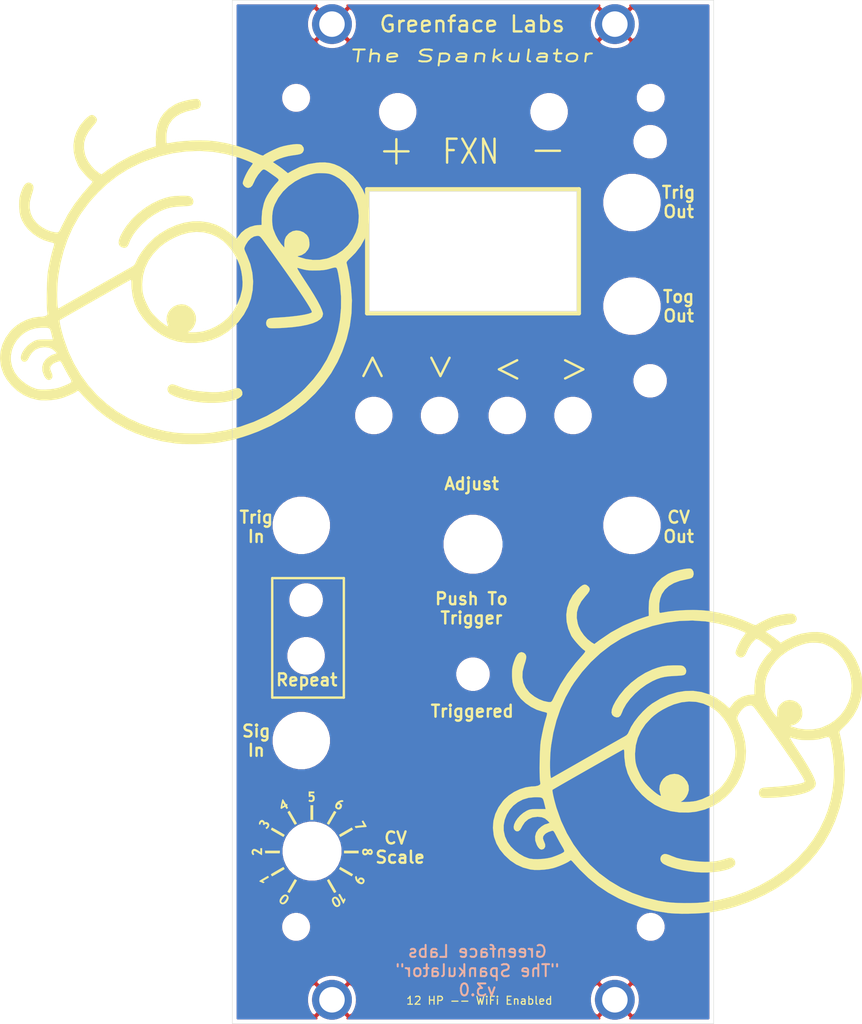
<source format=kicad_pcb>
(kicad_pcb (version 20171130) (host pcbnew "(5.1.2)-1")

  (general
    (thickness 1.6)
    (drawings 37)
    (tracks 0)
    (zones 0)
    (modules 29)
    (nets 2)
  )

  (page A4)
  (layers
    (0 F.Cu signal)
    (31 B.Cu signal)
    (32 B.Adhes user)
    (33 F.Adhes user)
    (34 B.Paste user)
    (35 F.Paste user)
    (36 B.SilkS user)
    (37 F.SilkS user)
    (38 B.Mask user)
    (39 F.Mask user)
    (40 Dwgs.User user)
    (41 Cmts.User user hide)
    (42 Eco1.User user)
    (43 Eco2.User user)
    (44 Edge.Cuts user)
    (45 Margin user)
    (46 B.CrtYd user)
    (47 F.CrtYd user hide)
    (48 B.Fab user hide)
    (49 F.Fab user hide)
  )

  (setup
    (last_trace_width 0.25)
    (trace_clearance 0.2)
    (zone_clearance 0.508)
    (zone_45_only no)
    (trace_min 0.2)
    (via_size 0.8)
    (via_drill 0.4)
    (via_min_size 0.4)
    (via_min_drill 0.3)
    (uvia_size 0.3)
    (uvia_drill 0.1)
    (uvias_allowed no)
    (uvia_min_size 0.2)
    (uvia_min_drill 0.1)
    (edge_width 0.05)
    (segment_width 0.2)
    (pcb_text_width 0.3)
    (pcb_text_size 1.5 1.5)
    (mod_edge_width 0.12)
    (mod_text_size 1 1)
    (mod_text_width 0.15)
    (pad_size 6.4 6.4)
    (pad_drill 6.4)
    (pad_to_mask_clearance 0.051)
    (solder_mask_min_width 0.25)
    (aux_axis_origin 0 0)
    (visible_elements 7FFFFFFF)
    (pcbplotparams
      (layerselection 0x010fc_ffffffff)
      (usegerberextensions false)
      (usegerberattributes false)
      (usegerberadvancedattributes false)
      (creategerberjobfile false)
      (excludeedgelayer true)
      (linewidth 0.100000)
      (plotframeref false)
      (viasonmask false)
      (mode 1)
      (useauxorigin false)
      (hpglpennumber 1)
      (hpglpenspeed 20)
      (hpglpendiameter 15.000000)
      (psnegative false)
      (psa4output false)
      (plotreference true)
      (plotvalue true)
      (plotinvisibletext false)
      (padsonsilk false)
      (subtractmaskfromsilk false)
      (outputformat 1)
      (mirror false)
      (drillshape 0)
      (scaleselection 1)
      (outputdirectory "SpankPanelGerber/"))
  )

  (net 0 "")
  (net 1 GND)

  (net_class Default "This is the default net class."
    (clearance 0.2)
    (trace_width 0.25)
    (via_dia 0.8)
    (via_drill 0.4)
    (uvia_dia 0.3)
    (uvia_drill 0.1)
    (add_net GND)
  )

  (module panel:dial2 (layer F.Cu) (tedit 0) (tstamp 5FEDBF33)
    (at 65 146.55 90)
    (fp_text reference G*** (at 0 0 90) (layer F.SilkS) hide
      (effects (font (size 1.524 1.524) (thickness 0.3)))
    )
    (fp_text value LOGO (at -0.1 0 90) (layer F.SilkS) hide
      (effects (font (size 1.524 1.524) (thickness 0.3)))
    )
    (fp_poly (pts (xy -0.143472 -7.556349) (xy -0.036644 -7.495647) (xy 0.041839 -7.408543) (xy 0.081365 -7.298188)
      (xy 0.084047 -7.256361) (xy 0.070831 -7.156942) (xy 0.029909 -7.041745) (xy -0.042343 -6.902832)
      (xy -0.149552 -6.732267) (xy -0.167788 -6.705067) (xy -0.312164 -6.491112) (xy 0.169334 -6.491112)
      (xy 0.169334 -6.265334) (xy -0.268111 -6.265334) (xy -0.44712 -6.266638) (xy -0.574968 -6.270819)
      (xy -0.656887 -6.278281) (xy -0.698105 -6.289431) (xy -0.705555 -6.299175) (xy -0.690433 -6.333063)
      (xy -0.648669 -6.404692) (xy -0.585671 -6.505339) (xy -0.506842 -6.62628) (xy -0.453204 -6.706424)
      (xy -0.333277 -6.890146) (xy -0.248204 -7.0361) (xy -0.195938 -7.149235) (xy -0.174435 -7.234495)
      (xy -0.181649 -7.296827) (xy -0.197812 -7.323977) (xy -0.258516 -7.358225) (xy -0.344902 -7.364744)
      (xy -0.434231 -7.344817) (xy -0.496448 -7.307151) (xy -0.544024 -7.268456) (xy -0.582163 -7.267272)
      (xy -0.632323 -7.296286) (xy -0.691662 -7.348656) (xy -0.698062 -7.400372) (xy -0.652131 -7.462418)
      (xy -0.642055 -7.47209) (xy -0.527939 -7.548519) (xy -0.399729 -7.585938) (xy -0.268037 -7.587497)
      (xy -0.143472 -7.556349)) (layer F.SilkS) (width 0.01))
    (fp_poly (pts (xy -3.942335 -6.604857) (xy -3.88736 -6.533517) (xy -3.808475 -6.413162) (xy -3.706218 -6.244592)
      (xy -3.648887 -6.146606) (xy -3.5386 -5.956065) (xy -3.453747 -5.808689) (xy -3.391288 -5.698906)
      (xy -3.348181 -5.621145) (xy -3.321385 -5.569834) (xy -3.307861 -5.539402) (xy -3.304567 -5.524279)
      (xy -3.306769 -5.519781) (xy -3.387341 -5.464898) (xy -3.453814 -5.428466) (xy -3.484668 -5.419013)
      (xy -3.510753 -5.442079) (xy -3.555991 -5.503486) (xy -3.612466 -5.592045) (xy -3.639413 -5.637736)
      (xy -3.711828 -5.763295) (xy -3.788055 -5.895146) (xy -3.853332 -6.00776) (xy -3.861945 -6.022583)
      (xy -3.95873 -6.189054) (xy -4.021034 -6.085822) (xy -4.071035 -6.006007) (xy -4.103729 -5.971332)
      (xy -4.130589 -5.978382) (xy -4.163088 -6.023741) (xy -4.173326 -6.040482) (xy -4.207942 -6.104597)
      (xy -4.212088 -6.147924) (xy -4.187631 -6.195938) (xy -4.185026 -6.199935) (xy -4.152059 -6.262167)
      (xy -4.111029 -6.355759) (xy -4.077387 -6.44277) (xy -4.039136 -6.533608) (xy -4.001057 -6.599879)
      (xy -3.97286 -6.626383) (xy -3.942335 -6.604857)) (layer F.SilkS) (width 0.01))
    (fp_poly (pts (xy 3.402823 -6.639099) (xy 3.527764 -6.580847) (xy 3.62602 -6.494364) (xy 3.689507 -6.388326)
      (xy 3.710141 -6.271409) (xy 3.696075 -6.191637) (xy 3.650602 -6.106568) (xy 3.580388 -6.028537)
      (xy 3.502116 -5.972966) (xy 3.439953 -5.954889) (xy 3.401962 -5.946748) (xy 3.40769 -5.91243)
      (xy 3.413896 -5.9003) (xy 3.444467 -5.787847) (xy 3.431112 -5.664717) (xy 3.379775 -5.546679)
      (xy 3.296394 -5.449503) (xy 3.22718 -5.404685) (xy 3.122793 -5.369705) (xy 3.016702 -5.37051)
      (xy 2.897158 -5.403389) (xy 2.749757 -5.483888) (xy 2.635768 -5.604073) (xy 2.605793 -5.654123)
      (xy 2.579709 -5.710276) (xy 2.572699 -5.738345) (xy 2.573197 -5.73879) (xy 2.601406 -5.75405)
      (xy 2.65947 -5.78611) (xy 2.674131 -5.794252) (xy 2.735043 -5.825865) (xy 2.765487 -5.827586)
      (xy 2.784215 -5.797147) (xy 2.790837 -5.78014) (xy 2.84609 -5.692641) (xy 2.927246 -5.628465)
      (xy 3.017316 -5.597655) (xy 3.087402 -5.604892) (xy 3.142524 -5.650853) (xy 3.186495 -5.728685)
      (xy 3.207926 -5.813811) (xy 3.205071 -5.858794) (xy 3.169265 -5.923978) (xy 3.11834 -5.971737)
      (xy 3.072791 -6.005796) (xy 3.065228 -6.03751) (xy 3.091682 -6.09066) (xy 3.09698 -6.099652)
      (xy 3.146911 -6.158664) (xy 3.18847 -6.163912) (xy 3.278231 -6.13429) (xy 3.3402 -6.137033)
      (xy 3.387595 -6.167396) (xy 3.431051 -6.236544) (xy 3.440609 -6.319164) (xy 3.415086 -6.390947)
      (xy 3.399299 -6.407672) (xy 3.34264 -6.436485) (xy 3.261884 -6.45896) (xy 3.251133 -6.460841)
      (xy 3.181037 -6.478025) (xy 3.149162 -6.510474) (xy 3.137934 -6.569047) (xy 3.135163 -6.624712)
      (xy 3.150536 -6.651407) (xy 3.198192 -6.659782) (xy 3.25928 -6.660445) (xy 3.402823 -6.639099)) (layer F.SilkS) (width 0.01))
    (fp_poly (pts (xy -0.141111 -4.035778) (xy -0.297219 -4.035778) (xy -0.401028 -4.042313) (xy -0.458512 -4.060996)
      (xy -0.466964 -4.071316) (xy -0.470086 -4.107386) (xy -0.472488 -4.192801) (xy -0.474122 -4.320465)
      (xy -0.474942 -4.48328) (xy -0.4749 -4.674153) (xy -0.473949 -4.885985) (xy -0.473133 -4.995593)
      (xy -0.465666 -5.884334) (xy -0.303388 -5.892798) (xy -0.141111 -5.901262) (xy -0.141111 -4.035778)) (layer F.SilkS) (width 0.01))
    (fp_poly (pts (xy 2.521922 -5.148199) (xy 2.587076 -5.124701) (xy 2.6602 -5.090093) (xy 2.721279 -5.053665)
      (xy 2.748298 -5.029007) (xy 2.738894 -4.998973) (xy 2.704696 -4.927191) (xy 2.649392 -4.820642)
      (xy 2.576667 -4.68631) (xy 2.49021 -4.531176) (xy 2.423967 -4.41477) (xy 2.28344 -4.170087)
      (xy 2.168122 -3.970025) (xy 2.075284 -3.810159) (xy 2.002198 -3.686061) (xy 1.946138 -3.593308)
      (xy 1.904375 -3.527472) (xy 1.874182 -3.484128) (xy 1.85283 -3.458851) (xy 1.837593 -3.447215)
      (xy 1.826129 -3.444772) (xy 1.783158 -3.460318) (xy 1.715323 -3.497447) (xy 1.686278 -3.515739)
      (xy 1.622735 -3.55967) (xy 1.584978 -3.590253) (xy 1.580445 -3.596546) (xy 1.588653 -3.614312)
      (xy 1.614278 -3.661725) (xy 1.658818 -3.741416) (xy 1.723773 -3.856018) (xy 1.810642 -4.008162)
      (xy 1.920925 -4.200479) (xy 2.05612 -4.435601) (xy 2.217728 -4.716159) (xy 2.268661 -4.804509)
      (xy 2.340622 -4.927347) (xy 2.404047 -5.031952) (xy 2.453003 -5.108804) (xy 2.481555 -5.148377)
      (xy 2.484758 -5.151299) (xy 2.521922 -5.148199)) (layer F.SilkS) (width 0.01))
    (fp_poly (pts (xy -3.089422 -5.141126) (xy -3.045151 -5.07453) (xy -2.980412 -4.970919) (xy -2.898897 -4.836333)
      (xy -2.804296 -4.676813) (xy -2.700301 -4.498398) (xy -2.665437 -4.437945) (xy -2.557997 -4.251375)
      (xy -2.458192 -4.078453) (xy -2.369903 -3.925874) (xy -2.297012 -3.800333) (xy -2.243401 -3.708526)
      (xy -2.212954 -3.657149) (xy -2.209181 -3.651035) (xy -2.190726 -3.613466) (xy -2.199321 -3.583885)
      (xy -2.243473 -3.549305) (xy -2.297005 -3.516979) (xy -2.372961 -3.475003) (xy -2.429246 -3.448504)
      (xy -2.446247 -3.443664) (xy -2.467085 -3.467129) (xy -2.510785 -3.531966) (xy -2.572462 -3.630394)
      (xy -2.64723 -3.754632) (xy -2.723444 -3.88515) (xy -2.823635 -4.058863) (xy -2.931448 -4.245429)
      (xy -3.03669 -4.427231) (xy -3.129166 -4.586653) (xy -3.167944 -4.653346) (xy -3.238235 -4.77615)
      (xy -3.296793 -4.882365) (xy -3.338322 -4.962088) (xy -3.357524 -5.005414) (xy -3.358227 -5.009137)
      (xy -3.33573 -5.037477) (xy -3.280823 -5.078722) (xy -3.211971 -5.121326) (xy -3.147635 -5.15374)
      (xy -3.109533 -5.164667) (xy -3.089422 -5.141126)) (layer F.SilkS) (width 0.01))
    (fp_poly (pts (xy 5.264007 -3.943042) (xy 5.342347 -3.931792) (xy 5.454122 -3.911624) (xy 5.607305 -3.88175)
      (xy 5.753741 -3.852586) (xy 5.951993 -3.811725) (xy 6.100629 -3.777679) (xy 6.205786 -3.748457)
      (xy 6.273601 -3.722067) (xy 6.310209 -3.696517) (xy 6.321749 -3.669817) (xy 6.321778 -3.668246)
      (xy 6.298722 -3.646752) (xy 6.235584 -3.603333) (xy 6.141412 -3.543855) (xy 6.025254 -3.474185)
      (xy 5.997223 -3.457826) (xy 5.877524 -3.387343) (xy 5.777733 -3.326724) (xy 5.706862 -3.281587)
      (xy 5.673928 -3.257548) (xy 5.672667 -3.255602) (xy 5.684407 -3.222415) (xy 5.700202 -3.190396)
      (xy 5.710229 -3.150727) (xy 5.68058 -3.121322) (xy 5.642652 -3.103702) (xy 5.579843 -3.083381)
      (xy 5.543021 -3.093258) (xy 5.522437 -3.116502) (xy 5.497608 -3.142409) (xy 5.466452 -3.144834)
      (xy 5.413101 -3.121412) (xy 5.361265 -3.092501) (xy 5.286141 -3.051388) (xy 5.232055 -3.025142)
      (xy 5.216827 -3.020118) (xy 5.1914 -3.041415) (xy 5.151328 -3.094674) (xy 5.14037 -3.111482)
      (xy 5.082307 -3.203185) (xy 5.186987 -3.265316) (xy 5.262419 -3.310193) (xy 5.322025 -3.345838)
      (xy 5.333178 -3.352558) (xy 5.34754 -3.372036) (xy 5.342572 -3.408529) (xy 5.314881 -3.470685)
      (xy 5.261075 -3.567147) (xy 5.225148 -3.627885) (xy 5.174203 -3.714401) (xy 5.426549 -3.714401)
      (xy 5.431001 -3.684138) (xy 5.45779 -3.622936) (xy 5.476908 -3.587061) (xy 5.540845 -3.473299)
      (xy 5.677283 -3.549928) (xy 5.752133 -3.594651) (xy 5.801702 -3.629415) (xy 5.813749 -3.642844)
      (xy 5.788666 -3.65596) (xy 5.724959 -3.673009) (xy 5.639996 -3.690781) (xy 5.551142 -3.706067)
      (xy 5.475765 -3.715657) (xy 5.431231 -3.716343) (xy 5.426549 -3.714401) (xy 5.174203 -3.714401)
      (xy 5.158585 -3.740923) (xy 5.118392 -3.815927) (xy 5.101131 -3.862792) (xy 5.103363 -3.891417)
      (xy 5.12165 -3.911697) (xy 5.125531 -3.914606) (xy 5.149864 -3.931157) (xy 5.175739 -3.941938)
      (xy 5.211129 -3.946162) (xy 5.264007 -3.943042)) (layer F.SilkS) (width 0.01))
    (fp_poly (pts (xy -6.381254 -4.077207) (xy -6.21697 -4.021457) (xy -6.106416 -3.962174) (xy -5.909623 -3.825477)
      (xy -5.767972 -3.684019) (xy -5.68025 -3.536197) (xy -5.645241 -3.380408) (xy -5.644444 -3.35201)
      (xy -5.670152 -3.216453) (xy -5.739895 -3.096372) (xy -5.842606 -3.002891) (xy -5.967215 -2.947136)
      (xy -6.057931 -2.936432) (xy -6.133264 -2.947655) (xy -6.228989 -2.974398) (xy -6.267941 -2.98846)
      (xy -6.478682 -3.093995) (xy -6.652257 -3.228916) (xy -6.782152 -3.387313) (xy -6.844498 -3.511335)
      (xy -6.877629 -3.661203) (xy -6.875067 -3.677574) (xy -6.660444 -3.677574) (xy -6.634672 -3.587316)
      (xy -6.56184 -3.486866) (xy -6.448671 -3.383153) (xy -6.30189 -3.283105) (xy -6.247872 -3.252427)
      (xy -6.124092 -3.192156) (xy -6.033042 -3.166712) (xy -5.963782 -3.17516) (xy -5.905371 -3.216564)
      (xy -5.899543 -3.222655) (xy -5.851822 -3.302246) (xy -5.853835 -3.387678) (xy -5.906818 -3.481361)
      (xy -6.012007 -3.585702) (xy -6.13312 -3.67745) (xy -6.286777 -3.777794) (xy -6.405567 -3.839727)
      (xy -6.493849 -3.865426) (xy -6.511383 -3.866445) (xy -6.584 -3.841008) (xy -6.637745 -3.775066)
      (xy -6.660345 -3.684172) (xy -6.660444 -3.677574) (xy -6.875067 -3.677574) (xy -6.856222 -3.797989)
      (xy -6.779659 -3.925308) (xy -6.772071 -3.934126) (xy -6.656089 -4.033656) (xy -6.526722 -4.081311)
      (xy -6.381254 -4.077207)) (layer F.SilkS) (width 0.01))
    (fp_poly (pts (xy 4.708742 -3.054949) (xy 4.749338 -3.002256) (xy 4.793644 -2.934839) (xy 4.831089 -2.869392)
      (xy 4.851104 -2.822609) (xy 4.850596 -2.810635) (xy 4.823464 -2.793922) (xy 4.754826 -2.753376)
      (xy 4.652111 -2.693296) (xy 4.522749 -2.617977) (xy 4.374169 -2.53172) (xy 4.213799 -2.43882)
      (xy 4.04907 -2.343577) (xy 3.887409 -2.250287) (xy 3.736248 -2.163249) (xy 3.603014 -2.08676)
      (xy 3.495137 -2.025118) (xy 3.420046 -1.982621) (xy 3.400109 -1.971535) (xy 3.258328 -1.893568)
      (xy 3.176675 -2.038825) (xy 3.137692 -2.117133) (xy 3.119108 -2.173463) (xy 3.122809 -2.193344)
      (xy 3.144673 -2.203902) (xy 3.193334 -2.230417) (xy 3.271809 -2.274622) (xy 3.383113 -2.338253)
      (xy 3.530264 -2.423042) (xy 3.716276 -2.530724) (xy 3.944167 -2.663031) (xy 4.216953 -2.821699)
      (xy 4.295562 -2.86746) (xy 4.424137 -2.94125) (xy 4.536258 -3.003588) (xy 4.622554 -3.049417)
      (xy 4.673654 -3.073679) (xy 4.682428 -3.076223) (xy 4.708742 -3.054949)) (layer F.SilkS) (width 0.01))
    (fp_poly (pts (xy -4.521806 -2.645809) (xy -4.331212 -2.535548) (xy -4.156727 -2.434429) (xy -4.004242 -2.345881)
      (xy -3.879649 -2.273332) (xy -3.78884 -2.220211) (xy -3.737707 -2.189945) (xy -3.72859 -2.18425)
      (xy -3.729981 -2.152942) (xy -3.753033 -2.092461) (xy -3.789316 -2.021389) (xy -3.830396 -1.958305)
      (xy -3.832143 -1.956054) (xy -3.880555 -1.894219) (xy -4.656666 -2.344258) (xy -4.846506 -2.454996)
      (xy -5.020096 -2.557513) (xy -5.171524 -2.648221) (xy -5.294879 -2.723529) (xy -5.384251 -2.779847)
      (xy -5.433728 -2.813584) (xy -5.441763 -2.821107) (xy -5.433681 -2.858964) (xy -5.403157 -2.926306)
      (xy -5.377459 -2.972978) (xy -5.304168 -3.098039) (xy -4.521806 -2.645809)) (layer F.SilkS) (width 0.01))
    (fp_poly (pts (xy 5.559778 0.141111) (xy 3.725334 0.141111) (xy 3.725334 -0.197556) (xy 5.559778 -0.197556)
      (xy 5.559778 0.141111)) (layer F.SilkS) (width 0.01))
    (fp_poly (pts (xy 6.17864 -0.410271) (xy 6.242832 -0.37163) (xy 6.260022 -0.336682) (xy 6.235579 -0.288069)
      (xy 6.222103 -0.269773) (xy 6.186253 -0.182837) (xy 6.185798 -0.082048) (xy 6.219432 0.006679)
      (xy 6.237112 0.028222) (xy 6.311839 0.069107) (xy 6.413639 0.084687) (xy 6.518721 0.074137)
      (xy 6.597721 0.040733) (xy 6.646459 -0.024622) (xy 6.660243 -0.115024) (xy 6.637767 -0.210203)
      (xy 6.616304 -0.248017) (xy 6.588009 -0.318624) (xy 6.589983 -0.367186) (xy 6.601633 -0.391032)
      (xy 6.625204 -0.40699) (xy 6.670586 -0.416626) (xy 6.747669 -0.421506) (xy 6.866344 -0.423196)
      (xy 6.944569 -0.423334) (xy 7.281334 -0.423334) (xy 7.281334 0.282222) (xy 7.055556 0.282222)
      (xy 7.055556 -0.197556) (xy 6.958553 -0.197556) (xy 6.893889 -0.193812) (xy 6.87084 -0.171624)
      (xy 6.874612 -0.114563) (xy 6.87597 -0.105834) (xy 6.872313 0.026876) (xy 6.826207 0.153546)
      (xy 6.74583 0.254274) (xy 6.719771 0.274134) (xy 6.618108 0.31675) (xy 6.486068 0.337424)
      (xy 6.345696 0.335135) (xy 6.21904 0.308863) (xy 6.192385 0.298551) (xy 6.080902 0.22106)
      (xy 6.003643 0.10635) (xy 5.964416 -0.035252) (xy 5.967029 -0.193417) (xy 5.983263 -0.268653)
      (xy 6.01961 -0.372621) (xy 6.060583 -0.426096) (xy 6.114247 -0.434926) (xy 6.17864 -0.410271)) (layer F.SilkS) (width 0.01))
    (fp_poly (pts (xy 3.297929 1.876217) (xy 3.367482 1.914113) (xy 3.471417 1.972222) (xy 3.602561 2.046411)
      (xy 3.753736 2.132549) (xy 3.917769 2.226502) (xy 4.087482 2.324137) (xy 4.255702 2.421323)
      (xy 4.415252 2.513927) (xy 4.558958 2.597816) (xy 4.679644 2.668857) (xy 4.770134 2.722918)
      (xy 4.823254 2.755867) (xy 4.833805 2.76336) (xy 4.832296 2.795773) (xy 4.809231 2.857654)
      (xy 4.77371 2.931079) (xy 4.734835 2.998122) (xy 4.701706 3.040859) (xy 4.689532 3.047524)
      (xy 4.65511 3.033655) (xy 4.595431 3.000309) (xy 4.586112 2.994601) (xy 4.539508 2.966684)
      (xy 4.45144 2.914812) (xy 4.329298 2.843303) (xy 4.180472 2.756475) (xy 4.012349 2.658647)
      (xy 3.838223 2.557559) (xy 3.661501 2.454994) (xy 3.499675 2.360909) (xy 3.359512 2.279252)
      (xy 3.247783 2.213973) (xy 3.171257 2.16902) (xy 3.136701 2.148342) (xy 3.13653 2.148232)
      (xy 3.119055 2.124057) (xy 3.127971 2.081211) (xy 3.166371 2.00705) (xy 3.17449 1.993083)
      (xy 3.220346 1.920383) (xy 3.256444 1.873039) (xy 3.269934 1.862666) (xy 3.297929 1.876217)) (layer F.SilkS) (width 0.01))
    (fp_poly (pts (xy -3.856149 1.888056) (xy -3.823083 1.928966) (xy -3.780425 1.997466) (xy -3.768661 2.018825)
      (xy -3.735004 2.085334) (xy -3.728108 2.121749) (xy -3.747972 2.147673) (xy -3.768661 2.163356)
      (xy -3.801599 2.183779) (xy -3.876056 2.22795) (xy -3.984575 2.291562) (xy -4.119699 2.370303)
      (xy -4.273969 2.459864) (xy -4.43993 2.555936) (xy -4.610123 2.654209) (xy -4.777091 2.750373)
      (xy -4.933377 2.84012) (xy -5.071524 2.919138) (xy -5.184074 2.983119) (xy -5.263569 3.027754)
      (xy -5.281413 3.037576) (xy -5.311854 3.027837) (xy -5.327275 3.012411) (xy -5.358226 2.964775)
      (xy -5.397704 2.893613) (xy -5.403567 2.882213) (xy -5.432712 2.814662) (xy -5.432037 2.774347)
      (xy -5.41415 2.751306) (xy -5.380888 2.728709) (xy -5.304958 2.681933) (xy -5.192728 2.614748)
      (xy -5.050569 2.530925) (xy -4.884849 2.434236) (xy -4.701937 2.32845) (xy -4.63226 2.288381)
      (xy -4.38807 2.149554) (xy -4.190792 2.040473) (xy -4.039625 1.960724) (xy -3.933769 1.909894)
      (xy -3.872424 1.887571) (xy -3.856149 1.888056)) (layer F.SilkS) (width 0.01))
    (fp_poly (pts (xy -6.239004 2.500279) (xy -6.106631 2.556263) (xy -6.02711 2.627833) (xy -5.943677 2.762432)
      (xy -5.915251 2.899825) (xy -5.940659 3.037323) (xy -6.01873 3.172232) (xy -6.148293 3.301861)
      (xy -6.328178 3.423518) (xy -6.387328 3.455748) (xy -6.503903 3.511669) (xy -6.596919 3.542056)
      (xy -6.689367 3.553298) (xy -6.740106 3.553771) (xy -6.836133 3.549931) (xy -6.912727 3.542423)
      (xy -6.942666 3.536139) (xy -7.019694 3.487388) (xy -7.100144 3.404028) (xy -7.167417 3.304224)
      (xy -7.182678 3.273505) (xy -7.214009 3.142697) (xy -6.999111 3.142697) (xy -6.978107 3.24109)
      (xy -6.917878 3.302444) (xy -6.8226 3.325811) (xy -6.696447 3.310241) (xy -6.543595 3.254786)
      (xy -6.531257 3.249034) (xy -6.408758 3.180967) (xy -6.296361 3.100425) (xy -6.204535 3.016819)
      (xy -6.143746 2.93956) (xy -6.124222 2.883036) (xy -6.149617 2.8045) (xy -6.214535 2.742149)
      (xy -6.302074 2.710665) (xy -6.324192 2.709333) (xy -6.417046 2.725046) (xy -6.529861 2.767318)
      (xy -6.65126 2.828843) (xy -6.769869 2.902317) (xy -6.874312 2.980437) (xy -6.953214 3.055898)
      (xy -6.995199 3.121396) (xy -6.999111 3.142697) (xy -7.214009 3.142697) (xy -7.214705 3.139793)
      (xy -7.191911 3.006298) (xy -7.115871 2.875565) (xy -6.98816 2.750135) (xy -6.810355 2.632552)
      (xy -6.773125 2.612403) (xy -6.576061 2.52827) (xy -6.396751 2.490922) (xy -6.239004 2.500279)) (layer F.SilkS) (width 0.01))
    (fp_poly (pts (xy 5.603717 2.933935) (xy 5.775933 3.011549) (xy 5.927511 3.13444) (xy 6.052191 3.297317)
      (xy 6.143715 3.49489) (xy 6.155295 3.530784) (xy 6.192771 3.690406) (xy 6.194705 3.807325)
      (xy 6.160706 3.883002) (xy 6.090385 3.918896) (xy 6.05056 3.922456) (xy 6.01494 3.915119)
      (xy 5.993711 3.883584) (xy 5.980265 3.814543) (xy 5.975332 3.770997) (xy 5.961325 3.688945)
      (xy 5.938261 3.604253) (xy 5.910647 3.527274) (xy 5.88299 3.468359) (xy 5.859798 3.437863)
      (xy 5.845577 3.446138) (xy 5.843248 3.467598) (xy 5.821849 3.528884) (xy 5.766918 3.606597)
      (xy 5.732432 3.643986) (xy 5.660076 3.709758) (xy 5.598853 3.74245) (xy 5.524615 3.753039)
      (xy 5.491419 3.753555) (xy 5.328288 3.730946) (xy 5.19561 3.66879) (xy 5.097141 3.575591)
      (xy 5.036638 3.459856) (xy 5.01786 3.330089) (xy 5.022944 3.304325) (xy 5.249334 3.304325)
      (xy 5.272819 3.378374) (xy 5.332815 3.441087) (xy 5.413627 3.485491) (xy 5.499563 3.504612)
      (xy 5.574931 3.491479) (xy 5.609313 3.464277) (xy 5.656652 3.377168) (xy 5.649619 3.296089)
      (xy 5.592138 3.217129) (xy 5.502784 3.155228) (xy 5.411435 3.135874) (xy 5.330484 3.155914)
      (xy 5.272325 3.212196) (xy 5.24935 3.301567) (xy 5.249334 3.304325) (xy 5.022944 3.304325)
      (xy 5.044562 3.194797) (xy 5.120502 3.062485) (xy 5.164446 3.013358) (xy 5.234735 2.949379)
      (xy 5.295405 2.917801) (xy 5.372802 2.907524) (xy 5.417123 2.906888) (xy 5.603717 2.933935)) (layer F.SilkS) (width 0.01))
    (fp_poly (pts (xy -5.640685 3.325336) (xy -5.606144 3.380021) (xy -5.579128 3.443064) (xy -5.571039 3.491475)
      (xy -5.5736 3.499087) (xy -5.602925 3.521247) (xy -5.672777 3.564678) (xy -5.773967 3.62393)
      (xy -5.897303 3.69355) (xy -5.955753 3.725807) (xy -6.122868 3.819931) (xy -6.23956 3.891598)
      (xy -6.306855 3.941564) (xy -6.325781 3.970584) (xy -6.300611 3.979438) (xy -6.265074 3.99301)
      (xy -6.20256 4.026695) (xy -6.181727 4.039114) (xy -6.08401 4.098683) (xy -6.181727 4.150714)
      (xy -6.252126 4.1873) (xy -6.295305 4.199011) (xy -6.334863 4.185539) (xy -6.392333 4.147957)
      (xy -6.470532 4.106099) (xy -6.57258 4.064518) (xy -6.622633 4.048099) (xy -6.706117 4.014712)
      (xy -6.768395 3.974174) (xy -6.799966 3.935244) (xy -6.791326 3.90668) (xy -6.781158 3.901978)
      (xy -6.750529 3.886447) (xy -6.67819 3.847451) (xy -6.571671 3.78912) (xy -6.438502 3.715585)
      (xy -6.286212 3.630977) (xy -6.227168 3.598051) (xy -6.069742 3.510808) (xy -5.928518 3.433748)
      (xy -5.81104 3.370889) (xy -5.724853 3.326249) (xy -5.677502 3.303847) (xy -5.671349 3.302)
      (xy -5.640685 3.325336)) (layer F.SilkS) (width 0.01))
    (fp_poly (pts (xy 1.865054 3.409759) (xy 1.903603 3.473199) (xy 1.959583 3.568224) (xy 2.027795 3.686075)
      (xy 2.054337 3.732388) (xy 2.139116 3.880367) (xy 2.241785 4.059048) (xy 2.351912 4.250307)
      (xy 2.459067 4.43602) (xy 2.508867 4.522164) (xy 2.590734 4.664302) (xy 2.661822 4.78894)
      (xy 2.717664 4.888145) (xy 2.75379 4.953982) (xy 2.765778 4.978362) (xy 2.743889 4.996089)
      (xy 2.689785 5.030621) (xy 2.620813 5.071749) (xy 2.554319 5.109267) (xy 2.507651 5.132966)
      (xy 2.497138 5.136444) (xy 2.48083 5.113619) (xy 2.441995 5.051471) (xy 2.386445 4.959492)
      (xy 2.319991 4.847174) (xy 2.319987 4.847166) (xy 2.147316 4.552351) (xy 2.001614 4.302793)
      (xy 1.881023 4.095222) (xy 1.783684 3.926366) (xy 1.707739 3.792956) (xy 1.651329 3.691721)
      (xy 1.612596 3.619391) (xy 1.589681 3.572694) (xy 1.580726 3.54836) (xy 1.580445 3.545703)
      (xy 1.60233 3.527597) (xy 1.65643 3.492717) (xy 1.725411 3.451322) (xy 1.791937 3.413673)
      (xy 1.838675 3.39003) (xy 1.849136 3.386666) (xy 1.865054 3.409759)) (layer F.SilkS) (width 0.01))
    (fp_poly (pts (xy -2.425051 3.40894) (xy -2.360354 3.438093) (xy -2.306599 3.467544) (xy -2.174585 3.544644)
      (xy -2.563633 4.220599) (xy -2.66945 4.404457) (xy -2.769457 4.578231) (xy -2.859173 4.734132)
      (xy -2.934116 4.864373) (xy -2.989805 4.961165) (xy -3.021507 5.016282) (xy -3.063954 5.085555)
      (xy -3.095482 5.12876) (xy -3.104444 5.13596) (xy -3.134778 5.122636) (xy -3.196432 5.088721)
      (xy -3.2385 5.064022) (xy -3.307782 5.018031) (xy -3.351107 4.980677) (xy -3.358444 4.967983)
      (xy -3.344874 4.937883) (xy -3.306696 4.865847) (xy -3.24771 4.758712) (xy -3.171715 4.623317)
      (xy -3.08251 4.466502) (xy -3.002633 4.327527) (xy -2.899841 4.149395) (xy -2.801659 3.979098)
      (xy -2.713141 3.82541) (xy -2.639337 3.697106) (xy -2.5853 3.60296) (xy -2.562495 3.563056)
      (xy -2.514565 3.48232) (xy -2.476056 3.423682) (xy -2.45839 3.402667) (xy -2.425051 3.40894)) (layer F.SilkS) (width 0.01))
    (fp_poly (pts (xy -0.141111 5.842) (xy -0.479777 5.842) (xy -0.479777 4.007555) (xy -0.141111 4.007555)
      (xy -0.141111 5.842)) (layer F.SilkS) (width 0.01))
    (fp_poly (pts (xy -3.406633 5.417658) (xy -3.350826 5.458553) (xy -3.330982 5.535848) (xy -3.330654 5.548791)
      (xy -3.33901 5.586076) (xy -3.3739 5.608069) (xy -3.449021 5.622332) (xy -3.468157 5.624696)
      (xy -3.578294 5.64507) (xy -3.68648 5.676208) (xy -3.715101 5.687213) (xy -3.824111 5.733394)
      (xy -3.717079 5.788986) (xy -3.600491 5.8781) (xy -3.527703 5.995687) (xy -3.50147 6.13147)
      (xy -3.52455 6.275174) (xy -3.563519 6.361457) (xy -3.663346 6.49103) (xy -3.782936 6.57001)
      (xy -3.917143 6.59667) (xy -4.06082 6.569286) (xy -4.113664 6.545971) (xy -4.245235 6.454444)
      (xy -4.325415 6.339774) (xy -4.354115 6.202359) (xy -4.351814 6.186278) (xy -4.119612 6.186278)
      (xy -4.107511 6.270064) (xy -4.06449 6.334209) (xy -3.994316 6.366863) (xy -3.922946 6.362795)
      (xy -3.869431 6.348187) (xy -3.850088 6.34065) (xy -3.83449 6.31664) (xy -3.800641 6.266109)
      (xy -3.766388 6.186838) (xy -3.754816 6.098151) (xy -3.766884 6.02245) (xy -3.788833 5.99002)
      (xy -3.875942 5.942681) (xy -3.957021 5.949714) (xy -4.035982 6.007195) (xy -4.097024 6.094704)
      (xy -4.119612 6.186278) (xy -4.351814 6.186278) (xy -4.331246 6.042596) (xy -4.264389 5.875835)
      (xy -4.148912 5.707197) (xy -3.993513 5.569739) (xy -3.809172 5.470247) (xy -3.606866 5.415505)
      (xy -3.505901 5.407102) (xy -3.406633 5.417658)) (layer F.SilkS) (width 0.01))
    (fp_poly (pts (xy 2.921588 5.367513) (xy 2.934482 5.405044) (xy 2.950148 5.48872) (xy 2.967286 5.608389)
      (xy 2.984596 5.753899) (xy 3.000778 5.915098) (xy 3.014532 6.081833) (xy 3.016384 6.107816)
      (xy 3.026731 6.243794) (xy 3.037093 6.358084) (xy 3.046342 6.439596) (xy 3.053353 6.477242)
      (xy 3.054013 6.478309) (xy 3.082394 6.470908) (xy 3.147805 6.440441) (xy 3.238665 6.392527)
      (xy 3.289517 6.364069) (xy 3.390109 6.30799) (xy 3.472139 6.264579) (xy 3.523396 6.240192)
      (xy 3.533426 6.237111) (xy 3.557034 6.259059) (xy 3.591391 6.310306) (xy 3.623477 6.368955)
      (xy 3.640269 6.413111) (xy 3.640667 6.417451) (xy 3.617678 6.434985) (xy 3.555527 6.47398)
      (xy 3.464439 6.528565) (xy 3.354639 6.592871) (xy 3.236351 6.661027) (xy 3.119801 6.727165)
      (xy 3.015212 6.785413) (xy 2.93281 6.829902) (xy 2.882819 6.854762) (xy 2.873286 6.858)
      (xy 2.85026 6.835619) (xy 2.838962 6.812338) (xy 2.830919 6.769168) (xy 2.820472 6.680778)
      (xy 2.808736 6.558282) (xy 2.796827 6.412793) (xy 2.791487 6.339615) (xy 2.777939 6.168699)
      (xy 2.761671 5.997731) (xy 2.744499 5.843977) (xy 2.72824 5.724702) (xy 2.724284 5.700888)
      (xy 2.706228 5.592911) (xy 2.69984 5.525995) (xy 2.70641 5.485718) (xy 2.727225 5.45766)
      (xy 2.747573 5.440299) (xy 2.813643 5.396484) (xy 2.877184 5.368732) (xy 2.918435 5.36531)
      (xy 2.921588 5.367513)) (layer F.SilkS) (width 0.01))
    (fp_poly (pts (xy -0.128871 6.30569) (xy -0.015531 6.363557) (xy 0.06496 6.452552) (xy 0.070078 6.461965)
      (xy 0.104195 6.571891) (xy 0.107162 6.694212) (xy 0.082627 6.813067) (xy 0.034236 6.912595)
      (xy -0.034365 6.976936) (xy -0.04996 6.984097) (xy -0.083605 7.001901) (xy -0.065588 7.021331)
      (xy -0.051676 7.029353) (xy -0.013466 7.070657) (xy 0.027575 7.143714) (xy 0.04223 7.178356)
      (xy 0.069526 7.260206) (xy 0.073326 7.319309) (xy 0.054134 7.384011) (xy 0.046216 7.403394)
      (xy -0.025779 7.507999) (xy -0.132739 7.580724) (xy -0.260566 7.617599) (xy -0.395163 7.614653)
      (xy -0.522432 7.567914) (xy -0.527365 7.56496) (xy -0.597425 7.511016) (xy -0.647662 7.453033)
      (xy -0.650514 7.448044) (xy -0.673231 7.356932) (xy -0.669472 7.295073) (xy -0.423173 7.295073)
      (xy -0.414679 7.359) (xy -0.404518 7.375407) (xy -0.355391 7.394357) (xy -0.284263 7.394112)
      (xy -0.216716 7.377825) (xy -0.17833 7.348649) (xy -0.17784 7.347462) (xy -0.179205 7.284403)
      (xy -0.213544 7.209261) (xy -0.269219 7.144531) (xy -0.29093 7.128898) (xy -0.337999 7.114682)
      (xy -0.378296 7.146934) (xy -0.382653 7.152671) (xy -0.411632 7.217481) (xy -0.423173 7.295073)
      (xy -0.669472 7.295073) (xy -0.666428 7.244983) (xy -0.634062 7.136804) (xy -0.589057 7.065824)
      (xy -0.547181 7.016385) (xy -0.543176 6.988783) (xy -0.569483 6.968629) (xy -0.613906 6.928528)
      (xy -0.665803 6.861618) (xy -0.678598 6.841841) (xy -0.725528 6.716607) (xy -0.725271 6.685059)
      (xy -0.474038 6.685059) (xy -0.430961 6.775217) (xy -0.403942 6.807066) (xy -0.324184 6.870653)
      (xy -0.254991 6.880759) (xy -0.191174 6.838108) (xy -0.190017 6.836833) (xy -0.133225 6.740831)
      (xy -0.130891 6.643431) (xy -0.169786 6.5675) (xy -0.247173 6.504722) (xy -0.335201 6.497064)
      (xy -0.417053 6.535044) (xy -0.469581 6.601283) (xy -0.474038 6.685059) (xy -0.725271 6.685059)
      (xy -0.724444 6.583791) (xy -0.677056 6.460626) (xy -0.635496 6.406962) (xy -0.528373 6.329588)
      (xy -0.399053 6.287633) (xy -0.261299 6.280025) (xy -0.128871 6.30569)) (layer F.SilkS) (width 0.01))
  )

  (module panel:face_logo (layer F.Cu) (tedit 5E4C1FFC) (tstamp 5FECCBEF)
    (at 110.7 134.4)
    (fp_text reference G*** (at 0 0) (layer F.SilkS) hide
      (effects (font (size 1.524 1.524) (thickness 0.3)))
    )
    (fp_text value LOGO (at 0.75 0) (layer F.SilkS) hide
      (effects (font (size 1.524 1.524) (thickness 0.3)))
    )
    (fp_poly (pts (xy 1.819503 -23.088117) (xy 1.950006 -23.020117) (xy 2.02108 -22.955586) (xy 2.164392 -22.704406)
      (xy 2.195831 -22.394573) (xy 2.111081 -22.098224) (xy 2.075799 -22.041119) (xy 1.934111 -21.920385)
      (xy 1.681825 -21.827223) (xy 1.377299 -21.763652) (xy 0.46965 -21.557895) (xy -0.292837 -21.274601)
      (xy -0.917801 -20.909207) (xy -1.412882 -20.457151) (xy -1.785719 -19.91387) (xy -1.815192 -19.857082)
      (xy -2.011728 -19.322087) (xy -2.122507 -18.685883) (xy -2.139653 -17.997624) (xy -2.1325 -17.876316)
      (xy -2.109893 -17.648393) (xy -2.061043 -17.549734) (xy -1.948587 -17.540638) (xy -1.836167 -17.561427)
      (xy -0.924821 -17.712298) (xy 0.078457 -17.82103) (xy 1.1237 -17.885697) (xy 2.160946 -17.904371)
      (xy 3.140229 -17.875125) (xy 4.011586 -17.796031) (xy 4.064 -17.789022) (xy 5.444357 -17.543346)
      (xy 6.823075 -17.189695) (xy 8.145199 -16.74396) (xy 9.160625 -16.315258) (xy 9.537517 -16.143945)
      (xy 9.792077 -16.042913) (xy 9.952052 -16.004025) (xy 10.04519 -16.019144) (xy 10.077132 -16.046501)
      (xy 10.200784 -16.139247) (xy 10.443003 -16.280007) (xy 10.766578 -16.450407) (xy 11.134302 -16.63207)
      (xy 11.508964 -16.806623) (xy 11.853355 -16.955689) (xy 12.130266 -17.060894) (xy 12.133373 -17.06193)
      (xy 12.604772 -17.195073) (xy 13.14342 -17.310261) (xy 13.681139 -17.395411) (xy 14.149751 -17.438436)
      (xy 14.273781 -17.441333) (xy 14.59567 -17.420431) (xy 14.805098 -17.348322) (xy 14.89918 -17.274153)
      (xy 15.091111 -16.990796) (xy 15.123482 -16.69778) (xy 15.009579 -16.439827) (xy 14.905755 -16.322087)
      (xy 14.776026 -16.233979) (xy 14.588594 -16.165442) (xy 14.31166 -16.106414) (xy 13.913426 -16.046835)
      (xy 13.665406 -16.014522) (xy 13.162261 -15.925816) (xy 12.630497 -15.79055) (xy 12.124359 -15.625661)
      (xy 11.698094 -15.448092) (xy 11.493121 -15.336166) (xy 11.23983 -15.175793) (xy 11.779415 -14.812921)
      (xy 12.11505 -14.578324) (xy 12.460063 -14.323114) (xy 12.718477 -14.119726) (xy 13.117954 -13.789402)
      (xy 13.611701 -14.078779) (xy 14.629817 -14.585258) (xy 15.679102 -14.927195) (xy 16.772006 -15.108344)
      (xy 17.103725 -15.131578) (xy 17.793423 -15.136229) (xy 18.389864 -15.066558) (xy 18.95779 -14.909146)
      (xy 19.561946 -14.650574) (xy 19.661109 -14.601524) (xy 20.509914 -14.082224) (xy 21.272868 -13.425047)
      (xy 21.93963 -12.64368) (xy 22.499862 -11.751809) (xy 22.943224 -10.763123) (xy 23.208246 -9.906)
      (xy 23.285827 -9.448141) (xy 23.325783 -8.879608) (xy 23.329339 -8.254542) (xy 23.297718 -7.627085)
      (xy 23.232146 -7.05138) (xy 23.133845 -6.581568) (xy 23.133013 -6.578669) (xy 22.762735 -5.568768)
      (xy 22.256235 -4.65011) (xy 21.603862 -3.807111) (xy 21.097464 -3.292767) (xy 20.794262 -3.003326)
      (xy 20.602265 -2.798777) (xy 20.503118 -2.654982) (xy 20.478466 -2.547798) (xy 20.490475 -2.494462)
      (xy 20.531755 -2.347777) (xy 20.597166 -2.073355) (xy 20.67794 -1.709566) (xy 20.765307 -1.294779)
      (xy 20.77104 -1.266795) (xy 21.04599 0.458976) (xy 21.156356 2.146765) (xy 21.101657 3.800354)
      (xy 20.88141 5.423525) (xy 20.495133 7.02006) (xy 19.942346 8.59374) (xy 19.348444 9.901792)
      (xy 18.559811 11.28826) (xy 17.622694 12.606169) (xy 16.546937 13.847001) (xy 15.342385 15.002241)
      (xy 14.018885 16.063375) (xy 12.586281 17.021884) (xy 11.054418 17.869255) (xy 9.433142 18.596972)
      (xy 9.181392 18.695844) (xy 8.238889 19.045558) (xy 7.387141 19.328853) (xy 6.568914 19.561616)
      (xy 5.726978 19.759733) (xy 4.804101 19.939088) (xy 4.529667 19.987036) (xy 3.91297 20.070349)
      (xy 3.172576 20.134675) (xy 2.353166 20.178983) (xy 1.499422 20.202241) (xy 0.656024 20.203419)
      (xy -0.132345 20.181484) (xy -0.821005 20.135406) (xy -1.016 20.115047) (xy -2.734949 19.835511)
      (xy -4.414953 19.403539) (xy -6.032134 18.826145) (xy -7.190859 18.301174) (xy -8.552767 17.551518)
      (xy -9.815412 16.703241) (xy -11.003436 15.73697) (xy -12.141478 14.63333) (xy -12.850115 13.851578)
      (xy -13.047126 13.631122) (xy -13.172239 13.522385) (xy -13.260881 13.506105) (xy -13.348479 13.563025)
      (xy -13.360735 13.573979) (xy -13.557769 13.707944) (xy -13.874609 13.874568) (xy -14.269578 14.055538)
      (xy -14.701003 14.232539) (xy -15.127209 14.387259) (xy -15.415029 14.476721) (xy -15.961388 14.596228)
      (xy -16.584101 14.677272) (xy -17.223488 14.71617) (xy -17.819866 14.709237) (xy -18.302294 14.654955)
      (xy -19.231827 14.407928) (xy -20.069587 14.031636) (xy -20.838464 13.513298) (xy -21.561346 12.84013)
      (xy -21.571486 12.829292) (xy -22.14474 12.124571) (xy -22.56314 11.396206) (xy -22.841135 10.617194)
      (xy -22.906653 10.33394) (xy -23.006839 9.431014) (xy -22.981232 9.090527) (xy -21.646143 9.090527)
      (xy -21.641092 9.789248) (xy -21.492242 10.488491) (xy -21.189215 11.171011) (xy -21.151798 11.234742)
      (xy -20.766024 11.755622) (xy -20.266247 12.248889) (xy -19.693949 12.684025) (xy -19.090612 13.030513)
      (xy -18.497719 13.257834) (xy -18.354269 13.292834) (xy -17.91941 13.346486) (xy -17.381434 13.35586)
      (xy -16.799501 13.325054) (xy -16.232768 13.258166) (xy -15.740396 13.159293) (xy -15.536333 13.097645)
      (xy -14.937456 12.875003) (xy -14.48908 12.684746) (xy -14.196399 12.529235) (xy -14.081753 12.436304)
      (xy -14.049485 12.34106) (xy -14.089122 12.189808) (xy -14.211881 11.95119) (xy -14.320592 11.76857)
      (xy -14.519071 11.429811) (xy -14.750311 11.014124) (xy -14.972732 10.596725) (xy -15.031287 10.482879)
      (xy -15.20533 10.145946) (xy -15.327021 9.935321) (xy -15.419493 9.825739) (xy -15.50588 9.79193)
      (xy -15.609316 9.808627) (xy -15.640315 9.817662) (xy -16.040875 9.956829) (xy -16.323134 10.105703)
      (xy -16.482219 10.233672) (xy -16.678478 10.483301) (xy -16.724361 10.741119) (xy -16.625686 11.049272)
      (xy -16.601448 11.097331) (xy -16.449751 11.488858) (xy -16.442777 11.800862) (xy -16.580368 12.029374)
      (xy -16.640468 12.075058) (xy -16.882313 12.161773) (xy -17.110403 12.090244) (xy -17.331704 11.856437)
      (xy -17.492628 11.581649) (xy -17.684745 11.040576) (xy -17.71227 10.517239) (xy -17.579562 10.028267)
      (xy -17.29098 9.590294) (xy -16.878293 9.237844) (xy -16.649771 9.093535) (xy -16.477973 8.997943)
      (xy -16.416329 8.974667) (xy -16.296947 8.947131) (xy -16.121429 8.887122) (xy -15.891168 8.799577)
      (xy -16.137084 8.538027) (xy -16.471268 8.261849) (xy -16.862578 8.10261) (xy -17.353095 8.044351)
      (xy -17.441428 8.043334) (xy -18.033506 8.121871) (xy -18.555691 8.349978) (xy -18.991081 8.716392)
      (xy -19.322772 9.209852) (xy -19.38045 9.335052) (xy -19.574231 9.674454) (xy -19.794095 9.850691)
      (xy -20.036362 9.861697) (xy -20.189532 9.789058) (xy -20.356893 9.589916) (xy -20.400149 9.313707)
      (xy -20.332236 8.982832) (xy -20.166091 8.61969) (xy -19.91465 8.246679) (xy -19.59085 7.886198)
      (xy -19.207628 7.560647) (xy -18.77792 7.292425) (xy -18.735043 7.270686) (xy -18.534757 7.181038)
      (xy -18.336911 7.122479) (xy -18.097859 7.088643) (xy -17.773956 7.073165) (xy -17.356666 7.069667)
      (xy -16.383 7.069667) (xy -16.552333 6.376218) (xy -16.636265 6.045084) (xy -16.718421 5.82313)
      (xy -16.832253 5.688463) (xy -17.011217 5.619187) (xy -17.288765 5.593411) (xy -17.698353 5.58924)
      (xy -17.754982 5.589156) (xy -18.526763 5.662823) (xy -19.237759 5.874984) (xy -19.877593 6.208392)
      (xy -20.435887 6.645802) (xy -20.902267 7.169967) (xy -21.266354 7.763641) (xy -21.517771 8.409576)
      (xy -21.646143 9.090527) (xy -22.981232 9.090527) (xy -22.940426 8.547956) (xy -22.709705 7.692377)
      (xy -22.316966 6.871889) (xy -21.7645 6.094106) (xy -21.561362 5.863072) (xy -21.007512 5.361037)
      (xy -20.351527 4.928395) (xy -20.006645 4.762735) (xy -15.529691 4.762735) (xy -15.498622 5.00452)
      (xy -15.430563 5.353743) (xy -15.33153 5.783084) (xy -15.207544 6.265222) (xy -15.064624 6.772838)
      (xy -15.013912 6.942667) (xy -14.437603 8.566156) (xy -13.725605 10.092723) (xy -12.884367 11.516862)
      (xy -11.920339 12.83307) (xy -10.839973 14.035843) (xy -9.649716 15.119676) (xy -8.356021 16.079067)
      (xy -6.965336 16.908509) (xy -5.484113 17.602501) (xy -3.9188 18.155537) (xy -2.275847 18.562113)
      (xy -1.185333 18.743088) (xy -0.577774 18.80464) (xy 0.148157 18.845437) (xy 0.942759 18.865334)
      (xy 1.756327 18.864186) (xy 2.539162 18.841849) (xy 3.241559 18.798177) (xy 3.640667 18.75713)
      (xy 5.422628 18.453983) (xy 7.161794 18.000314) (xy 8.844636 17.402585) (xy 10.457628 16.667254)
      (xy 11.987243 15.80078) (xy 13.419953 14.809623) (xy 14.742232 13.700241) (xy 15.246798 13.21523)
      (xy 16.308129 12.059811) (xy 17.216291 10.864516) (xy 17.986726 9.605089) (xy 18.634876 8.257274)
      (xy 18.997428 7.323667) (xy 19.381548 6.018488) (xy 19.642311 4.625937) (xy 19.778305 3.176127)
      (xy 19.788121 1.69917) (xy 19.670349 0.225179) (xy 19.423577 -1.215732) (xy 19.401946 -1.312333)
      (xy 19.330151 -1.625933) (xy 19.263018 -1.829039) (xy 19.168223 -1.935019) (xy 19.013442 -1.957239)
      (xy 18.766353 -1.909065) (xy 18.39463 -1.803865) (xy 18.288 -1.772978) (xy 17.919634 -1.682107)
      (xy 17.535878 -1.623774) (xy 17.083245 -1.591918) (xy 16.594667 -1.581046) (xy 16.151115 -1.580534)
      (xy 15.802142 -1.592459) (xy 15.49621 -1.624348) (xy 15.18178 -1.683729) (xy 14.807314 -1.77813)
      (xy 14.335263 -1.911057) (xy 14.299206 -1.89345) (xy 14.326915 -1.795557) (xy 14.424668 -1.606545)
      (xy 14.598747 -1.315575) (xy 14.855432 -0.911814) (xy 15.201003 -0.384423) (xy 15.352094 -0.156621)
      (xy 15.933194 0.736036) (xy 16.430497 1.539121) (xy 16.84001 2.24521) (xy 17.157745 2.846884)
      (xy 17.379711 3.33672) (xy 17.501918 3.707298) (xy 17.526 3.886395) (xy 17.443375 4.221536)
      (xy 17.198456 4.525664) (xy 16.795674 4.797364) (xy 16.239462 5.035217) (xy 15.534253 5.237807)
      (xy 14.68448 5.403715) (xy 13.694573 5.531526) (xy 12.568967 5.61982) (xy 12.022667 5.646152)
      (xy 11.538753 5.663733) (xy 11.193657 5.670064) (xy 10.957087 5.662594) (xy 10.798752 5.638772)
      (xy 10.688359 5.59605) (xy 10.595618 5.531877) (xy 10.587567 5.525342) (xy 10.422525 5.291744)
      (xy 10.375717 4.998752) (xy 10.449239 4.710205) (xy 10.555947 4.561757) (xy 10.640017 4.493725)
      (xy 10.755023 4.442225) (xy 10.928642 4.402673) (xy 11.188549 4.370484) (xy 11.56242 4.341072)
      (xy 12.075714 4.309979) (xy 12.836172 4.25756) (xy 13.564051 4.18953) (xy 14.239402 4.109144)
      (xy 14.84228 4.019657) (xy 15.352739 3.924324) (xy 15.750831 3.826398) (xy 16.01661 3.729136)
      (xy 16.123558 3.649473) (xy 16.10416 3.533159) (xy 15.987435 3.288286) (xy 15.77791 2.921568)
      (xy 15.480115 2.43972) (xy 15.098578 1.849457) (xy 14.637828 1.157494) (xy 14.102392 0.370546)
      (xy 13.4968 -0.504673) (xy 12.82558 -1.461448) (xy 12.093261 -2.493065) (xy 11.304371 -3.592807)
      (xy 10.463438 -4.753961) (xy 10.364874 -4.889377) (xy 10.074985 -5.285825) (xy 9.863119 -5.565656)
      (xy 9.707685 -5.749187) (xy 9.587091 -5.856733) (xy 9.479743 -5.908609) (xy 9.364051 -5.925132)
      (xy 9.262537 -5.926544) (xy 8.870463 -5.846271) (xy 8.48512 -5.620063) (xy 8.132279 -5.270243)
      (xy 7.837714 -4.819133) (xy 7.738121 -4.606142) (xy 7.682306 -4.461206) (xy 7.660444 -4.336281)
      (xy 7.680854 -4.193441) (xy 7.751852 -3.994761) (xy 7.881756 -3.702316) (xy 7.985222 -3.479397)
      (xy 8.404154 -2.39305) (xy 8.661057 -1.292861) (xy 8.75831 -0.19232) (xy 8.698294 0.895081)
      (xy 8.483389 1.955853) (xy 8.115975 2.976503) (xy 7.598432 3.943543) (xy 6.93314 4.843482)
      (xy 6.42075 5.387859) (xy 5.547112 6.124383) (xy 4.607492 6.705024) (xy 3.600244 7.1305)
      (xy 2.523719 7.401531) (xy 1.565959 7.510299) (xy 0.404662 7.501087) (xy -0.686598 7.338382)
      (xy -1.713536 7.020017) (xy -2.681867 6.543825) (xy -3.597305 5.90764) (xy -4.285687 5.291667)
      (xy -5.049997 4.436465) (xy -5.651492 3.539903) (xy -6.093135 2.595146) (xy -6.377888 1.59536)
      (xy -6.508712 0.53371) (xy -6.51857 0.143999) (xy -5.163415 0.143999) (xy -5.148159 0.727276)
      (xy -5.091086 1.22168) (xy -4.978361 1.685712) (xy -4.796146 2.177872) (xy -4.559689 2.696569)
      (xy -4.330012 3.148339) (xy -4.114689 3.502153) (xy -3.870803 3.819411) (xy -3.555437 4.161511)
      (xy -3.486893 4.231351) (xy -3.159126 4.54505) (xy -2.817268 4.841711) (xy -2.49094 5.098671)
      (xy -2.209767 5.293264) (xy -2.003372 5.402824) (xy -1.935077 5.418667) (xy -1.922791 5.350681)
      (xy -1.971503 5.181739) (xy -1.993987 5.125053) (xy -2.10896 4.644593) (xy -2.075028 4.155798)
      (xy -1.907991 3.689654) (xy -1.623649 3.277148) (xy -1.237801 2.949267) (xy -0.778071 2.74039)
      (xy -0.226394 2.651997) (xy 0.276954 2.724962) (xy 0.741099 2.961638) (xy 1.028244 3.206526)
      (xy 1.375935 3.65015) (xy 1.559937 4.129064) (xy 1.584109 4.654057) (xy 1.574719 4.733602)
      (xy 1.464136 5.141518) (xy 1.263521 5.538006) (xy 1.007552 5.864216) (xy 0.818822 6.016323)
      (xy 0.550334 6.180034) (xy 1.227667 6.17888) (xy 1.657008 6.160632) (xy 2.119124 6.114038)
      (xy 2.495238 6.052698) (xy 3.259388 5.823331) (xy 4.037094 5.468399) (xy 4.777756 5.017082)
      (xy 5.430775 4.49856) (xy 5.753949 4.173492) (xy 6.309462 3.447674) (xy 6.775112 2.623899)
      (xy 7.130889 1.747006) (xy 7.356783 0.861835) (xy 7.41223 0.457409) (xy 7.427302 -0.125011)
      (xy 7.378562 -0.789543) (xy 7.274385 -1.465123) (xy 7.123146 -2.080684) (xy 7.10707 -2.132099)
      (xy 6.812488 -2.866819) (xy 6.407377 -3.607307) (xy 5.923492 -4.306043) (xy 5.39259 -4.915508)
      (xy 5.019691 -5.255706) (xy 4.241823 -5.784778) (xy 3.40882 -6.156449) (xy 2.529919 -6.369939)
      (xy 1.614357 -6.424469) (xy 0.671371 -6.319258) (xy -0.289801 -6.053525) (xy -0.986701 -5.762947)
      (xy -1.680085 -5.407977) (xy -2.261675 -5.049902) (xy -2.785829 -4.652938) (xy -3.119947 -4.358522)
      (xy -3.842362 -3.585382) (xy -4.410013 -2.748715) (xy -4.820776 -1.853195) (xy -5.072531 -0.903497)
      (xy -5.163156 0.095704) (xy -5.163415 0.143999) (xy -6.51857 0.143999) (xy -6.518694 0.139108)
      (xy -6.524337 -0.167545) (xy -6.545728 -0.336205) (xy -6.590829 -0.398033) (xy -6.653883 -0.389818)
      (xy -6.749579 -0.339757) (xy -6.975883 -0.214849) (xy -7.317013 -0.024079) (xy -7.757186 0.22357)
      (xy -8.28062 0.519114) (xy -8.871531 0.853568) (xy -9.514138 1.21795) (xy -10.192657 1.603274)
      (xy -10.891306 2.000558) (xy -11.594302 2.400818) (xy -12.285862 2.795069) (xy -12.950205 3.174327)
      (xy -13.571546 3.529609) (xy -14.134104 3.851931) (xy -14.622096 4.132309) (xy -15.019739 4.36176)
      (xy -15.311251 4.531298) (xy -15.480848 4.631941) (xy -15.517748 4.65571) (xy -15.529691 4.762735)
      (xy -20.006645 4.762735) (xy -19.635217 4.584324) (xy -18.900389 4.348005) (xy -18.188852 4.238618)
      (xy -18.008898 4.233334) (xy -17.673317 4.209281) (xy -17.377908 4.1469) (xy -17.26467 4.102543)
      (xy -17.10137 4.001005) (xy -17.047209 3.884791) (xy -17.072387 3.683096) (xy -17.077587 3.658043)
      (xy -17.109282 3.402936) (xy -17.130953 3.009781) (xy -17.143135 2.509533) (xy -17.146367 1.93315)
      (xy -17.144292 1.684127) (xy -15.833538 1.684127) (xy -15.824858 2.16872) (xy -15.804822 2.585913)
      (xy -15.77391 2.911073) (xy -15.732607 3.119562) (xy -15.681393 3.186747) (xy -15.674191 3.18391)
      (xy -15.592961 3.137578) (xy -15.377591 3.014854) (xy -15.041083 2.823144) (xy -14.596442 2.569855)
      (xy -14.056672 2.262394) (xy -13.434775 1.908169) (xy -12.743755 1.514585) (xy -11.996616 1.089051)
      (xy -11.260666 0.669902) (xy -10.460372 0.214311) (xy -9.694112 -0.221522) (xy -8.976282 -0.629434)
      (xy -8.321277 -1.001263) (xy -7.743492 -1.328847) (xy -7.257322 -1.604024) (xy -6.877163 -1.81863)
      (xy -6.617408 -1.964504) (xy -6.501689 -2.028549) (xy -6.228595 -2.205131) (xy -6.058395 -2.407379)
      (xy -5.958232 -2.624666) (xy -5.669881 -3.230415) (xy -5.259814 -3.878199) (xy -4.75709 -4.532978)
      (xy -4.190768 -5.159712) (xy -3.589907 -5.72336) (xy -3.027123 -6.159158) (xy -1.995326 -6.785956)
      (xy -0.949292 -7.258459) (xy 0.100543 -7.57687) (xy 1.143743 -7.741393) (xy 2.169874 -7.752231)
      (xy 3.1685 -7.609588) (xy 4.129186 -7.313669) (xy 5.041496 -6.864675) (xy 5.894996 -6.262812)
      (xy 6.218209 -5.978732) (xy 6.435876 -5.781928) (xy 6.604214 -5.641555) (xy 6.686783 -5.588)
      (xy 6.686788 -5.588) (xy 6.758971 -5.653263) (xy 6.869418 -5.812887) (xy 6.884422 -5.837863)
      (xy 7.268753 -6.332131) (xy 7.772995 -6.745257) (xy 8.357665 -7.053261) (xy 8.983279 -7.232164)
      (xy 9.228755 -7.261687) (xy 9.814954 -7.30363) (xy 9.815228 -7.88915) (xy 11.143486 -7.88915)
      (xy 11.176411 -7.338631) (xy 11.256668 -6.871455) (xy 11.298557 -6.731) (xy 11.577897 -6.043358)
      (xy 11.906954 -5.42488) (xy 12.260396 -4.922299) (xy 12.311123 -4.863005) (xy 12.673605 -4.451072)
      (xy 12.666742 -4.956199) (xy 12.710842 -5.4295) (xy 12.871968 -5.819274) (xy 13.171759 -6.170146)
      (xy 13.315133 -6.293381) (xy 13.721439 -6.520111) (xy 14.175527 -6.605498) (xy 14.640796 -6.555011)
      (xy 15.080645 -6.374117) (xy 15.458474 -6.068286) (xy 15.54923 -5.959618) (xy 15.696481 -5.724051)
      (xy 15.778768 -5.460804) (xy 15.81782 -5.114968) (xy 15.826887 -4.785919) (xy 15.792781 -4.54755)
      (xy 15.699919 -4.323466) (xy 15.631434 -4.201167) (xy 15.301381 -3.794488) (xy 14.871163 -3.522976)
      (xy 14.562667 -3.426713) (xy 14.372973 -3.382471) (xy 14.334851 -3.348344) (xy 14.434038 -3.300188)
      (xy 14.478 -3.283362) (xy 15.348715 -3.028334) (xy 16.245615 -2.906714) (xy 17.131741 -2.919678)
      (xy 17.970129 -3.068403) (xy 18.273342 -3.162459) (xy 19.175953 -3.565694) (xy 19.973383 -4.098483)
      (xy 20.656877 -4.751439) (xy 21.217675 -5.515174) (xy 21.647023 -6.380299) (xy 21.853766 -7.000934)
      (xy 21.976463 -7.679588) (xy 22.00646 -8.434708) (xy 21.946275 -9.202729) (xy 21.798422 -9.92009)
      (xy 21.729583 -10.138424) (xy 21.338677 -11.051558) (xy 20.84417 -11.858215) (xy 20.257262 -12.544851)
      (xy 19.589153 -13.097923) (xy 19.003454 -13.435241) (xy 18.660873 -13.590101) (xy 18.383045 -13.688064)
      (xy 18.104217 -13.74463) (xy 17.758633 -13.775299) (xy 17.511481 -13.786938) (xy 17.06333 -13.795716)
      (xy 16.703666 -13.774109) (xy 16.352953 -13.712727) (xy 15.931652 -13.602183) (xy 15.921442 -13.599258)
      (xy 14.933364 -13.23988) (xy 14.023715 -12.757384) (xy 13.207885 -12.165609) (xy 12.501263 -11.478395)
      (xy 11.919239 -10.709582) (xy 11.477201 -9.873009) (xy 11.323454 -9.464225) (xy 11.217532 -9.009601)
      (xy 11.157368 -8.465358) (xy 11.143486 -7.88915) (xy 9.815228 -7.88915) (xy 9.815336 -8.117981)
      (xy 9.888263 -9.066958) (xy 10.097686 -9.99744) (xy 10.292669 -10.541931) (xy 10.496921 -10.948809)
      (xy 10.788494 -11.421148) (xy 11.132441 -11.907259) (xy 11.493818 -12.35545) (xy 11.596507 -12.470536)
      (xy 11.783319 -12.668859) (xy 11.906006 -12.811652) (xy 11.953511 -12.924966) (xy 11.914774 -13.034852)
      (xy 11.778737 -13.167361) (xy 11.53434 -13.348544) (xy 11.170526 -13.604453) (xy 11.091334 -13.660584)
      (xy 10.703139 -13.935288) (xy 10.425595 -14.120893) (xy 10.230662 -14.225448) (xy 10.090296 -14.257006)
      (xy 9.976458 -14.223616) (xy 9.861106 -14.13333) (xy 9.765206 -14.041327) (xy 9.385479 -13.597215)
      (xy 9.049489 -13.06295) (xy 8.843325 -12.615333) (xy 8.651865 -12.23691) (xy 8.418184 -12.014627)
      (xy 8.131199 -11.938179) (xy 8.114772 -11.938) (xy 7.859797 -12.006305) (xy 7.630434 -12.178053)
      (xy 7.480761 -12.403496) (xy 7.451701 -12.547985) (xy 7.495281 -12.771775) (xy 7.610926 -13.095108)
      (xy 7.77854 -13.475471) (xy 7.978028 -13.870348) (xy 8.189296 -14.237226) (xy 8.387035 -14.526859)
      (xy 8.560018 -14.761061) (xy 8.67641 -14.93817) (xy 8.712248 -15.021566) (xy 8.711458 -15.022656)
      (xy 8.592741 -15.092463) (xy 8.351881 -15.203502) (xy 8.026354 -15.340488) (xy 7.653642 -15.488136)
      (xy 7.271222 -15.63116) (xy 6.92165 -15.752603) (xy 5.313112 -16.19573) (xy 3.68492 -16.471171)
      (xy 2.039776 -16.579093) (xy 0.380385 -16.51966) (xy -1.290553 -16.293038) (xy -2.970333 -15.899393)
      (xy -4.656254 -15.33889) (xy -5.512588 -14.990985) (xy -6.901219 -14.302641) (xy -8.23801 -13.461448)
      (xy -9.509231 -12.479547) (xy -10.701148 -11.369078) (xy -11.800031 -10.142182) (xy -12.792148 -8.811)
      (xy -13.182197 -8.21006) (xy -13.897445 -6.919416) (xy -14.516096 -5.514458) (xy -15.027796 -4.0266)
      (xy -15.42219 -2.487255) (xy -15.688922 -0.927838) (xy -15.745043 -0.435529) (xy -15.786613 0.072308)
      (xy -15.814898 0.611286) (xy -15.830379 1.156771) (xy -15.833538 1.684127) (xy -17.144292 1.684127)
      (xy -17.141186 1.311586) (xy -17.128129 0.675798) (xy -17.107734 0.056741) (xy -17.080537 -0.514628)
      (xy -17.047077 -1.007356) (xy -17.007891 -1.390484) (xy -16.987629 -1.524) (xy -16.832364 -2.340349)
      (xy -16.66772 -3.105923) (xy -16.502389 -3.783002) (xy -16.345064 -4.333869) (xy -16.327355 -4.389026)
      (xy -16.248856 -4.669942) (xy -16.212474 -4.886236) (xy -16.225426 -4.989461) (xy -16.343099 -5.04086)
      (xy -16.57083 -5.107029) (xy -16.777475 -5.155619) (xy -17.501569 -5.383325) (xy -18.221397 -5.743038)
      (xy -18.895831 -6.206551) (xy -19.483743 -6.745656) (xy -19.938584 -7.323666) (xy -20.238947 -7.84844)
      (xy -20.439272 -8.351239) (xy -20.555569 -8.888832) (xy -20.603845 -9.517986) (xy -20.607144 -9.694333)
      (xy -20.605598 -10.147957) (xy -20.58452 -10.496479) (xy -20.534861 -10.803809) (xy -20.447574 -11.133854)
      (xy -20.367409 -11.387666) (xy -20.164194 -11.921095) (xy -19.951618 -12.295939) (xy -19.721299 -12.522944)
      (xy -19.464858 -12.612856) (xy -19.409938 -12.615333) (xy -19.138657 -12.539546) (xy -18.970658 -12.409335)
      (xy -18.86108 -12.248875) (xy -18.81574 -12.048702) (xy -18.836835 -11.780478) (xy -18.926561 -11.415863)
      (xy -19.085165 -10.932084) (xy -19.272017 -10.177378) (xy -19.298332 -9.452115) (xy -19.166869 -8.768284)
      (xy -18.880388 -8.13787) (xy -18.441649 -7.572862) (xy -18.274867 -7.412604) (xy -17.767347 -7.024569)
      (xy -17.201732 -6.706981) (xy -16.623475 -6.47992) (xy -16.078032 -6.363469) (xy -15.875 -6.352358)
      (xy -15.757773 -6.362306) (xy -15.662638 -6.409985) (xy -15.56867 -6.522709) (xy -15.454948 -6.727792)
      (xy -15.300548 -7.052546) (xy -15.243415 -7.176854) (xy -14.531451 -8.55231) (xy -13.668208 -9.897525)
      (xy -12.64639 -11.223359) (xy -12.1092 -11.842986) (xy -11.797455 -12.193494) (xy -11.587576 -12.440841)
      (xy -11.466028 -12.605786) (xy -11.419273 -12.709086) (xy -11.433776 -12.771499) (xy -11.481024 -12.806276)
      (xy -11.681053 -12.950922) (xy -11.949132 -13.197763) (xy -12.253811 -13.511979) (xy -12.563641 -13.858746)
      (xy -12.847174 -14.203243) (xy -13.072959 -14.510649) (xy -13.182536 -14.690269) (xy -13.548358 -15.552203)
      (xy -13.752379 -16.426295) (xy -13.796681 -17.297276) (xy -13.683344 -18.149875) (xy -13.414447 -18.968823)
      (xy -12.992071 -19.73885) (xy -12.418297 -20.444686) (xy -12.395374 -20.468166) (xy -12.03404 -20.809865)
      (xy -11.743134 -21.01678) (xy -11.50015 -21.095678) (xy -11.28258 -21.053327) (xy -11.067919 -20.896495)
      (xy -11.045151 -20.874182) (xy -10.892067 -20.679266) (xy -10.843643 -20.483114) (xy -10.907035 -20.259527)
      (xy -11.089396 -19.982307) (xy -11.381318 -19.643265) (xy -11.904947 -18.980285) (xy -12.26124 -18.310476)
      (xy -12.452186 -17.625093) (xy -12.479772 -16.91539) (xy -12.345986 -16.172622) (xy -12.243108 -15.851357)
      (xy -11.973779 -15.291678) (xy -11.585195 -14.7363) (xy -11.120038 -14.236486) (xy -10.620989 -13.843503)
      (xy -10.520005 -13.781736) (xy -10.268446 -13.635806) (xy -9.642723 -14.105669) (xy -8.20308 -15.082159)
      (xy -6.666766 -15.925059) (xy -5.05252 -16.624693) (xy -4.154587 -16.939658) (xy -3.440842 -17.169908)
      (xy -3.45959 -18.088787) (xy -3.411628 -19.044685) (xy -3.225818 -19.902706) (xy -2.900824 -20.665165)
      (xy -2.435313 -21.334374) (xy -1.827948 -21.912648) (xy -1.077394 -22.402298) (xy -0.923895 -22.482769)
      (xy -0.556676 -22.635998) (xy -0.078682 -22.788967) (xy 0.452201 -22.926317) (xy 0.978089 -23.032691)
      (xy 1.340402 -23.083535) (xy 1.635122 -23.105718) (xy 1.819503 -23.088117)) (layer F.SilkS) (width 0.01))
    (fp_poly (pts (xy -1.176395 12.736002) (xy -0.876595 12.830117) (xy -0.577047 12.953928) (xy 0.044525 13.19142)
      (xy 0.802508 13.384337) (xy 1.706423 13.534649) (xy 2.751667 13.643211) (xy 3.59551 13.690557)
      (xy 4.322344 13.68403) (xy 4.976992 13.619591) (xy 5.604281 13.493199) (xy 6.137167 13.338055)
      (xy 6.493852 13.228879) (xy 6.736783 13.176771) (xy 6.909342 13.1757) (xy 7.038702 13.212709)
      (xy 7.271537 13.392445) (xy 7.402391 13.664171) (xy 7.405725 13.968782) (xy 7.389862 14.025416)
      (xy 7.231849 14.24824) (xy 6.925868 14.451136) (xy 6.492526 14.630171) (xy 5.95243 14.781413)
      (xy 5.32619 14.900932) (xy 4.634411 14.984796) (xy 3.897702 15.029072) (xy 3.13667 15.029829)
      (xy 2.371922 14.983136) (xy 2.370667 14.983017) (xy 1.594392 14.888021) (xy 0.830875 14.75435)
      (xy 0.107987 14.589669) (xy -0.546402 14.401639) (xy -1.10442 14.197926) (xy -1.538197 13.986191)
      (xy -1.731433 13.855124) (xy -1.925056 13.613471) (xy -1.99097 13.337238) (xy -1.941373 13.068114)
      (xy -1.788468 12.84779) (xy -1.544455 12.717956) (xy -1.393383 12.7) (xy -1.176395 12.736002)) (layer F.SilkS) (width 0.01))
    (fp_poly (pts (xy 0.473562 -10.947258) (xy 0.685381 -10.923117) (xy 0.833753 -10.879419) (xy 0.953944 -10.81147)
      (xy 0.988522 -10.786589) (xy 1.182096 -10.557443) (xy 1.262985 -10.275977) (xy 1.22333 -9.999745)
      (xy 1.117973 -9.83864) (xy 1.027315 -9.770429) (xy 0.893368 -9.720543) (xy 0.686161 -9.684085)
      (xy 0.375722 -9.656157) (xy -0.067921 -9.631863) (xy -0.178017 -9.626888) (xy -0.870981 -9.581967)
      (xy -1.445191 -9.507347) (xy -1.950261 -9.391401) (xy -2.435802 -9.222506) (xy -2.951426 -8.989034)
      (xy -2.997403 -8.966251) (xy -3.759032 -8.529044) (xy -4.49001 -7.999981) (xy -5.166932 -7.40325)
      (xy -5.766394 -6.763033) (xy -6.264991 -6.103517) (xy -6.63932 -5.448886) (xy -6.807713 -5.02886)
      (xy -6.978944 -4.666003) (xy -7.204557 -4.463139) (xy -7.4838 -4.420641) (xy -7.804686 -4.532714)
      (xy -8.030942 -4.736102) (xy -8.124161 -5.029922) (xy -8.083798 -5.416275) (xy -7.909307 -5.897267)
      (xy -7.600144 -6.474999) (xy -7.155763 -7.151575) (xy -7.108765 -7.217881) (xy -6.456134 -8.012911)
      (xy -5.674204 -8.764573) (xy -4.802542 -9.442063) (xy -3.880716 -10.014572) (xy -2.963333 -10.445441)
      (xy -2.313897 -10.676577) (xy -1.725832 -10.829331) (xy -1.128763 -10.917092) (xy -0.452314 -10.953248)
      (xy -0.281478 -10.955644) (xy 0.163031 -10.956535) (xy 0.473562 -10.947258)) (layer F.SilkS) (width 0.01))
  )

  (module panel:face_logo (layer F.Cu) (tedit 5E4C1FFC) (tstamp 5FECCBE7)
    (at 48.85 75.49)
    (fp_text reference G*** (at 0 0) (layer F.SilkS) hide
      (effects (font (size 1.524 1.524) (thickness 0.3)))
    )
    (fp_text value LOGO (at 0.75 0) (layer F.SilkS) hide
      (effects (font (size 1.524 1.524) (thickness 0.3)))
    )
    (fp_poly (pts (xy 0.473562 -10.947258) (xy 0.685381 -10.923117) (xy 0.833753 -10.879419) (xy 0.953944 -10.81147)
      (xy 0.988522 -10.786589) (xy 1.182096 -10.557443) (xy 1.262985 -10.275977) (xy 1.22333 -9.999745)
      (xy 1.117973 -9.83864) (xy 1.027315 -9.770429) (xy 0.893368 -9.720543) (xy 0.686161 -9.684085)
      (xy 0.375722 -9.656157) (xy -0.067921 -9.631863) (xy -0.178017 -9.626888) (xy -0.870981 -9.581967)
      (xy -1.445191 -9.507347) (xy -1.950261 -9.391401) (xy -2.435802 -9.222506) (xy -2.951426 -8.989034)
      (xy -2.997403 -8.966251) (xy -3.759032 -8.529044) (xy -4.49001 -7.999981) (xy -5.166932 -7.40325)
      (xy -5.766394 -6.763033) (xy -6.264991 -6.103517) (xy -6.63932 -5.448886) (xy -6.807713 -5.02886)
      (xy -6.978944 -4.666003) (xy -7.204557 -4.463139) (xy -7.4838 -4.420641) (xy -7.804686 -4.532714)
      (xy -8.030942 -4.736102) (xy -8.124161 -5.029922) (xy -8.083798 -5.416275) (xy -7.909307 -5.897267)
      (xy -7.600144 -6.474999) (xy -7.155763 -7.151575) (xy -7.108765 -7.217881) (xy -6.456134 -8.012911)
      (xy -5.674204 -8.764573) (xy -4.802542 -9.442063) (xy -3.880716 -10.014572) (xy -2.963333 -10.445441)
      (xy -2.313897 -10.676577) (xy -1.725832 -10.829331) (xy -1.128763 -10.917092) (xy -0.452314 -10.953248)
      (xy -0.281478 -10.955644) (xy 0.163031 -10.956535) (xy 0.473562 -10.947258)) (layer F.SilkS) (width 0.01))
    (fp_poly (pts (xy -1.176395 12.736002) (xy -0.876595 12.830117) (xy -0.577047 12.953928) (xy 0.044525 13.19142)
      (xy 0.802508 13.384337) (xy 1.706423 13.534649) (xy 2.751667 13.643211) (xy 3.59551 13.690557)
      (xy 4.322344 13.68403) (xy 4.976992 13.619591) (xy 5.604281 13.493199) (xy 6.137167 13.338055)
      (xy 6.493852 13.228879) (xy 6.736783 13.176771) (xy 6.909342 13.1757) (xy 7.038702 13.212709)
      (xy 7.271537 13.392445) (xy 7.402391 13.664171) (xy 7.405725 13.968782) (xy 7.389862 14.025416)
      (xy 7.231849 14.24824) (xy 6.925868 14.451136) (xy 6.492526 14.630171) (xy 5.95243 14.781413)
      (xy 5.32619 14.900932) (xy 4.634411 14.984796) (xy 3.897702 15.029072) (xy 3.13667 15.029829)
      (xy 2.371922 14.983136) (xy 2.370667 14.983017) (xy 1.594392 14.888021) (xy 0.830875 14.75435)
      (xy 0.107987 14.589669) (xy -0.546402 14.401639) (xy -1.10442 14.197926) (xy -1.538197 13.986191)
      (xy -1.731433 13.855124) (xy -1.925056 13.613471) (xy -1.99097 13.337238) (xy -1.941373 13.068114)
      (xy -1.788468 12.84779) (xy -1.544455 12.717956) (xy -1.393383 12.7) (xy -1.176395 12.736002)) (layer F.SilkS) (width 0.01))
    (fp_poly (pts (xy 1.819503 -23.088117) (xy 1.950006 -23.020117) (xy 2.02108 -22.955586) (xy 2.164392 -22.704406)
      (xy 2.195831 -22.394573) (xy 2.111081 -22.098224) (xy 2.075799 -22.041119) (xy 1.934111 -21.920385)
      (xy 1.681825 -21.827223) (xy 1.377299 -21.763652) (xy 0.46965 -21.557895) (xy -0.292837 -21.274601)
      (xy -0.917801 -20.909207) (xy -1.412882 -20.457151) (xy -1.785719 -19.91387) (xy -1.815192 -19.857082)
      (xy -2.011728 -19.322087) (xy -2.122507 -18.685883) (xy -2.139653 -17.997624) (xy -2.1325 -17.876316)
      (xy -2.109893 -17.648393) (xy -2.061043 -17.549734) (xy -1.948587 -17.540638) (xy -1.836167 -17.561427)
      (xy -0.924821 -17.712298) (xy 0.078457 -17.82103) (xy 1.1237 -17.885697) (xy 2.160946 -17.904371)
      (xy 3.140229 -17.875125) (xy 4.011586 -17.796031) (xy 4.064 -17.789022) (xy 5.444357 -17.543346)
      (xy 6.823075 -17.189695) (xy 8.145199 -16.74396) (xy 9.160625 -16.315258) (xy 9.537517 -16.143945)
      (xy 9.792077 -16.042913) (xy 9.952052 -16.004025) (xy 10.04519 -16.019144) (xy 10.077132 -16.046501)
      (xy 10.200784 -16.139247) (xy 10.443003 -16.280007) (xy 10.766578 -16.450407) (xy 11.134302 -16.63207)
      (xy 11.508964 -16.806623) (xy 11.853355 -16.955689) (xy 12.130266 -17.060894) (xy 12.133373 -17.06193)
      (xy 12.604772 -17.195073) (xy 13.14342 -17.310261) (xy 13.681139 -17.395411) (xy 14.149751 -17.438436)
      (xy 14.273781 -17.441333) (xy 14.59567 -17.420431) (xy 14.805098 -17.348322) (xy 14.89918 -17.274153)
      (xy 15.091111 -16.990796) (xy 15.123482 -16.69778) (xy 15.009579 -16.439827) (xy 14.905755 -16.322087)
      (xy 14.776026 -16.233979) (xy 14.588594 -16.165442) (xy 14.31166 -16.106414) (xy 13.913426 -16.046835)
      (xy 13.665406 -16.014522) (xy 13.162261 -15.925816) (xy 12.630497 -15.79055) (xy 12.124359 -15.625661)
      (xy 11.698094 -15.448092) (xy 11.493121 -15.336166) (xy 11.23983 -15.175793) (xy 11.779415 -14.812921)
      (xy 12.11505 -14.578324) (xy 12.460063 -14.323114) (xy 12.718477 -14.119726) (xy 13.117954 -13.789402)
      (xy 13.611701 -14.078779) (xy 14.629817 -14.585258) (xy 15.679102 -14.927195) (xy 16.772006 -15.108344)
      (xy 17.103725 -15.131578) (xy 17.793423 -15.136229) (xy 18.389864 -15.066558) (xy 18.95779 -14.909146)
      (xy 19.561946 -14.650574) (xy 19.661109 -14.601524) (xy 20.509914 -14.082224) (xy 21.272868 -13.425047)
      (xy 21.93963 -12.64368) (xy 22.499862 -11.751809) (xy 22.943224 -10.763123) (xy 23.208246 -9.906)
      (xy 23.285827 -9.448141) (xy 23.325783 -8.879608) (xy 23.329339 -8.254542) (xy 23.297718 -7.627085)
      (xy 23.232146 -7.05138) (xy 23.133845 -6.581568) (xy 23.133013 -6.578669) (xy 22.762735 -5.568768)
      (xy 22.256235 -4.65011) (xy 21.603862 -3.807111) (xy 21.097464 -3.292767) (xy 20.794262 -3.003326)
      (xy 20.602265 -2.798777) (xy 20.503118 -2.654982) (xy 20.478466 -2.547798) (xy 20.490475 -2.494462)
      (xy 20.531755 -2.347777) (xy 20.597166 -2.073355) (xy 20.67794 -1.709566) (xy 20.765307 -1.294779)
      (xy 20.77104 -1.266795) (xy 21.04599 0.458976) (xy 21.156356 2.146765) (xy 21.101657 3.800354)
      (xy 20.88141 5.423525) (xy 20.495133 7.02006) (xy 19.942346 8.59374) (xy 19.348444 9.901792)
      (xy 18.559811 11.28826) (xy 17.622694 12.606169) (xy 16.546937 13.847001) (xy 15.342385 15.002241)
      (xy 14.018885 16.063375) (xy 12.586281 17.021884) (xy 11.054418 17.869255) (xy 9.433142 18.596972)
      (xy 9.181392 18.695844) (xy 8.238889 19.045558) (xy 7.387141 19.328853) (xy 6.568914 19.561616)
      (xy 5.726978 19.759733) (xy 4.804101 19.939088) (xy 4.529667 19.987036) (xy 3.91297 20.070349)
      (xy 3.172576 20.134675) (xy 2.353166 20.178983) (xy 1.499422 20.202241) (xy 0.656024 20.203419)
      (xy -0.132345 20.181484) (xy -0.821005 20.135406) (xy -1.016 20.115047) (xy -2.734949 19.835511)
      (xy -4.414953 19.403539) (xy -6.032134 18.826145) (xy -7.190859 18.301174) (xy -8.552767 17.551518)
      (xy -9.815412 16.703241) (xy -11.003436 15.73697) (xy -12.141478 14.63333) (xy -12.850115 13.851578)
      (xy -13.047126 13.631122) (xy -13.172239 13.522385) (xy -13.260881 13.506105) (xy -13.348479 13.563025)
      (xy -13.360735 13.573979) (xy -13.557769 13.707944) (xy -13.874609 13.874568) (xy -14.269578 14.055538)
      (xy -14.701003 14.232539) (xy -15.127209 14.387259) (xy -15.415029 14.476721) (xy -15.961388 14.596228)
      (xy -16.584101 14.677272) (xy -17.223488 14.71617) (xy -17.819866 14.709237) (xy -18.302294 14.654955)
      (xy -19.231827 14.407928) (xy -20.069587 14.031636) (xy -20.838464 13.513298) (xy -21.561346 12.84013)
      (xy -21.571486 12.829292) (xy -22.14474 12.124571) (xy -22.56314 11.396206) (xy -22.841135 10.617194)
      (xy -22.906653 10.33394) (xy -23.006839 9.431014) (xy -22.981232 9.090527) (xy -21.646143 9.090527)
      (xy -21.641092 9.789248) (xy -21.492242 10.488491) (xy -21.189215 11.171011) (xy -21.151798 11.234742)
      (xy -20.766024 11.755622) (xy -20.266247 12.248889) (xy -19.693949 12.684025) (xy -19.090612 13.030513)
      (xy -18.497719 13.257834) (xy -18.354269 13.292834) (xy -17.91941 13.346486) (xy -17.381434 13.35586)
      (xy -16.799501 13.325054) (xy -16.232768 13.258166) (xy -15.740396 13.159293) (xy -15.536333 13.097645)
      (xy -14.937456 12.875003) (xy -14.48908 12.684746) (xy -14.196399 12.529235) (xy -14.081753 12.436304)
      (xy -14.049485 12.34106) (xy -14.089122 12.189808) (xy -14.211881 11.95119) (xy -14.320592 11.76857)
      (xy -14.519071 11.429811) (xy -14.750311 11.014124) (xy -14.972732 10.596725) (xy -15.031287 10.482879)
      (xy -15.20533 10.145946) (xy -15.327021 9.935321) (xy -15.419493 9.825739) (xy -15.50588 9.79193)
      (xy -15.609316 9.808627) (xy -15.640315 9.817662) (xy -16.040875 9.956829) (xy -16.323134 10.105703)
      (xy -16.482219 10.233672) (xy -16.678478 10.483301) (xy -16.724361 10.741119) (xy -16.625686 11.049272)
      (xy -16.601448 11.097331) (xy -16.449751 11.488858) (xy -16.442777 11.800862) (xy -16.580368 12.029374)
      (xy -16.640468 12.075058) (xy -16.882313 12.161773) (xy -17.110403 12.090244) (xy -17.331704 11.856437)
      (xy -17.492628 11.581649) (xy -17.684745 11.040576) (xy -17.71227 10.517239) (xy -17.579562 10.028267)
      (xy -17.29098 9.590294) (xy -16.878293 9.237844) (xy -16.649771 9.093535) (xy -16.477973 8.997943)
      (xy -16.416329 8.974667) (xy -16.296947 8.947131) (xy -16.121429 8.887122) (xy -15.891168 8.799577)
      (xy -16.137084 8.538027) (xy -16.471268 8.261849) (xy -16.862578 8.10261) (xy -17.353095 8.044351)
      (xy -17.441428 8.043334) (xy -18.033506 8.121871) (xy -18.555691 8.349978) (xy -18.991081 8.716392)
      (xy -19.322772 9.209852) (xy -19.38045 9.335052) (xy -19.574231 9.674454) (xy -19.794095 9.850691)
      (xy -20.036362 9.861697) (xy -20.189532 9.789058) (xy -20.356893 9.589916) (xy -20.400149 9.313707)
      (xy -20.332236 8.982832) (xy -20.166091 8.61969) (xy -19.91465 8.246679) (xy -19.59085 7.886198)
      (xy -19.207628 7.560647) (xy -18.77792 7.292425) (xy -18.735043 7.270686) (xy -18.534757 7.181038)
      (xy -18.336911 7.122479) (xy -18.097859 7.088643) (xy -17.773956 7.073165) (xy -17.356666 7.069667)
      (xy -16.383 7.069667) (xy -16.552333 6.376218) (xy -16.636265 6.045084) (xy -16.718421 5.82313)
      (xy -16.832253 5.688463) (xy -17.011217 5.619187) (xy -17.288765 5.593411) (xy -17.698353 5.58924)
      (xy -17.754982 5.589156) (xy -18.526763 5.662823) (xy -19.237759 5.874984) (xy -19.877593 6.208392)
      (xy -20.435887 6.645802) (xy -20.902267 7.169967) (xy -21.266354 7.763641) (xy -21.517771 8.409576)
      (xy -21.646143 9.090527) (xy -22.981232 9.090527) (xy -22.940426 8.547956) (xy -22.709705 7.692377)
      (xy -22.316966 6.871889) (xy -21.7645 6.094106) (xy -21.561362 5.863072) (xy -21.007512 5.361037)
      (xy -20.351527 4.928395) (xy -20.006645 4.762735) (xy -15.529691 4.762735) (xy -15.498622 5.00452)
      (xy -15.430563 5.353743) (xy -15.33153 5.783084) (xy -15.207544 6.265222) (xy -15.064624 6.772838)
      (xy -15.013912 6.942667) (xy -14.437603 8.566156) (xy -13.725605 10.092723) (xy -12.884367 11.516862)
      (xy -11.920339 12.83307) (xy -10.839973 14.035843) (xy -9.649716 15.119676) (xy -8.356021 16.079067)
      (xy -6.965336 16.908509) (xy -5.484113 17.602501) (xy -3.9188 18.155537) (xy -2.275847 18.562113)
      (xy -1.185333 18.743088) (xy -0.577774 18.80464) (xy 0.148157 18.845437) (xy 0.942759 18.865334)
      (xy 1.756327 18.864186) (xy 2.539162 18.841849) (xy 3.241559 18.798177) (xy 3.640667 18.75713)
      (xy 5.422628 18.453983) (xy 7.161794 18.000314) (xy 8.844636 17.402585) (xy 10.457628 16.667254)
      (xy 11.987243 15.80078) (xy 13.419953 14.809623) (xy 14.742232 13.700241) (xy 15.246798 13.21523)
      (xy 16.308129 12.059811) (xy 17.216291 10.864516) (xy 17.986726 9.605089) (xy 18.634876 8.257274)
      (xy 18.997428 7.323667) (xy 19.381548 6.018488) (xy 19.642311 4.625937) (xy 19.778305 3.176127)
      (xy 19.788121 1.69917) (xy 19.670349 0.225179) (xy 19.423577 -1.215732) (xy 19.401946 -1.312333)
      (xy 19.330151 -1.625933) (xy 19.263018 -1.829039) (xy 19.168223 -1.935019) (xy 19.013442 -1.957239)
      (xy 18.766353 -1.909065) (xy 18.39463 -1.803865) (xy 18.288 -1.772978) (xy 17.919634 -1.682107)
      (xy 17.535878 -1.623774) (xy 17.083245 -1.591918) (xy 16.594667 -1.581046) (xy 16.151115 -1.580534)
      (xy 15.802142 -1.592459) (xy 15.49621 -1.624348) (xy 15.18178 -1.683729) (xy 14.807314 -1.77813)
      (xy 14.335263 -1.911057) (xy 14.299206 -1.89345) (xy 14.326915 -1.795557) (xy 14.424668 -1.606545)
      (xy 14.598747 -1.315575) (xy 14.855432 -0.911814) (xy 15.201003 -0.384423) (xy 15.352094 -0.156621)
      (xy 15.933194 0.736036) (xy 16.430497 1.539121) (xy 16.84001 2.24521) (xy 17.157745 2.846884)
      (xy 17.379711 3.33672) (xy 17.501918 3.707298) (xy 17.526 3.886395) (xy 17.443375 4.221536)
      (xy 17.198456 4.525664) (xy 16.795674 4.797364) (xy 16.239462 5.035217) (xy 15.534253 5.237807)
      (xy 14.68448 5.403715) (xy 13.694573 5.531526) (xy 12.568967 5.61982) (xy 12.022667 5.646152)
      (xy 11.538753 5.663733) (xy 11.193657 5.670064) (xy 10.957087 5.662594) (xy 10.798752 5.638772)
      (xy 10.688359 5.59605) (xy 10.595618 5.531877) (xy 10.587567 5.525342) (xy 10.422525 5.291744)
      (xy 10.375717 4.998752) (xy 10.449239 4.710205) (xy 10.555947 4.561757) (xy 10.640017 4.493725)
      (xy 10.755023 4.442225) (xy 10.928642 4.402673) (xy 11.188549 4.370484) (xy 11.56242 4.341072)
      (xy 12.075714 4.309979) (xy 12.836172 4.25756) (xy 13.564051 4.18953) (xy 14.239402 4.109144)
      (xy 14.84228 4.019657) (xy 15.352739 3.924324) (xy 15.750831 3.826398) (xy 16.01661 3.729136)
      (xy 16.123558 3.649473) (xy 16.10416 3.533159) (xy 15.987435 3.288286) (xy 15.77791 2.921568)
      (xy 15.480115 2.43972) (xy 15.098578 1.849457) (xy 14.637828 1.157494) (xy 14.102392 0.370546)
      (xy 13.4968 -0.504673) (xy 12.82558 -1.461448) (xy 12.093261 -2.493065) (xy 11.304371 -3.592807)
      (xy 10.463438 -4.753961) (xy 10.364874 -4.889377) (xy 10.074985 -5.285825) (xy 9.863119 -5.565656)
      (xy 9.707685 -5.749187) (xy 9.587091 -5.856733) (xy 9.479743 -5.908609) (xy 9.364051 -5.925132)
      (xy 9.262537 -5.926544) (xy 8.870463 -5.846271) (xy 8.48512 -5.620063) (xy 8.132279 -5.270243)
      (xy 7.837714 -4.819133) (xy 7.738121 -4.606142) (xy 7.682306 -4.461206) (xy 7.660444 -4.336281)
      (xy 7.680854 -4.193441) (xy 7.751852 -3.994761) (xy 7.881756 -3.702316) (xy 7.985222 -3.479397)
      (xy 8.404154 -2.39305) (xy 8.661057 -1.292861) (xy 8.75831 -0.19232) (xy 8.698294 0.895081)
      (xy 8.483389 1.955853) (xy 8.115975 2.976503) (xy 7.598432 3.943543) (xy 6.93314 4.843482)
      (xy 6.42075 5.387859) (xy 5.547112 6.124383) (xy 4.607492 6.705024) (xy 3.600244 7.1305)
      (xy 2.523719 7.401531) (xy 1.565959 7.510299) (xy 0.404662 7.501087) (xy -0.686598 7.338382)
      (xy -1.713536 7.020017) (xy -2.681867 6.543825) (xy -3.597305 5.90764) (xy -4.285687 5.291667)
      (xy -5.049997 4.436465) (xy -5.651492 3.539903) (xy -6.093135 2.595146) (xy -6.377888 1.59536)
      (xy -6.508712 0.53371) (xy -6.51857 0.143999) (xy -5.163415 0.143999) (xy -5.148159 0.727276)
      (xy -5.091086 1.22168) (xy -4.978361 1.685712) (xy -4.796146 2.177872) (xy -4.559689 2.696569)
      (xy -4.330012 3.148339) (xy -4.114689 3.502153) (xy -3.870803 3.819411) (xy -3.555437 4.161511)
      (xy -3.486893 4.231351) (xy -3.159126 4.54505) (xy -2.817268 4.841711) (xy -2.49094 5.098671)
      (xy -2.209767 5.293264) (xy -2.003372 5.402824) (xy -1.935077 5.418667) (xy -1.922791 5.350681)
      (xy -1.971503 5.181739) (xy -1.993987 5.125053) (xy -2.10896 4.644593) (xy -2.075028 4.155798)
      (xy -1.907991 3.689654) (xy -1.623649 3.277148) (xy -1.237801 2.949267) (xy -0.778071 2.74039)
      (xy -0.226394 2.651997) (xy 0.276954 2.724962) (xy 0.741099 2.961638) (xy 1.028244 3.206526)
      (xy 1.375935 3.65015) (xy 1.559937 4.129064) (xy 1.584109 4.654057) (xy 1.574719 4.733602)
      (xy 1.464136 5.141518) (xy 1.263521 5.538006) (xy 1.007552 5.864216) (xy 0.818822 6.016323)
      (xy 0.550334 6.180034) (xy 1.227667 6.17888) (xy 1.657008 6.160632) (xy 2.119124 6.114038)
      (xy 2.495238 6.052698) (xy 3.259388 5.823331) (xy 4.037094 5.468399) (xy 4.777756 5.017082)
      (xy 5.430775 4.49856) (xy 5.753949 4.173492) (xy 6.309462 3.447674) (xy 6.775112 2.623899)
      (xy 7.130889 1.747006) (xy 7.356783 0.861835) (xy 7.41223 0.457409) (xy 7.427302 -0.125011)
      (xy 7.378562 -0.789543) (xy 7.274385 -1.465123) (xy 7.123146 -2.080684) (xy 7.10707 -2.132099)
      (xy 6.812488 -2.866819) (xy 6.407377 -3.607307) (xy 5.923492 -4.306043) (xy 5.39259 -4.915508)
      (xy 5.019691 -5.255706) (xy 4.241823 -5.784778) (xy 3.40882 -6.156449) (xy 2.529919 -6.369939)
      (xy 1.614357 -6.424469) (xy 0.671371 -6.319258) (xy -0.289801 -6.053525) (xy -0.986701 -5.762947)
      (xy -1.680085 -5.407977) (xy -2.261675 -5.049902) (xy -2.785829 -4.652938) (xy -3.119947 -4.358522)
      (xy -3.842362 -3.585382) (xy -4.410013 -2.748715) (xy -4.820776 -1.853195) (xy -5.072531 -0.903497)
      (xy -5.163156 0.095704) (xy -5.163415 0.143999) (xy -6.51857 0.143999) (xy -6.518694 0.139108)
      (xy -6.524337 -0.167545) (xy -6.545728 -0.336205) (xy -6.590829 -0.398033) (xy -6.653883 -0.389818)
      (xy -6.749579 -0.339757) (xy -6.975883 -0.214849) (xy -7.317013 -0.024079) (xy -7.757186 0.22357)
      (xy -8.28062 0.519114) (xy -8.871531 0.853568) (xy -9.514138 1.21795) (xy -10.192657 1.603274)
      (xy -10.891306 2.000558) (xy -11.594302 2.400818) (xy -12.285862 2.795069) (xy -12.950205 3.174327)
      (xy -13.571546 3.529609) (xy -14.134104 3.851931) (xy -14.622096 4.132309) (xy -15.019739 4.36176)
      (xy -15.311251 4.531298) (xy -15.480848 4.631941) (xy -15.517748 4.65571) (xy -15.529691 4.762735)
      (xy -20.006645 4.762735) (xy -19.635217 4.584324) (xy -18.900389 4.348005) (xy -18.188852 4.238618)
      (xy -18.008898 4.233334) (xy -17.673317 4.209281) (xy -17.377908 4.1469) (xy -17.26467 4.102543)
      (xy -17.10137 4.001005) (xy -17.047209 3.884791) (xy -17.072387 3.683096) (xy -17.077587 3.658043)
      (xy -17.109282 3.402936) (xy -17.130953 3.009781) (xy -17.143135 2.509533) (xy -17.146367 1.93315)
      (xy -17.144292 1.684127) (xy -15.833538 1.684127) (xy -15.824858 2.16872) (xy -15.804822 2.585913)
      (xy -15.77391 2.911073) (xy -15.732607 3.119562) (xy -15.681393 3.186747) (xy -15.674191 3.18391)
      (xy -15.592961 3.137578) (xy -15.377591 3.014854) (xy -15.041083 2.823144) (xy -14.596442 2.569855)
      (xy -14.056672 2.262394) (xy -13.434775 1.908169) (xy -12.743755 1.514585) (xy -11.996616 1.089051)
      (xy -11.260666 0.669902) (xy -10.460372 0.214311) (xy -9.694112 -0.221522) (xy -8.976282 -0.629434)
      (xy -8.321277 -1.001263) (xy -7.743492 -1.328847) (xy -7.257322 -1.604024) (xy -6.877163 -1.81863)
      (xy -6.617408 -1.964504) (xy -6.501689 -2.028549) (xy -6.228595 -2.205131) (xy -6.058395 -2.407379)
      (xy -5.958232 -2.624666) (xy -5.669881 -3.230415) (xy -5.259814 -3.878199) (xy -4.75709 -4.532978)
      (xy -4.190768 -5.159712) (xy -3.589907 -5.72336) (xy -3.027123 -6.159158) (xy -1.995326 -6.785956)
      (xy -0.949292 -7.258459) (xy 0.100543 -7.57687) (xy 1.143743 -7.741393) (xy 2.169874 -7.752231)
      (xy 3.1685 -7.609588) (xy 4.129186 -7.313669) (xy 5.041496 -6.864675) (xy 5.894996 -6.262812)
      (xy 6.218209 -5.978732) (xy 6.435876 -5.781928) (xy 6.604214 -5.641555) (xy 6.686783 -5.588)
      (xy 6.686788 -5.588) (xy 6.758971 -5.653263) (xy 6.869418 -5.812887) (xy 6.884422 -5.837863)
      (xy 7.268753 -6.332131) (xy 7.772995 -6.745257) (xy 8.357665 -7.053261) (xy 8.983279 -7.232164)
      (xy 9.228755 -7.261687) (xy 9.814954 -7.30363) (xy 9.815228 -7.88915) (xy 11.143486 -7.88915)
      (xy 11.176411 -7.338631) (xy 11.256668 -6.871455) (xy 11.298557 -6.731) (xy 11.577897 -6.043358)
      (xy 11.906954 -5.42488) (xy 12.260396 -4.922299) (xy 12.311123 -4.863005) (xy 12.673605 -4.451072)
      (xy 12.666742 -4.956199) (xy 12.710842 -5.4295) (xy 12.871968 -5.819274) (xy 13.171759 -6.170146)
      (xy 13.315133 -6.293381) (xy 13.721439 -6.520111) (xy 14.175527 -6.605498) (xy 14.640796 -6.555011)
      (xy 15.080645 -6.374117) (xy 15.458474 -6.068286) (xy 15.54923 -5.959618) (xy 15.696481 -5.724051)
      (xy 15.778768 -5.460804) (xy 15.81782 -5.114968) (xy 15.826887 -4.785919) (xy 15.792781 -4.54755)
      (xy 15.699919 -4.323466) (xy 15.631434 -4.201167) (xy 15.301381 -3.794488) (xy 14.871163 -3.522976)
      (xy 14.562667 -3.426713) (xy 14.372973 -3.382471) (xy 14.334851 -3.348344) (xy 14.434038 -3.300188)
      (xy 14.478 -3.283362) (xy 15.348715 -3.028334) (xy 16.245615 -2.906714) (xy 17.131741 -2.919678)
      (xy 17.970129 -3.068403) (xy 18.273342 -3.162459) (xy 19.175953 -3.565694) (xy 19.973383 -4.098483)
      (xy 20.656877 -4.751439) (xy 21.217675 -5.515174) (xy 21.647023 -6.380299) (xy 21.853766 -7.000934)
      (xy 21.976463 -7.679588) (xy 22.00646 -8.434708) (xy 21.946275 -9.202729) (xy 21.798422 -9.92009)
      (xy 21.729583 -10.138424) (xy 21.338677 -11.051558) (xy 20.84417 -11.858215) (xy 20.257262 -12.544851)
      (xy 19.589153 -13.097923) (xy 19.003454 -13.435241) (xy 18.660873 -13.590101) (xy 18.383045 -13.688064)
      (xy 18.104217 -13.74463) (xy 17.758633 -13.775299) (xy 17.511481 -13.786938) (xy 17.06333 -13.795716)
      (xy 16.703666 -13.774109) (xy 16.352953 -13.712727) (xy 15.931652 -13.602183) (xy 15.921442 -13.599258)
      (xy 14.933364 -13.23988) (xy 14.023715 -12.757384) (xy 13.207885 -12.165609) (xy 12.501263 -11.478395)
      (xy 11.919239 -10.709582) (xy 11.477201 -9.873009) (xy 11.323454 -9.464225) (xy 11.217532 -9.009601)
      (xy 11.157368 -8.465358) (xy 11.143486 -7.88915) (xy 9.815228 -7.88915) (xy 9.815336 -8.117981)
      (xy 9.888263 -9.066958) (xy 10.097686 -9.99744) (xy 10.292669 -10.541931) (xy 10.496921 -10.948809)
      (xy 10.788494 -11.421148) (xy 11.132441 -11.907259) (xy 11.493818 -12.35545) (xy 11.596507 -12.470536)
      (xy 11.783319 -12.668859) (xy 11.906006 -12.811652) (xy 11.953511 -12.924966) (xy 11.914774 -13.034852)
      (xy 11.778737 -13.167361) (xy 11.53434 -13.348544) (xy 11.170526 -13.604453) (xy 11.091334 -13.660584)
      (xy 10.703139 -13.935288) (xy 10.425595 -14.120893) (xy 10.230662 -14.225448) (xy 10.090296 -14.257006)
      (xy 9.976458 -14.223616) (xy 9.861106 -14.13333) (xy 9.765206 -14.041327) (xy 9.385479 -13.597215)
      (xy 9.049489 -13.06295) (xy 8.843325 -12.615333) (xy 8.651865 -12.23691) (xy 8.418184 -12.014627)
      (xy 8.131199 -11.938179) (xy 8.114772 -11.938) (xy 7.859797 -12.006305) (xy 7.630434 -12.178053)
      (xy 7.480761 -12.403496) (xy 7.451701 -12.547985) (xy 7.495281 -12.771775) (xy 7.610926 -13.095108)
      (xy 7.77854 -13.475471) (xy 7.978028 -13.870348) (xy 8.189296 -14.237226) (xy 8.387035 -14.526859)
      (xy 8.560018 -14.761061) (xy 8.67641 -14.93817) (xy 8.712248 -15.021566) (xy 8.711458 -15.022656)
      (xy 8.592741 -15.092463) (xy 8.351881 -15.203502) (xy 8.026354 -15.340488) (xy 7.653642 -15.488136)
      (xy 7.271222 -15.63116) (xy 6.92165 -15.752603) (xy 5.313112 -16.19573) (xy 3.68492 -16.471171)
      (xy 2.039776 -16.579093) (xy 0.380385 -16.51966) (xy -1.290553 -16.293038) (xy -2.970333 -15.899393)
      (xy -4.656254 -15.33889) (xy -5.512588 -14.990985) (xy -6.901219 -14.302641) (xy -8.23801 -13.461448)
      (xy -9.509231 -12.479547) (xy -10.701148 -11.369078) (xy -11.800031 -10.142182) (xy -12.792148 -8.811)
      (xy -13.182197 -8.21006) (xy -13.897445 -6.919416) (xy -14.516096 -5.514458) (xy -15.027796 -4.0266)
      (xy -15.42219 -2.487255) (xy -15.688922 -0.927838) (xy -15.745043 -0.435529) (xy -15.786613 0.072308)
      (xy -15.814898 0.611286) (xy -15.830379 1.156771) (xy -15.833538 1.684127) (xy -17.144292 1.684127)
      (xy -17.141186 1.311586) (xy -17.128129 0.675798) (xy -17.107734 0.056741) (xy -17.080537 -0.514628)
      (xy -17.047077 -1.007356) (xy -17.007891 -1.390484) (xy -16.987629 -1.524) (xy -16.832364 -2.340349)
      (xy -16.66772 -3.105923) (xy -16.502389 -3.783002) (xy -16.345064 -4.333869) (xy -16.327355 -4.389026)
      (xy -16.248856 -4.669942) (xy -16.212474 -4.886236) (xy -16.225426 -4.989461) (xy -16.343099 -5.04086)
      (xy -16.57083 -5.107029) (xy -16.777475 -5.155619) (xy -17.501569 -5.383325) (xy -18.221397 -5.743038)
      (xy -18.895831 -6.206551) (xy -19.483743 -6.745656) (xy -19.938584 -7.323666) (xy -20.238947 -7.84844)
      (xy -20.439272 -8.351239) (xy -20.555569 -8.888832) (xy -20.603845 -9.517986) (xy -20.607144 -9.694333)
      (xy -20.605598 -10.147957) (xy -20.58452 -10.496479) (xy -20.534861 -10.803809) (xy -20.447574 -11.133854)
      (xy -20.367409 -11.387666) (xy -20.164194 -11.921095) (xy -19.951618 -12.295939) (xy -19.721299 -12.522944)
      (xy -19.464858 -12.612856) (xy -19.409938 -12.615333) (xy -19.138657 -12.539546) (xy -18.970658 -12.409335)
      (xy -18.86108 -12.248875) (xy -18.81574 -12.048702) (xy -18.836835 -11.780478) (xy -18.926561 -11.415863)
      (xy -19.085165 -10.932084) (xy -19.272017 -10.177378) (xy -19.298332 -9.452115) (xy -19.166869 -8.768284)
      (xy -18.880388 -8.13787) (xy -18.441649 -7.572862) (xy -18.274867 -7.412604) (xy -17.767347 -7.024569)
      (xy -17.201732 -6.706981) (xy -16.623475 -6.47992) (xy -16.078032 -6.363469) (xy -15.875 -6.352358)
      (xy -15.757773 -6.362306) (xy -15.662638 -6.409985) (xy -15.56867 -6.522709) (xy -15.454948 -6.727792)
      (xy -15.300548 -7.052546) (xy -15.243415 -7.176854) (xy -14.531451 -8.55231) (xy -13.668208 -9.897525)
      (xy -12.64639 -11.223359) (xy -12.1092 -11.842986) (xy -11.797455 -12.193494) (xy -11.587576 -12.440841)
      (xy -11.466028 -12.605786) (xy -11.419273 -12.709086) (xy -11.433776 -12.771499) (xy -11.481024 -12.806276)
      (xy -11.681053 -12.950922) (xy -11.949132 -13.197763) (xy -12.253811 -13.511979) (xy -12.563641 -13.858746)
      (xy -12.847174 -14.203243) (xy -13.072959 -14.510649) (xy -13.182536 -14.690269) (xy -13.548358 -15.552203)
      (xy -13.752379 -16.426295) (xy -13.796681 -17.297276) (xy -13.683344 -18.149875) (xy -13.414447 -18.968823)
      (xy -12.992071 -19.73885) (xy -12.418297 -20.444686) (xy -12.395374 -20.468166) (xy -12.03404 -20.809865)
      (xy -11.743134 -21.01678) (xy -11.50015 -21.095678) (xy -11.28258 -21.053327) (xy -11.067919 -20.896495)
      (xy -11.045151 -20.874182) (xy -10.892067 -20.679266) (xy -10.843643 -20.483114) (xy -10.907035 -20.259527)
      (xy -11.089396 -19.982307) (xy -11.381318 -19.643265) (xy -11.904947 -18.980285) (xy -12.26124 -18.310476)
      (xy -12.452186 -17.625093) (xy -12.479772 -16.91539) (xy -12.345986 -16.172622) (xy -12.243108 -15.851357)
      (xy -11.973779 -15.291678) (xy -11.585195 -14.7363) (xy -11.120038 -14.236486) (xy -10.620989 -13.843503)
      (xy -10.520005 -13.781736) (xy -10.268446 -13.635806) (xy -9.642723 -14.105669) (xy -8.20308 -15.082159)
      (xy -6.666766 -15.925059) (xy -5.05252 -16.624693) (xy -4.154587 -16.939658) (xy -3.440842 -17.169908)
      (xy -3.45959 -18.088787) (xy -3.411628 -19.044685) (xy -3.225818 -19.902706) (xy -2.900824 -20.665165)
      (xy -2.435313 -21.334374) (xy -1.827948 -21.912648) (xy -1.077394 -22.402298) (xy -0.923895 -22.482769)
      (xy -0.556676 -22.635998) (xy -0.078682 -22.788967) (xy 0.452201 -22.926317) (xy 0.978089 -23.032691)
      (xy 1.340402 -23.083535) (xy 1.635122 -23.105718) (xy 1.819503 -23.088117)) (layer F.SilkS) (width 0.01))
  )

  (module panel:MountingHole_3.2mm_M3_SmPad (layer F.Cu) (tedit 5CE7F0AE) (tstamp 5E4A609C)
    (at 67.5 165.4)
    (descr "Mounting Hole 3.2mm, M3")
    (tags "mounting hole 3.2mm m3")
    (path /5E4A06FE)
    (attr virtual)
    (fp_text reference H4 (at 0.1 -0.1) (layer F.SilkS)
      (effects (font (size 1 1) (thickness 0.15)))
    )
    (fp_text value MountingHole_Pad (at 0 4.2) (layer F.Fab)
      (effects (font (size 1 1) (thickness 0.15)))
    )
    (fp_circle (center 0 0) (end 2.5 0) (layer F.CrtYd) (width 0.05))
    (fp_circle (center 0 0) (end 2.5 0) (layer Cmts.User) (width 0.15))
    (fp_text user %R (at 0.3 0) (layer F.Fab)
      (effects (font (size 1 1) (thickness 0.15)))
    )
    (pad 1 thru_hole circle (at 0 0) (size 5 5) (drill 3.2) (layers *.Cu *.Mask)
      (net 1 GND))
  )

  (module panel:MountingHole_3.2mm_M3_SmPad (layer F.Cu) (tedit 5CE7F0AE) (tstamp 5E4A6094)
    (at 103 165.4)
    (descr "Mounting Hole 3.2mm, M3")
    (tags "mounting hole 3.2mm m3")
    (path /5E49FFE8)
    (attr virtual)
    (fp_text reference H3 (at 0 0.2) (layer F.SilkS)
      (effects (font (size 1 1) (thickness 0.15)))
    )
    (fp_text value MountingHole_Pad (at 0 4.2) (layer F.Fab)
      (effects (font (size 1 1) (thickness 0.15)))
    )
    (fp_circle (center 0 0) (end 2.5 0) (layer F.CrtYd) (width 0.05))
    (fp_circle (center 0 0) (end 2.5 0) (layer Cmts.User) (width 0.15))
    (fp_text user %R (at 0.3 0) (layer F.Fab)
      (effects (font (size 1 1) (thickness 0.15)))
    )
    (pad 1 thru_hole circle (at 0 0) (size 5 5) (drill 3.2) (layers *.Cu *.Mask)
      (net 1 GND))
  )

  (module panel:MountingHole_3.2mm_M3_SmPad (layer F.Cu) (tedit 5CE7F0AE) (tstamp 5E4A608C)
    (at 103 43)
    (descr "Mounting Hole 3.2mm, M3")
    (tags "mounting hole 3.2mm m3")
    (path /5E49FAAE)
    (attr virtual)
    (fp_text reference H2 (at 0.1 0.2) (layer F.SilkS)
      (effects (font (size 1 1) (thickness 0.15)))
    )
    (fp_text value MountingHole_Pad (at 0 4.2) (layer F.Fab)
      (effects (font (size 1 1) (thickness 0.15)))
    )
    (fp_circle (center 0 0) (end 2.5 0) (layer F.CrtYd) (width 0.05))
    (fp_circle (center 0 0) (end 2.5 0) (layer Cmts.User) (width 0.15))
    (fp_text user %R (at 0.3 0) (layer F.Fab)
      (effects (font (size 1 1) (thickness 0.15)))
    )
    (pad 1 thru_hole circle (at 0 0) (size 5 5) (drill 3.2) (layers *.Cu *.Mask)
      (net 1 GND))
  )

  (module panel:MountingHole_3.2mm_M3_SmPad (layer F.Cu) (tedit 5E4ACA58) (tstamp 5E4A6084)
    (at 67.5 43)
    (descr "Mounting Hole 3.2mm, M3")
    (tags "mounting hole 3.2mm m3")
    (path /5E49F7D7)
    (attr virtual)
    (fp_text reference H1 (at -0.2 -0.2) (layer F.SilkS)
      (effects (font (size 1 1) (thickness 0.15)))
    )
    (fp_text value MountingHole_Pad (at 0 4.2) (layer F.Fab)
      (effects (font (size 1 1) (thickness 0.15)))
    )
    (fp_circle (center 0 0) (end 2.5 0) (layer F.CrtYd) (width 0.05))
    (fp_circle (center 0 0) (end 2.5 0) (layer Cmts.User) (width 0.15))
    (fp_text user %R (at 0.3 0) (layer F.Fab)
      (effects (font (size 1 1) (thickness 0.15)))
    )
    (pad 1 thru_hole circle (at 0 0) (size 5 5) (drill 3.2) (layers *.Cu *.Mask)
      (net 1 GND))
  )

  (module MountingHole:MountingHole_6.4mm_M6_DIN965 (layer F.Cu) (tedit 56D1B4CB) (tstamp 5E4A60A4)
    (at 85.2 108.25)
    (descr "Mounting Hole 6.4mm, no annular, M6, DIN965")
    (tags "mounting hole 6.4mm no annular m6 din965")
    (path /5E4A2D79)
    (attr virtual)
    (fp_text reference H5 (at -0.2 0.15) (layer F.SilkS)
      (effects (font (size 1 1) (thickness 0.15)))
    )
    (fp_text value MountingHole (at 0 6.5) (layer F.Fab)
      (effects (font (size 1 1) (thickness 0.15)))
    )
    (fp_text user %R (at 0.3 0) (layer F.Fab)
      (effects (font (size 1 1) (thickness 0.15)))
    )
    (fp_circle (center 0 0) (end 5.5 0) (layer Cmts.User) (width 0.15))
    (fp_circle (center 0 0) (end 5.75 0) (layer F.CrtYd) (width 0.05))
    (pad 1 np_thru_hole circle (at 0 0) (size 6.4 6.4) (drill 6.4) (layers *.Cu *.Mask))
  )

  (module MountingHole:MountingHole_6.4mm_M6_DIN965 (layer F.Cu) (tedit 603E7064) (tstamp 5E4A60B4)
    (at 68.6 146.75)
    (descr "Mounting Hole 6.4mm, no annular, M6, DIN965")
    (tags "mounting hole 6.4mm no annular m6 din965")
    (path /5E4A3305)
    (attr virtual)
    (fp_text reference H7 (at -3.6 0.25) (layer F.SilkS)
      (effects (font (size 1 1) (thickness 0.15)))
    )
    (fp_text value MountingHole (at 0 6.5) (layer F.Fab)
      (effects (font (size 1 1) (thickness 0.15)))
    )
    (fp_text user %R (at 0.3 0) (layer F.Fab)
      (effects (font (size 1 1) (thickness 0.15)))
    )
    (fp_circle (center 0 0) (end 5.5 0) (layer Cmts.User) (width 0.15))
    (fp_circle (center 0 0) (end 5.75 0) (layer F.CrtYd) (width 0.05))
    (pad "" np_thru_hole circle (at -3.6 0) (size 6.4 6.4) (drill 6.4) (layers *.Cu *.Mask))
  )

  (module MountingHole:MountingHole_3.2mm_M3_DIN965 (layer F.Cu) (tedit 56D1B4CB) (tstamp 5E4A60EC)
    (at 64.25 115.25)
    (descr "Mounting Hole 3.2mm, no annular, M3, DIN965")
    (tags "mounting hole 3.2mm no annular m3 din965")
    (path /5E4A5785)
    (attr virtual)
    (fp_text reference H14 (at -0.05 0.05) (layer F.SilkS)
      (effects (font (size 1 1) (thickness 0.15)))
    )
    (fp_text value MountingHole (at 0 3.8) (layer F.Fab)
      (effects (font (size 1 1) (thickness 0.15)))
    )
    (fp_text user %R (at 0.3 0) (layer F.Fab)
      (effects (font (size 1 1) (thickness 0.15)))
    )
    (fp_circle (center 0 0) (end 2.8 0) (layer Cmts.User) (width 0.15))
    (fp_circle (center 0 0) (end 3.05 0) (layer F.CrtYd) (width 0.05))
    (pad 1 np_thru_hole circle (at 0 0) (size 3.2 3.2) (drill 3.2) (layers *.Cu *.Mask))
  )

  (module MountingHole:MountingHole_3.2mm_M3_DIN965 (layer F.Cu) (tedit 56D1B4CB) (tstamp 5E4A60F4)
    (at 107.43 87.75)
    (descr "Mounting Hole 3.2mm, no annular, M3, DIN965")
    (tags "mounting hole 3.2mm no annular m3 din965")
    (path /5E4A578B)
    (attr virtual)
    (fp_text reference H15 (at 0.1 0.05) (layer F.SilkS)
      (effects (font (size 1 1) (thickness 0.15)))
    )
    (fp_text value MountingHole (at 0 3.8) (layer F.Fab)
      (effects (font (size 1 1) (thickness 0.15)))
    )
    (fp_circle (center 0 0) (end 3.05 0) (layer F.CrtYd) (width 0.05))
    (fp_circle (center 0 0) (end 2.8 0) (layer Cmts.User) (width 0.15))
    (fp_text user %R (at 0.3 0) (layer F.Fab)
      (effects (font (size 1 1) (thickness 0.15)))
    )
    (pad 1 np_thru_hole circle (at 0 0) (size 3.2 3.2) (drill 3.2) (layers *.Cu *.Mask))
  )

  (module MountingHole:MountingHole_3.2mm_M3_DIN965 (layer F.Cu) (tedit 56D1B4CB) (tstamp 5E4A60FC)
    (at 107.43 57.75)
    (descr "Mounting Hole 3.2mm, no annular, M3, DIN965")
    (tags "mounting hole 3.2mm no annular m3 din965")
    (path /5E4A5791)
    (attr virtual)
    (fp_text reference H16 (at 0.1 -0.1) (layer F.SilkS)
      (effects (font (size 1 1) (thickness 0.15)))
    )
    (fp_text value MountingHole (at 0 3.8) (layer F.Fab)
      (effects (font (size 1 1) (thickness 0.15)))
    )
    (fp_text user %R (at 0.3 0) (layer F.Fab)
      (effects (font (size 1 1) (thickness 0.15)))
    )
    (fp_circle (center 0 0) (end 2.8 0) (layer Cmts.User) (width 0.15))
    (fp_circle (center 0 0) (end 3.05 0) (layer F.CrtYd) (width 0.05))
    (pad 1 np_thru_hole circle (at 0 0) (size 3.2 3.2) (drill 3.2) (layers *.Cu *.Mask))
  )

  (module MountingHole:MountingHole_2.5mm (layer F.Cu) (tedit 56D1B4CB) (tstamp 5E4A6104)
    (at 63 52.25)
    (descr "Mounting Hole 2.5mm, no annular")
    (tags "mounting hole 2.5mm no annular")
    (path /5E4A5EFC)
    (attr virtual)
    (fp_text reference H17 (at 0 0.05) (layer F.SilkS) hide
      (effects (font (size 1 1) (thickness 0.15)))
    )
    (fp_text value MountingHole (at 0 3.5) (layer F.Fab)
      (effects (font (size 1 1) (thickness 0.15)))
    )
    (fp_text user %R (at 0.3 0) (layer F.Fab)
      (effects (font (size 1 1) (thickness 0.15)))
    )
    (fp_circle (center 0 0) (end 2.5 0) (layer Cmts.User) (width 0.15))
    (fp_circle (center 0 0) (end 2.75 0) (layer F.CrtYd) (width 0.05))
    (pad 1 np_thru_hole circle (at 0 0) (size 2.5 2.5) (drill 2.5) (layers *.Cu *.Mask))
  )

  (module MountingHole:MountingHole_2.5mm (layer F.Cu) (tedit 56D1B4CB) (tstamp 5E4A610C)
    (at 107.5 52.25)
    (descr "Mounting Hole 2.5mm, no annular")
    (tags "mounting hole 2.5mm no annular")
    (path /5E4A6013)
    (attr virtual)
    (fp_text reference H18 (at 0 0.05) (layer F.SilkS) hide
      (effects (font (size 1 1) (thickness 0.15)))
    )
    (fp_text value MountingHole (at 0 3.5) (layer F.Fab)
      (effects (font (size 1 1) (thickness 0.15)))
    )
    (fp_circle (center 0 0) (end 2.75 0) (layer F.CrtYd) (width 0.05))
    (fp_circle (center 0 0) (end 2.5 0) (layer Cmts.User) (width 0.15))
    (fp_text user %R (at 0.3 0) (layer F.Fab)
      (effects (font (size 1 1) (thickness 0.15)))
    )
    (pad 1 np_thru_hole circle (at 0 0) (size 2.5 2.5) (drill 2.5) (layers *.Cu *.Mask))
  )

  (module MountingHole:MountingHole_2.5mm (layer F.Cu) (tedit 56D1B4CB) (tstamp 5E4A6114)
    (at 107.5 156.25)
    (descr "Mounting Hole 2.5mm, no annular")
    (tags "mounting hole 2.5mm no annular")
    (path /5E4A61B1)
    (attr virtual)
    (fp_text reference H19 (at 0 -0.05) (layer F.SilkS) hide
      (effects (font (size 1 1) (thickness 0.15)))
    )
    (fp_text value MountingHole (at 0 3.5) (layer F.Fab)
      (effects (font (size 1 1) (thickness 0.15)))
    )
    (fp_text user %R (at 0.3 0) (layer F.Fab)
      (effects (font (size 1 1) (thickness 0.15)))
    )
    (fp_circle (center 0 0) (end 2.5 0) (layer Cmts.User) (width 0.15))
    (fp_circle (center 0 0) (end 2.75 0) (layer F.CrtYd) (width 0.05))
    (pad 1 np_thru_hole circle (at 0 0) (size 2.5 2.5) (drill 2.5) (layers *.Cu *.Mask))
  )

  (module MountingHole:MountingHole_2.5mm (layer F.Cu) (tedit 56D1B4CB) (tstamp 5E4A611C)
    (at 63 156.25)
    (descr "Mounting Hole 2.5mm, no annular")
    (tags "mounting hole 2.5mm no annular")
    (path /5E4A64AF)
    (attr virtual)
    (fp_text reference H20 (at -0.1 -0.05) (layer F.SilkS) hide
      (effects (font (size 1 1) (thickness 0.15)))
    )
    (fp_text value MountingHole (at 0 3.5) (layer F.Fab)
      (effects (font (size 1 1) (thickness 0.15)))
    )
    (fp_circle (center 0 0) (end 2.75 0) (layer F.CrtYd) (width 0.05))
    (fp_circle (center 0 0) (end 2.5 0) (layer Cmts.User) (width 0.15))
    (fp_text user %R (at 0.3 0) (layer F.Fab)
      (effects (font (size 1 1) (thickness 0.15)))
    )
    (pad 1 np_thru_hole circle (at 0 0) (size 2.5 2.5) (drill 2.5) (layers *.Cu *.Mask))
  )

  (module MountingHole:MountingHole_3.7mm (layer F.Cu) (tedit 56D1B4CB) (tstamp 5E4AFD03)
    (at 75.75 54)
    (descr "Mounting Hole 3.7mm, no annular")
    (tags "mounting hole 3.7mm no annular")
    (path /5E4AFC88)
    (attr virtual)
    (fp_text reference H26 (at -0.15 -0.1) (layer F.SilkS) hide
      (effects (font (size 1 1) (thickness 0.15)))
    )
    (fp_text value MountingHole (at 0 4.7) (layer F.Fab)
      (effects (font (size 1 1) (thickness 0.15)))
    )
    (fp_circle (center 0 0) (end 3.95 0) (layer F.CrtYd) (width 0.05))
    (fp_circle (center 0 0) (end 3.7 0) (layer Cmts.User) (width 0.15))
    (fp_text user %R (at 0.3 0) (layer F.Fab)
      (effects (font (size 1 1) (thickness 0.15)))
    )
    (pad 1 np_thru_hole circle (at 0 0) (size 3.7 3.7) (drill 3.7) (layers *.Cu *.Mask))
  )

  (module MountingHole:MountingHole_3.7mm (layer F.Cu) (tedit 56D1B4CB) (tstamp 5E4AFD0B)
    (at 94.75 54)
    (descr "Mounting Hole 3.7mm, no annular")
    (tags "mounting hole 3.7mm no annular")
    (path /5E4AFED5)
    (attr virtual)
    (fp_text reference H27 (at -0.05 -0.2) (layer F.SilkS) hide
      (effects (font (size 1 1) (thickness 0.15)))
    )
    (fp_text value MountingHole (at 0 4.7) (layer F.Fab)
      (effects (font (size 1 1) (thickness 0.15)))
    )
    (fp_text user %R (at 0.3 0) (layer F.Fab)
      (effects (font (size 1 1) (thickness 0.15)))
    )
    (fp_circle (center 0 0) (end 3.7 0) (layer Cmts.User) (width 0.15))
    (fp_circle (center 0 0) (end 3.95 0) (layer F.CrtYd) (width 0.05))
    (pad 1 np_thru_hole circle (at 0 0) (size 3.7 3.7) (drill 3.7) (layers *.Cu *.Mask))
  )

  (module MountingHole:MountingHole_3.7mm (layer F.Cu) (tedit 56D1B4CB) (tstamp 5E4AFD13)
    (at 64.25 122.25)
    (descr "Mounting Hole 3.7mm, no annular")
    (tags "mounting hole 3.7mm no annular")
    (path /5E4B0428)
    (attr virtual)
    (fp_text reference H28 (at 0.05 -0.05) (layer F.SilkS)
      (effects (font (size 1 1) (thickness 0.15)))
    )
    (fp_text value MountingHole (at 0 4.7) (layer F.Fab)
      (effects (font (size 1 1) (thickness 0.15)))
    )
    (fp_circle (center 0 0) (end 3.95 0) (layer F.CrtYd) (width 0.05))
    (fp_circle (center 0 0) (end 3.7 0) (layer Cmts.User) (width 0.15))
    (fp_text user %R (at 0.3 0) (layer F.Fab)
      (effects (font (size 1 1) (thickness 0.15)))
    )
    (pad 1 np_thru_hole circle (at 0 0) (size 3.7 3.7) (drill 3.7) (layers *.Cu *.Mask))
  )

  (module MountingHole:MountingHole_3.7mm (layer F.Cu) (tedit 56D1B4CB) (tstamp 5E4AFD1B)
    (at 72.75 92.1)
    (descr "Mounting Hole 3.7mm, no annular")
    (tags "mounting hole 3.7mm no annular")
    (path /5E4B042E)
    (attr virtual)
    (fp_text reference H29 (at -0.05 -0.2) (layer F.SilkS)
      (effects (font (size 1 1) (thickness 0.15)))
    )
    (fp_text value MountingHole (at 0 4.7) (layer F.Fab)
      (effects (font (size 1 1) (thickness 0.15)))
    )
    (fp_text user %R (at 0.3 0) (layer F.Fab)
      (effects (font (size 1 1) (thickness 0.15)))
    )
    (fp_circle (center 0 0) (end 3.7 0) (layer Cmts.User) (width 0.15))
    (fp_circle (center 0 0) (end 3.95 0) (layer F.CrtYd) (width 0.05))
    (pad 1 np_thru_hole circle (at 0 0) (size 3.7 3.7) (drill 3.7) (layers *.Cu *.Mask))
  )

  (module MountingHole:MountingHole_3.7mm (layer F.Cu) (tedit 56D1B4CB) (tstamp 5E4AFD23)
    (at 81 92.1)
    (descr "Mounting Hole 3.7mm, no annular")
    (tags "mounting hole 3.7mm no annular")
    (path /5E4B0EB8)
    (attr virtual)
    (fp_text reference H30 (at -0.1 0.2) (layer F.SilkS)
      (effects (font (size 1 1) (thickness 0.15)))
    )
    (fp_text value MountingHole (at 0 4.7) (layer F.Fab)
      (effects (font (size 1 1) (thickness 0.15)))
    )
    (fp_circle (center 0 0) (end 3.95 0) (layer F.CrtYd) (width 0.05))
    (fp_circle (center 0 0) (end 3.7 0) (layer Cmts.User) (width 0.15))
    (fp_text user %R (at 0.3 0) (layer F.Fab)
      (effects (font (size 1 1) (thickness 0.15)))
    )
    (pad 1 np_thru_hole circle (at 0 0) (size 3.7 3.7) (drill 3.7) (layers *.Cu *.Mask))
  )

  (module MountingHole:MountingHole_3.7mm (layer F.Cu) (tedit 56D1B4CB) (tstamp 5E4AFD2B)
    (at 89.5 92.1)
    (descr "Mounting Hole 3.7mm, no annular")
    (tags "mounting hole 3.7mm no annular")
    (path /5E4B0EBE)
    (attr virtual)
    (fp_text reference H31 (at -0.1 0) (layer F.SilkS)
      (effects (font (size 1 1) (thickness 0.15)))
    )
    (fp_text value MountingHole (at 0 4.7) (layer F.Fab)
      (effects (font (size 1 1) (thickness 0.15)))
    )
    (fp_text user %R (at 0.3 0) (layer F.Fab)
      (effects (font (size 1 1) (thickness 0.15)))
    )
    (fp_circle (center 0 0) (end 3.7 0) (layer Cmts.User) (width 0.15))
    (fp_circle (center 0 0) (end 3.95 0) (layer F.CrtYd) (width 0.05))
    (pad 1 np_thru_hole circle (at 0 0) (size 3.7 3.7) (drill 3.7) (layers *.Cu *.Mask))
  )

  (module MountingHole:MountingHole_3.7mm (layer F.Cu) (tedit 56D1B4CB) (tstamp 5E4AFD33)
    (at 97.75 92.1)
    (descr "Mounting Hole 3.7mm, no annular")
    (tags "mounting hole 3.7mm no annular")
    (path /5E4B0EC4)
    (attr virtual)
    (fp_text reference H32 (at 0 0) (layer F.SilkS)
      (effects (font (size 1 1) (thickness 0.15)))
    )
    (fp_text value MountingHole (at 0 4.7) (layer F.Fab)
      (effects (font (size 1 1) (thickness 0.15)))
    )
    (fp_circle (center 0 0) (end 3.95 0) (layer F.CrtYd) (width 0.05))
    (fp_circle (center 0 0) (end 3.7 0) (layer Cmts.User) (width 0.15))
    (fp_text user %R (at 0.3 0) (layer F.Fab)
      (effects (font (size 1 1) (thickness 0.15)))
    )
    (pad 1 np_thru_hole circle (at 0 0) (size 3.7 3.7) (drill 3.7) (layers *.Cu *.Mask))
  )

  (module panel:MountingHole_MolexJack (layer F.Cu) (tedit 5E4B161C) (tstamp 5E4B6946)
    (at 63.65 105.88)
    (descr "Mounting Hole 6.4mm, no annular, M6, DIN965")
    (tags "mounting hole 6.4mm no annular m6 din965")
    (path /5E4A4462)
    (attr virtual)
    (fp_text reference H8 (at 0.1 -0.05) (layer F.SilkS)
      (effects (font (size 1 1) (thickness 0.15)))
    )
    (fp_text value MountingHole (at 0 6.5) (layer F.Fab)
      (effects (font (size 1 1) (thickness 0.15)))
    )
    (fp_circle (center 0 0) (end 5 0) (layer F.CrtYd) (width 0.05))
    (fp_circle (center 0 0) (end 4.5 0) (layer Cmts.User) (width 0.15))
    (fp_text user %R (at 0.3 0) (layer F.Fab)
      (effects (font (size 1 1) (thickness 0.15)))
    )
    (pad "" np_thru_hole circle (at 0 0) (size 6.2 6.2) (drill 6.2) (layers *.Cu *.Mask))
  )

  (module panel:MountingHole_MolexJack (layer F.Cu) (tedit 5E4B161C) (tstamp 5E4B694D)
    (at 105.15 65.38)
    (descr "Mounting Hole 6.4mm, no annular, M6, DIN965")
    (tags "mounting hole 6.4mm no annular m6 din965")
    (path /5E4A4468)
    (attr virtual)
    (fp_text reference H9 (at 0.1 0.05) (layer F.SilkS) hide
      (effects (font (size 1 1) (thickness 0.15)))
    )
    (fp_text value MountingHole (at 0 6.5) (layer F.Fab)
      (effects (font (size 1 1) (thickness 0.15)))
    )
    (fp_text user %R (at 0.3 0) (layer F.Fab)
      (effects (font (size 1 1) (thickness 0.15)))
    )
    (fp_circle (center 0 0) (end 4.5 0) (layer Cmts.User) (width 0.15))
    (fp_circle (center 0 0) (end 5 0) (layer F.CrtYd) (width 0.05))
    (pad "" np_thru_hole circle (at 0 0) (size 6.2 6.2) (drill 6.2) (layers *.Cu *.Mask))
  )

  (module panel:MountingHole_MolexJack (layer F.Cu) (tedit 5E4B161C) (tstamp 5E4B6954)
    (at 105.15 78.38)
    (descr "Mounting Hole 6.4mm, no annular, M6, DIN965")
    (tags "mounting hole 6.4mm no annular m6 din965")
    (path /5E4A446E)
    (attr virtual)
    (fp_text reference H10 (at 0.1 0.05) (layer F.SilkS)
      (effects (font (size 1 1) (thickness 0.15)))
    )
    (fp_text value MountingHole (at 0 6.5) (layer F.Fab)
      (effects (font (size 1 1) (thickness 0.15)))
    )
    (fp_circle (center 0 0) (end 5 0) (layer F.CrtYd) (width 0.05))
    (fp_circle (center 0 0) (end 4.5 0) (layer Cmts.User) (width 0.15))
    (fp_text user %R (at 0.3 0) (layer F.Fab)
      (effects (font (size 1 1) (thickness 0.15)))
    )
    (pad "" np_thru_hole circle (at 0 0) (size 6.2 6.2) (drill 6.2) (layers *.Cu *.Mask))
  )

  (module panel:MountingHole_MolexJack (layer F.Cu) (tedit 5E4B161C) (tstamp 5E4B695B)
    (at 105.15 105.88)
    (descr "Mounting Hole 6.4mm, no annular, M6, DIN965")
    (tags "mounting hole 6.4mm no annular m6 din965")
    (path /5E4A4D61)
    (attr virtual)
    (fp_text reference H11 (at 0 -0.05) (layer F.SilkS) hide
      (effects (font (size 1 1) (thickness 0.15)))
    )
    (fp_text value MountingHole (at 0 6.5) (layer F.Fab)
      (effects (font (size 1 1) (thickness 0.15)))
    )
    (fp_text user %R (at 0.3 0) (layer F.Fab)
      (effects (font (size 1 1) (thickness 0.15)))
    )
    (fp_circle (center 0 0) (end 4.5 0) (layer Cmts.User) (width 0.15))
    (fp_circle (center 0 0) (end 5 0) (layer F.CrtYd) (width 0.05))
    (pad "" np_thru_hole circle (at 0 0) (size 6.2 6.2) (drill 6.2) (layers *.Cu *.Mask))
  )

  (module panel:MountingHole_MolexJack (layer F.Cu) (tedit 5E4B161C) (tstamp 5E4B6962)
    (at 63.65 132.88)
    (descr "Mounting Hole 6.4mm, no annular, M6, DIN965")
    (tags "mounting hole 6.4mm no annular m6 din965")
    (path /5E4A4D67)
    (attr virtual)
    (fp_text reference H12 (at 0 0.25) (layer F.SilkS)
      (effects (font (size 1 1) (thickness 0.15)))
    )
    (fp_text value MountingHole (at 0 6.5) (layer F.Fab)
      (effects (font (size 1 1) (thickness 0.15)))
    )
    (fp_circle (center 0 0) (end 5 0) (layer F.CrtYd) (width 0.05))
    (fp_circle (center 0 0) (end 4.5 0) (layer Cmts.User) (width 0.15))
    (fp_text user %R (at 0.3 0) (layer F.Fab)
      (effects (font (size 1 1) (thickness 0.15)))
    )
    (pad "" np_thru_hole circle (at 0 0) (size 6.2 6.2) (drill 6.2) (layers *.Cu *.Mask))
  )

  (module MountingHole:MountingHole_3.2mm_M3_DIN965 (layer F.Cu) (tedit 56D1B4CB) (tstamp 5E6A7849)
    (at 85.2 124.55)
    (descr "Mounting Hole 3.2mm, no annular, M3, DIN965")
    (tags "mounting hole 3.2mm no annular m3 din965")
    (path /5E6A7B2D)
    (attr virtual)
    (fp_text reference H6 (at 0 -0.05) (layer F.SilkS)
      (effects (font (size 1 1) (thickness 0.15)))
    )
    (fp_text value MountingHole (at 0 3.8) (layer F.Fab)
      (effects (font (size 1 1) (thickness 0.15)))
    )
    (fp_text user %R (at 0.3 0) (layer F.Fab)
      (effects (font (size 1 1) (thickness 0.15)))
    )
    (fp_circle (center 0 0) (end 2.8 0) (layer Cmts.User) (width 0.15))
    (fp_circle (center 0 0) (end 3.05 0) (layer F.CrtYd) (width 0.05))
    (pad 1 np_thru_hole circle (at 0 0) (size 3.2 3.2) (drill 3.2) (layers *.Cu *.Mask))
  )

  (gr_text "Greenface Labs\n\"The Spankulator\"\nv3.0" (at 85.75 161.75) (layer B.SilkS) (tstamp 603E74A4)
    (effects (font (size 1.5 1.5) (thickness 0.25)) (justify mirror))
  )
  (gr_line (start 60 127.49) (end 60 112.5) (layer F.SilkS) (width 0.3))
  (gr_line (start 68.99 127.49) (end 60 127.49) (layer F.SilkS) (width 0.3))
  (gr_line (start 68.99 112.5) (end 68.99 127.49) (layer F.SilkS) (width 0.3))
  (gr_line (start 60 112.5) (end 68.99 112.5) (layer F.SilkS) (width 0.3))
  (gr_line (start 71.9 79.3) (end 71.9 63.7) (layer F.SilkS) (width 0.5) (tstamp 5FE9CF5D))
  (gr_line (start 98.5 79.3) (end 71.9 79.3) (layer F.SilkS) (width 0.5))
  (gr_line (start 98.5 63.7) (end 98.5 79.3) (layer F.SilkS) (width 0.5))
  (gr_line (start 71.9 63.7) (end 98.5 63.7) (layer F.SilkS) (width 0.5))
  (gr_text Adjust (at 85.025 100.675) (layer F.SilkS)
    (effects (font (size 1.5 1.5) (thickness 0.3)))
  )
  (gr_text FXN (at 84.925 59) (layer F.SilkS)
    (effects (font (size 3 2.5) (thickness 0.3)))
  )
  (gr_text Triggered (at 85.1 129.2) (layer F.SilkS) (tstamp 5E6A95D6)
    (effects (font (size 1.5 1.5) (thickness 0.3)))
  )
  (gr_text "Push To\nTrigger" (at 85 116.3) (layer F.SilkS)
    (effects (font (size 1.5 1.5) (thickness 0.3)))
  )
  (gr_text "12 HP -- WiFi Enabled" (at 86 165.5) (layer F.SilkS)
    (effects (font (size 1 1) (thickness 0.15)))
  )
  (gr_text "CV\nOut" (at 111 106.075) (layer F.SilkS) (tstamp 5E4C26D2)
    (effects (font (size 1.5 1.5) (thickness 0.3)))
  )
  (gr_text "CV \nScale" (at 76.05 146.31) (layer F.SilkS) (tstamp 5E4C26A4)
    (effects (font (size 1.5 1.5) (thickness 0.3)))
  )
  (gr_text "Sig\nIn" (at 58 132.9) (layer F.SilkS) (tstamp 5E4C2664)
    (effects (font (size 1.5 1.5) (thickness 0.3)))
  )
  (gr_text Repeat (at 64.33 125.27) (layer F.SilkS) (tstamp 5E4C2615)
    (effects (font (size 1.5 1.5) (thickness 0.3)))
  )
  (gr_text "Trig\nIn" (at 58 106.075) (layer F.SilkS) (tstamp 5E4C25CA)
    (effects (font (size 1.5 1.5) (thickness 0.3)))
  )
  (gr_text "The Spankulator" (at 85 47) (layer F.SilkS)
    (effects (font (size 1.5 2.5) (thickness 0.25) italic))
  )
  (gr_text "Greenface Labs" (at 85.1 43) (layer F.SilkS)
    (effects (font (size 2 2) (thickness 0.3)))
  )
  (gr_text - (at 94.59 58.58) (layer F.SilkS) (tstamp 5E4C2518)
    (effects (font (size 4 4) (thickness 0.3)))
  )
  (gr_text + (at 75.58 58.65) (layer F.SilkS)
    (effects (font (size 4 4) (thickness 0.3)))
  )
  (gr_text > (at 97.9 86) (layer F.SilkS)
    (effects (font (size 4 3) (thickness 0.3)))
  )
  (gr_text < (at 89.6 86) (layer F.SilkS)
    (effects (font (size 4 3) (thickness 0.3)))
  )
  (gr_text < (at 80.8 86 90) (layer F.SilkS)
    (effects (font (size 4 3) (thickness 0.3)))
  )
  (gr_text < (at 72.9 86 -90) (layer F.SilkS)
    (effects (font (size 4 3) (thickness 0.3)))
  )
  (gr_text "Tog\nOut" (at 111 78.4) (layer F.SilkS)
    (effects (font (size 1.5 1.5) (thickness 0.3)))
  )
  (gr_text "Trig\nOut" (at 111 65.325) (layer F.SilkS)
    (effects (font (size 1.5 1.5) (thickness 0.3)))
  )
  (gr_line (start 98.2 64) (end 72.2 64) (layer Edge.Cuts) (width 0.05) (tstamp 5E4B74FC))
  (gr_line (start 98.2 79) (end 98.2 64) (layer Edge.Cuts) (width 0.05))
  (gr_line (start 72.2 79) (end 98.2 79) (layer Edge.Cuts) (width 0.05))
  (gr_line (start 72.2 64) (end 72.2 79) (layer Edge.Cuts) (width 0.05))
  (gr_line (start 115.4 40) (end 55 40) (layer Edge.Cuts) (width 0.05) (tstamp 5E4A0F13))
  (gr_line (start 115.4 168.4) (end 115.4 40) (layer Edge.Cuts) (width 0.05))
  (gr_line (start 55 168.4) (end 115.4 168.4) (layer Edge.Cuts) (width 0.05))
  (gr_line (start 55 40) (end 55 168.4) (layer Edge.Cuts) (width 0.05))

  (zone (net 1) (net_name GND) (layer F.Cu) (tstamp 603EF263) (hatch edge 0.508)
    (connect_pads (clearance 0.508))
    (min_thickness 0.254)
    (fill yes (arc_segments 32) (thermal_gap 0.508) (thermal_bridge_width 0.508))
    (polygon
      (pts
        (xy 55 40) (xy 115.4 40) (xy 115.4 168.4) (xy 55 168.4)
      )
    )
    (filled_polygon
      (pts
        (xy 65.476457 40.796852) (xy 67.5 42.820395) (xy 69.523543 40.796852) (xy 69.433119 40.66) (xy 101.066881 40.66)
        (xy 100.976457 40.796852) (xy 103 42.820395) (xy 105.023543 40.796852) (xy 104.933119 40.66) (xy 114.740001 40.66)
        (xy 114.74 167.74) (xy 104.933119 167.74) (xy 105.023543 167.603148) (xy 103 165.579605) (xy 100.976457 167.603148)
        (xy 101.066881 167.74) (xy 69.433119 167.74) (xy 69.523543 167.603148) (xy 67.5 165.579605) (xy 65.476457 167.603148)
        (xy 65.566881 167.74) (xy 55.66 167.74) (xy 55.66 165.403328) (xy 64.349832 165.403328) (xy 64.41101 166.017831)
        (xy 64.590897 166.608592) (xy 64.878882 167.147373) (xy 65.296852 167.423543) (xy 67.320395 165.4) (xy 67.679605 165.4)
        (xy 69.703148 167.423543) (xy 70.121118 167.147373) (xy 70.411649 166.602443) (xy 70.590287 166.011304) (xy 70.649519 165.403328)
        (xy 99.849832 165.403328) (xy 99.91101 166.017831) (xy 100.090897 166.608592) (xy 100.378882 167.147373) (xy 100.796852 167.423543)
        (xy 102.820395 165.4) (xy 103.179605 165.4) (xy 105.203148 167.423543) (xy 105.621118 167.147373) (xy 105.911649 166.602443)
        (xy 106.090287 166.011304) (xy 106.150168 165.396672) (xy 106.08899 164.782169) (xy 105.909103 164.191408) (xy 105.621118 163.652627)
        (xy 105.203148 163.376457) (xy 103.179605 165.4) (xy 102.820395 165.4) (xy 100.796852 163.376457) (xy 100.378882 163.652627)
        (xy 100.088351 164.197557) (xy 99.909713 164.788696) (xy 99.849832 165.403328) (xy 70.649519 165.403328) (xy 70.650168 165.396672)
        (xy 70.58899 164.782169) (xy 70.409103 164.191408) (xy 70.121118 163.652627) (xy 69.703148 163.376457) (xy 67.679605 165.4)
        (xy 67.320395 165.4) (xy 65.296852 163.376457) (xy 64.878882 163.652627) (xy 64.588351 164.197557) (xy 64.409713 164.788696)
        (xy 64.349832 165.403328) (xy 55.66 165.403328) (xy 55.66 163.196852) (xy 65.476457 163.196852) (xy 67.5 165.220395)
        (xy 69.523543 163.196852) (xy 100.976457 163.196852) (xy 103 165.220395) (xy 105.023543 163.196852) (xy 104.747373 162.778882)
        (xy 104.202443 162.488351) (xy 103.611304 162.309713) (xy 102.996672 162.249832) (xy 102.382169 162.31101) (xy 101.791408 162.490897)
        (xy 101.252627 162.778882) (xy 100.976457 163.196852) (xy 69.523543 163.196852) (xy 69.247373 162.778882) (xy 68.702443 162.488351)
        (xy 68.111304 162.309713) (xy 67.496672 162.249832) (xy 66.882169 162.31101) (xy 66.291408 162.490897) (xy 65.752627 162.778882)
        (xy 65.476457 163.196852) (xy 55.66 163.196852) (xy 55.66 156.064344) (xy 61.115 156.064344) (xy 61.115 156.435656)
        (xy 61.187439 156.799834) (xy 61.329534 157.142882) (xy 61.535825 157.451618) (xy 61.798382 157.714175) (xy 62.107118 157.920466)
        (xy 62.450166 158.062561) (xy 62.814344 158.135) (xy 63.185656 158.135) (xy 63.549834 158.062561) (xy 63.892882 157.920466)
        (xy 64.201618 157.714175) (xy 64.464175 157.451618) (xy 64.670466 157.142882) (xy 64.812561 156.799834) (xy 64.885 156.435656)
        (xy 64.885 156.064344) (xy 105.615 156.064344) (xy 105.615 156.435656) (xy 105.687439 156.799834) (xy 105.829534 157.142882)
        (xy 106.035825 157.451618) (xy 106.298382 157.714175) (xy 106.607118 157.920466) (xy 106.950166 158.062561) (xy 107.314344 158.135)
        (xy 107.685656 158.135) (xy 108.049834 158.062561) (xy 108.392882 157.920466) (xy 108.701618 157.714175) (xy 108.964175 157.451618)
        (xy 109.170466 157.142882) (xy 109.312561 156.799834) (xy 109.385 156.435656) (xy 109.385 156.064344) (xy 109.312561 155.700166)
        (xy 109.170466 155.357118) (xy 108.964175 155.048382) (xy 108.701618 154.785825) (xy 108.392882 154.579534) (xy 108.049834 154.437439)
        (xy 107.685656 154.365) (xy 107.314344 154.365) (xy 106.950166 154.437439) (xy 106.607118 154.579534) (xy 106.298382 154.785825)
        (xy 106.035825 155.048382) (xy 105.829534 155.357118) (xy 105.687439 155.700166) (xy 105.615 156.064344) (xy 64.885 156.064344)
        (xy 64.812561 155.700166) (xy 64.670466 155.357118) (xy 64.464175 155.048382) (xy 64.201618 154.785825) (xy 63.892882 154.579534)
        (xy 63.549834 154.437439) (xy 63.185656 154.365) (xy 62.814344 154.365) (xy 62.450166 154.437439) (xy 62.107118 154.579534)
        (xy 61.798382 154.785825) (xy 61.535825 155.048382) (xy 61.329534 155.357118) (xy 61.187439 155.700166) (xy 61.115 156.064344)
        (xy 55.66 156.064344) (xy 55.66 146.372285) (xy 61.165 146.372285) (xy 61.165 147.127715) (xy 61.312377 147.868628)
        (xy 61.601467 148.566554) (xy 62.021161 149.19467) (xy 62.55533 149.728839) (xy 63.183446 150.148533) (xy 63.881372 150.437623)
        (xy 64.622285 150.585) (xy 65.377715 150.585) (xy 66.118628 150.437623) (xy 66.816554 150.148533) (xy 67.44467 149.728839)
        (xy 67.978839 149.19467) (xy 68.398533 148.566554) (xy 68.687623 147.868628) (xy 68.835 147.127715) (xy 68.835 146.372285)
        (xy 68.687623 145.631372) (xy 68.398533 144.933446) (xy 67.978839 144.30533) (xy 67.44467 143.771161) (xy 66.816554 143.351467)
        (xy 66.118628 143.062377) (xy 65.377715 142.915) (xy 64.622285 142.915) (xy 63.881372 143.062377) (xy 63.183446 143.351467)
        (xy 62.55533 143.771161) (xy 62.021161 144.30533) (xy 61.601467 144.933446) (xy 61.312377 145.631372) (xy 61.165 146.372285)
        (xy 55.66 146.372285) (xy 55.66 132.512135) (xy 59.915 132.512135) (xy 59.915 133.247865) (xy 60.058534 133.969459)
        (xy 60.340086 134.649186) (xy 60.748836 135.260924) (xy 61.269076 135.781164) (xy 61.880814 136.189914) (xy 62.560541 136.471466)
        (xy 63.282135 136.615) (xy 64.017865 136.615) (xy 64.739459 136.471466) (xy 65.419186 136.189914) (xy 66.030924 135.781164)
        (xy 66.551164 135.260924) (xy 66.959914 134.649186) (xy 67.241466 133.969459) (xy 67.385 133.247865) (xy 67.385 132.512135)
        (xy 67.241466 131.790541) (xy 66.959914 131.110814) (xy 66.551164 130.499076) (xy 66.030924 129.978836) (xy 65.419186 129.570086)
        (xy 64.739459 129.288534) (xy 64.017865 129.145) (xy 63.282135 129.145) (xy 62.560541 129.288534) (xy 61.880814 129.570086)
        (xy 61.269076 129.978836) (xy 60.748836 130.499076) (xy 60.340086 131.110814) (xy 60.058534 131.790541) (xy 59.915 132.512135)
        (xy 55.66 132.512135) (xy 55.66 122.005249) (xy 61.765 122.005249) (xy 61.765 122.494751) (xy 61.860497 122.974848)
        (xy 62.047821 123.427089) (xy 62.319774 123.834095) (xy 62.665905 124.180226) (xy 63.072911 124.452179) (xy 63.525152 124.639503)
        (xy 64.005249 124.735) (xy 64.494751 124.735) (xy 64.974848 124.639503) (xy 65.427089 124.452179) (xy 65.610134 124.329872)
        (xy 82.965 124.329872) (xy 82.965 124.770128) (xy 83.05089 125.201925) (xy 83.219369 125.608669) (xy 83.463962 125.974729)
        (xy 83.775271 126.286038) (xy 84.141331 126.530631) (xy 84.548075 126.69911) (xy 84.979872 126.785) (xy 85.420128 126.785)
        (xy 85.851925 126.69911) (xy 86.258669 126.530631) (xy 86.624729 126.286038) (xy 86.936038 125.974729) (xy 87.180631 125.608669)
        (xy 87.34911 125.201925) (xy 87.435 124.770128) (xy 87.435 124.329872) (xy 87.34911 123.898075) (xy 87.180631 123.491331)
        (xy 86.936038 123.125271) (xy 86.624729 122.813962) (xy 86.258669 122.569369) (xy 85.851925 122.40089) (xy 85.420128 122.315)
        (xy 84.979872 122.315) (xy 84.548075 122.40089) (xy 84.141331 122.569369) (xy 83.775271 122.813962) (xy 83.463962 123.125271)
        (xy 83.219369 123.491331) (xy 83.05089 123.898075) (xy 82.965 124.329872) (xy 65.610134 124.329872) (xy 65.834095 124.180226)
        (xy 66.180226 123.834095) (xy 66.452179 123.427089) (xy 66.639503 122.974848) (xy 66.735 122.494751) (xy 66.735 122.005249)
        (xy 66.639503 121.525152) (xy 66.452179 121.072911) (xy 66.180226 120.665905) (xy 65.834095 120.319774) (xy 65.427089 120.047821)
        (xy 64.974848 119.860497) (xy 64.494751 119.765) (xy 64.005249 119.765) (xy 63.525152 119.860497) (xy 63.072911 120.047821)
        (xy 62.665905 120.319774) (xy 62.319774 120.665905) (xy 62.047821 121.072911) (xy 61.860497 121.525152) (xy 61.765 122.005249)
        (xy 55.66 122.005249) (xy 55.66 115.029872) (xy 62.015 115.029872) (xy 62.015 115.470128) (xy 62.10089 115.901925)
        (xy 62.269369 116.308669) (xy 62.513962 116.674729) (xy 62.825271 116.986038) (xy 63.191331 117.230631) (xy 63.598075 117.39911)
        (xy 64.029872 117.485) (xy 64.470128 117.485) (xy 64.901925 117.39911) (xy 65.308669 117.230631) (xy 65.674729 116.986038)
        (xy 65.986038 116.674729) (xy 66.230631 116.308669) (xy 66.39911 115.901925) (xy 66.485 115.470128) (xy 66.485 115.029872)
        (xy 66.39911 114.598075) (xy 66.230631 114.191331) (xy 65.986038 113.825271) (xy 65.674729 113.513962) (xy 65.308669 113.269369)
        (xy 64.901925 113.10089) (xy 64.470128 113.015) (xy 64.029872 113.015) (xy 63.598075 113.10089) (xy 63.191331 113.269369)
        (xy 62.825271 113.513962) (xy 62.513962 113.825271) (xy 62.269369 114.191331) (xy 62.10089 114.598075) (xy 62.015 115.029872)
        (xy 55.66 115.029872) (xy 55.66 105.512135) (xy 59.915 105.512135) (xy 59.915 106.247865) (xy 60.058534 106.969459)
        (xy 60.340086 107.649186) (xy 60.748836 108.260924) (xy 61.269076 108.781164) (xy 61.880814 109.189914) (xy 62.560541 109.471466)
        (xy 63.282135 109.615) (xy 64.017865 109.615) (xy 64.739459 109.471466) (xy 65.419186 109.189914) (xy 66.030924 108.781164)
        (xy 66.551164 108.260924) (xy 66.810844 107.872285) (xy 81.365 107.872285) (xy 81.365 108.627715) (xy 81.512377 109.368628)
        (xy 81.801467 110.066554) (xy 82.221161 110.69467) (xy 82.75533 111.228839) (xy 83.383446 111.648533) (xy 84.081372 111.937623)
        (xy 84.822285 112.085) (xy 85.577715 112.085) (xy 86.318628 111.937623) (xy 87.016554 111.648533) (xy 87.64467 111.228839)
        (xy 88.178839 110.69467) (xy 88.598533 110.066554) (xy 88.887623 109.368628) (xy 89.035 108.627715) (xy 89.035 107.872285)
        (xy 88.887623 107.131372) (xy 88.598533 106.433446) (xy 88.178839 105.80533) (xy 87.885644 105.512135) (xy 101.415 105.512135)
        (xy 101.415 106.247865) (xy 101.558534 106.969459) (xy 101.840086 107.649186) (xy 102.248836 108.260924) (xy 102.769076 108.781164)
        (xy 103.380814 109.189914) (xy 104.060541 109.471466) (xy 104.782135 109.615) (xy 105.517865 109.615) (xy 106.239459 109.471466)
        (xy 106.919186 109.189914) (xy 107.530924 108.781164) (xy 108.051164 108.260924) (xy 108.459914 107.649186) (xy 108.741466 106.969459)
        (xy 108.885 106.247865) (xy 108.885 105.512135) (xy 108.741466 104.790541) (xy 108.459914 104.110814) (xy 108.051164 103.499076)
        (xy 107.530924 102.978836) (xy 106.919186 102.570086) (xy 106.239459 102.288534) (xy 105.517865 102.145) (xy 104.782135 102.145)
        (xy 104.060541 102.288534) (xy 103.380814 102.570086) (xy 102.769076 102.978836) (xy 102.248836 103.499076) (xy 101.840086 104.110814)
        (xy 101.558534 104.790541) (xy 101.415 105.512135) (xy 87.885644 105.512135) (xy 87.64467 105.271161) (xy 87.016554 104.851467)
        (xy 86.318628 104.562377) (xy 85.577715 104.415) (xy 84.822285 104.415) (xy 84.081372 104.562377) (xy 83.383446 104.851467)
        (xy 82.75533 105.271161) (xy 82.221161 105.80533) (xy 81.801467 106.433446) (xy 81.512377 107.131372) (xy 81.365 107.872285)
        (xy 66.810844 107.872285) (xy 66.959914 107.649186) (xy 67.241466 106.969459) (xy 67.385 106.247865) (xy 67.385 105.512135)
        (xy 67.241466 104.790541) (xy 66.959914 104.110814) (xy 66.551164 103.499076) (xy 66.030924 102.978836) (xy 65.419186 102.570086)
        (xy 64.739459 102.288534) (xy 64.017865 102.145) (xy 63.282135 102.145) (xy 62.560541 102.288534) (xy 61.880814 102.570086)
        (xy 61.269076 102.978836) (xy 60.748836 103.499076) (xy 60.340086 104.110814) (xy 60.058534 104.790541) (xy 59.915 105.512135)
        (xy 55.66 105.512135) (xy 55.66 91.855249) (xy 70.265 91.855249) (xy 70.265 92.344751) (xy 70.360497 92.824848)
        (xy 70.547821 93.277089) (xy 70.819774 93.684095) (xy 71.165905 94.030226) (xy 71.572911 94.302179) (xy 72.025152 94.489503)
        (xy 72.505249 94.585) (xy 72.994751 94.585) (xy 73.474848 94.489503) (xy 73.927089 94.302179) (xy 74.334095 94.030226)
        (xy 74.680226 93.684095) (xy 74.952179 93.277089) (xy 75.139503 92.824848) (xy 75.235 92.344751) (xy 75.235 91.855249)
        (xy 78.515 91.855249) (xy 78.515 92.344751) (xy 78.610497 92.824848) (xy 78.797821 93.277089) (xy 79.069774 93.684095)
        (xy 79.415905 94.030226) (xy 79.822911 94.302179) (xy 80.275152 94.489503) (xy 80.755249 94.585) (xy 81.244751 94.585)
        (xy 81.724848 94.489503) (xy 82.177089 94.302179) (xy 82.584095 94.030226) (xy 82.930226 93.684095) (xy 83.202179 93.277089)
        (xy 83.389503 92.824848) (xy 83.485 92.344751) (xy 83.485 91.855249) (xy 87.015 91.855249) (xy 87.015 92.344751)
        (xy 87.110497 92.824848) (xy 87.297821 93.277089) (xy 87.569774 93.684095) (xy 87.915905 94.030226) (xy 88.322911 94.302179)
        (xy 88.775152 94.489503) (xy 89.255249 94.585) (xy 89.744751 94.585) (xy 90.224848 94.489503) (xy 90.677089 94.302179)
        (xy 91.084095 94.030226) (xy 91.430226 93.684095) (xy 91.702179 93.277089) (xy 91.889503 92.824848) (xy 91.985 92.344751)
        (xy 91.985 91.855249) (xy 95.265 91.855249) (xy 95.265 92.344751) (xy 95.360497 92.824848) (xy 95.547821 93.277089)
        (xy 95.819774 93.684095) (xy 96.165905 94.030226) (xy 96.572911 94.302179) (xy 97.025152 94.489503) (xy 97.505249 94.585)
        (xy 97.994751 94.585) (xy 98.474848 94.489503) (xy 98.927089 94.302179) (xy 99.334095 94.030226) (xy 99.680226 93.684095)
        (xy 99.952179 93.277089) (xy 100.139503 92.824848) (xy 100.235 92.344751) (xy 100.235 91.855249) (xy 100.139503 91.375152)
        (xy 99.952179 90.922911) (xy 99.680226 90.515905) (xy 99.334095 90.169774) (xy 98.927089 89.897821) (xy 98.474848 89.710497)
        (xy 97.994751 89.615) (xy 97.505249 89.615) (xy 97.025152 89.710497) (xy 96.572911 89.897821) (xy 96.165905 90.169774)
        (xy 95.819774 90.515905) (xy 95.547821 90.922911) (xy 95.360497 91.375152) (xy 95.265 91.855249) (xy 91.985 91.855249)
        (xy 91.889503 91.375152) (xy 91.702179 90.922911) (xy 91.430226 90.515905) (xy 91.084095 90.169774) (xy 90.677089 89.897821)
        (xy 90.224848 89.710497) (xy 89.744751 89.615) (xy 89.255249 89.615) (xy 88.775152 89.710497) (xy 88.322911 89.897821)
        (xy 87.915905 90.169774) (xy 87.569774 90.515905) (xy 87.297821 90.922911) (xy 87.110497 91.375152) (xy 87.015 91.855249)
        (xy 83.485 91.855249) (xy 83.389503 91.375152) (xy 83.202179 90.922911) (xy 82.930226 90.515905) (xy 82.584095 90.169774)
        (xy 82.177089 89.897821) (xy 81.724848 89.710497) (xy 81.244751 89.615) (xy 80.755249 89.615) (xy 80.275152 89.710497)
        (xy 79.822911 89.897821) (xy 79.415905 90.169774) (xy 79.069774 90.515905) (xy 78.797821 90.922911) (xy 78.610497 91.375152)
        (xy 78.515 91.855249) (xy 75.235 91.855249) (xy 75.139503 91.375152) (xy 74.952179 90.922911) (xy 74.680226 90.515905)
        (xy 74.334095 90.169774) (xy 73.927089 89.897821) (xy 73.474848 89.710497) (xy 72.994751 89.615) (xy 72.505249 89.615)
        (xy 72.025152 89.710497) (xy 71.572911 89.897821) (xy 71.165905 90.169774) (xy 70.819774 90.515905) (xy 70.547821 90.922911)
        (xy 70.360497 91.375152) (xy 70.265 91.855249) (xy 55.66 91.855249) (xy 55.66 87.529872) (xy 105.195 87.529872)
        (xy 105.195 87.970128) (xy 105.28089 88.401925) (xy 105.449369 88.808669) (xy 105.693962 89.174729) (xy 106.005271 89.486038)
        (xy 106.371331 89.730631) (xy 106.778075 89.89911) (xy 107.209872 89.985) (xy 107.650128 89.985) (xy 108.081925 89.89911)
        (xy 108.488669 89.730631) (xy 108.854729 89.486038) (xy 109.166038 89.174729) (xy 109.410631 88.808669) (xy 109.57911 88.401925)
        (xy 109.665 87.970128) (xy 109.665 87.529872) (xy 109.57911 87.098075) (xy 109.410631 86.691331) (xy 109.166038 86.325271)
        (xy 108.854729 86.013962) (xy 108.488669 85.769369) (xy 108.081925 85.60089) (xy 107.650128 85.515) (xy 107.209872 85.515)
        (xy 106.778075 85.60089) (xy 106.371331 85.769369) (xy 106.005271 86.013962) (xy 105.693962 86.325271) (xy 105.449369 86.691331)
        (xy 105.28089 87.098075) (xy 105.195 87.529872) (xy 55.66 87.529872) (xy 55.66 64) (xy 71.536807 64)
        (xy 71.54 64.032419) (xy 71.540001 78.967571) (xy 71.536807 79) (xy 71.54955 79.129383) (xy 71.58729 79.253793)
        (xy 71.648575 79.36845) (xy 71.731052 79.468948) (xy 71.83155 79.551425) (xy 71.946207 79.61271) (xy 72.070617 79.65045)
        (xy 72.167581 79.66) (xy 72.2 79.663193) (xy 72.232419 79.66) (xy 98.167581 79.66) (xy 98.2 79.663193)
        (xy 98.232419 79.66) (xy 98.329383 79.65045) (xy 98.453793 79.61271) (xy 98.56845 79.551425) (xy 98.668948 79.468948)
        (xy 98.751425 79.36845) (xy 98.81271 79.253793) (xy 98.85045 79.129383) (xy 98.863193 79) (xy 98.86 78.967581)
        (xy 98.86 78.012135) (xy 101.415 78.012135) (xy 101.415 78.747865) (xy 101.558534 79.469459) (xy 101.840086 80.149186)
        (xy 102.248836 80.760924) (xy 102.769076 81.281164) (xy 103.380814 81.689914) (xy 104.060541 81.971466) (xy 104.782135 82.115)
        (xy 105.517865 82.115) (xy 106.239459 81.971466) (xy 106.919186 81.689914) (xy 107.530924 81.281164) (xy 108.051164 80.760924)
        (xy 108.459914 80.149186) (xy 108.741466 79.469459) (xy 108.885 78.747865) (xy 108.885 78.012135) (xy 108.741466 77.290541)
        (xy 108.459914 76.610814) (xy 108.051164 75.999076) (xy 107.530924 75.478836) (xy 106.919186 75.070086) (xy 106.239459 74.788534)
        (xy 105.517865 74.645) (xy 104.782135 74.645) (xy 104.060541 74.788534) (xy 103.380814 75.070086) (xy 102.769076 75.478836)
        (xy 102.248836 75.999076) (xy 101.840086 76.610814) (xy 101.558534 77.290541) (xy 101.415 78.012135) (xy 98.86 78.012135)
        (xy 98.86 65.012135) (xy 101.415 65.012135) (xy 101.415 65.747865) (xy 101.558534 66.469459) (xy 101.840086 67.149186)
        (xy 102.248836 67.760924) (xy 102.769076 68.281164) (xy 103.380814 68.689914) (xy 104.060541 68.971466) (xy 104.782135 69.115)
        (xy 105.517865 69.115) (xy 106.239459 68.971466) (xy 106.919186 68.689914) (xy 107.530924 68.281164) (xy 108.051164 67.760924)
        (xy 108.459914 67.149186) (xy 108.741466 66.469459) (xy 108.885 65.747865) (xy 108.885 65.012135) (xy 108.741466 64.290541)
        (xy 108.459914 63.610814) (xy 108.051164 62.999076) (xy 107.530924 62.478836) (xy 106.919186 62.070086) (xy 106.239459 61.788534)
        (xy 105.517865 61.645) (xy 104.782135 61.645) (xy 104.060541 61.788534) (xy 103.380814 62.070086) (xy 102.769076 62.478836)
        (xy 102.248836 62.999076) (xy 101.840086 63.610814) (xy 101.558534 64.290541) (xy 101.415 65.012135) (xy 98.86 65.012135)
        (xy 98.86 64.032419) (xy 98.863193 64) (xy 98.85045 63.870617) (xy 98.81271 63.746207) (xy 98.751425 63.63155)
        (xy 98.668948 63.531052) (xy 98.56845 63.448575) (xy 98.453793 63.38729) (xy 98.329383 63.34955) (xy 98.232419 63.34)
        (xy 98.2 63.336807) (xy 98.167581 63.34) (xy 72.232419 63.34) (xy 72.2 63.336807) (xy 72.167581 63.34)
        (xy 72.070617 63.34955) (xy 71.946207 63.38729) (xy 71.83155 63.448575) (xy 71.731052 63.531052) (xy 71.648575 63.63155)
        (xy 71.58729 63.746207) (xy 71.54955 63.870617) (xy 71.536807 64) (xy 55.66 64) (xy 55.66 57.529872)
        (xy 105.195 57.529872) (xy 105.195 57.970128) (xy 105.28089 58.401925) (xy 105.449369 58.808669) (xy 105.693962 59.174729)
        (xy 106.005271 59.486038) (xy 106.371331 59.730631) (xy 106.778075 59.89911) (xy 107.209872 59.985) (xy 107.650128 59.985)
        (xy 108.081925 59.89911) (xy 108.488669 59.730631) (xy 108.854729 59.486038) (xy 109.166038 59.174729) (xy 109.410631 58.808669)
        (xy 109.57911 58.401925) (xy 109.665 57.970128) (xy 109.665 57.529872) (xy 109.57911 57.098075) (xy 109.410631 56.691331)
        (xy 109.166038 56.325271) (xy 108.854729 56.013962) (xy 108.488669 55.769369) (xy 108.081925 55.60089) (xy 107.650128 55.515)
        (xy 107.209872 55.515) (xy 106.778075 55.60089) (xy 106.371331 55.769369) (xy 106.005271 56.013962) (xy 105.693962 56.325271)
        (xy 105.449369 56.691331) (xy 105.28089 57.098075) (xy 105.195 57.529872) (xy 55.66 57.529872) (xy 55.66 52.064344)
        (xy 61.115 52.064344) (xy 61.115 52.435656) (xy 61.187439 52.799834) (xy 61.329534 53.142882) (xy 61.535825 53.451618)
        (xy 61.798382 53.714175) (xy 62.107118 53.920466) (xy 62.450166 54.062561) (xy 62.814344 54.135) (xy 63.185656 54.135)
        (xy 63.549834 54.062561) (xy 63.892882 53.920466) (xy 64.140146 53.755249) (xy 73.265 53.755249) (xy 73.265 54.244751)
        (xy 73.360497 54.724848) (xy 73.547821 55.177089) (xy 73.819774 55.584095) (xy 74.165905 55.930226) (xy 74.572911 56.202179)
        (xy 75.025152 56.389503) (xy 75.505249 56.485) (xy 75.994751 56.485) (xy 76.474848 56.389503) (xy 76.927089 56.202179)
        (xy 77.334095 55.930226) (xy 77.680226 55.584095) (xy 77.952179 55.177089) (xy 78.139503 54.724848) (xy 78.235 54.244751)
        (xy 78.235 53.755249) (xy 92.265 53.755249) (xy 92.265 54.244751) (xy 92.360497 54.724848) (xy 92.547821 55.177089)
        (xy 92.819774 55.584095) (xy 93.165905 55.930226) (xy 93.572911 56.202179) (xy 94.025152 56.389503) (xy 94.505249 56.485)
        (xy 94.994751 56.485) (xy 95.474848 56.389503) (xy 95.927089 56.202179) (xy 96.334095 55.930226) (xy 96.680226 55.584095)
        (xy 96.952179 55.177089) (xy 97.139503 54.724848) (xy 97.235 54.244751) (xy 97.235 53.755249) (xy 97.139503 53.275152)
        (xy 96.952179 52.822911) (xy 96.680226 52.415905) (xy 96.334095 52.069774) (xy 96.325969 52.064344) (xy 105.615 52.064344)
        (xy 105.615 52.435656) (xy 105.687439 52.799834) (xy 105.829534 53.142882) (xy 106.035825 53.451618) (xy 106.298382 53.714175)
        (xy 106.607118 53.920466) (xy 106.950166 54.062561) (xy 107.314344 54.135) (xy 107.685656 54.135) (xy 108.049834 54.062561)
        (xy 108.392882 53.920466) (xy 108.701618 53.714175) (xy 108.964175 53.451618) (xy 109.170466 53.142882) (xy 109.312561 52.799834)
        (xy 109.385 52.435656) (xy 109.385 52.064344) (xy 109.312561 51.700166) (xy 109.170466 51.357118) (xy 108.964175 51.048382)
        (xy 108.701618 50.785825) (xy 108.392882 50.579534) (xy 108.049834 50.437439) (xy 107.685656 50.365) (xy 107.314344 50.365)
        (xy 106.950166 50.437439) (xy 106.607118 50.579534) (xy 106.298382 50.785825) (xy 106.035825 51.048382) (xy 105.829534 51.357118)
        (xy 105.687439 51.700166) (xy 105.615 52.064344) (xy 96.325969 52.064344) (xy 95.927089 51.797821) (xy 95.474848 51.610497)
        (xy 94.994751 51.515) (xy 94.505249 51.515) (xy 94.025152 51.610497) (xy 93.572911 51.797821) (xy 93.165905 52.069774)
        (xy 92.819774 52.415905) (xy 92.547821 52.822911) (xy 92.360497 53.275152) (xy 92.265 53.755249) (xy 78.235 53.755249)
        (xy 78.139503 53.275152) (xy 77.952179 52.822911) (xy 77.680226 52.415905) (xy 77.334095 52.069774) (xy 76.927089 51.797821)
        (xy 76.474848 51.610497) (xy 75.994751 51.515) (xy 75.505249 51.515) (xy 75.025152 51.610497) (xy 74.572911 51.797821)
        (xy 74.165905 52.069774) (xy 73.819774 52.415905) (xy 73.547821 52.822911) (xy 73.360497 53.275152) (xy 73.265 53.755249)
        (xy 64.140146 53.755249) (xy 64.201618 53.714175) (xy 64.464175 53.451618) (xy 64.670466 53.142882) (xy 64.812561 52.799834)
        (xy 64.885 52.435656) (xy 64.885 52.064344) (xy 64.812561 51.700166) (xy 64.670466 51.357118) (xy 64.464175 51.048382)
        (xy 64.201618 50.785825) (xy 63.892882 50.579534) (xy 63.549834 50.437439) (xy 63.185656 50.365) (xy 62.814344 50.365)
        (xy 62.450166 50.437439) (xy 62.107118 50.579534) (xy 61.798382 50.785825) (xy 61.535825 51.048382) (xy 61.329534 51.357118)
        (xy 61.187439 51.700166) (xy 61.115 52.064344) (xy 55.66 52.064344) (xy 55.66 45.203148) (xy 65.476457 45.203148)
        (xy 65.752627 45.621118) (xy 66.297557 45.911649) (xy 66.888696 46.090287) (xy 67.503328 46.150168) (xy 68.117831 46.08899)
        (xy 68.708592 45.909103) (xy 69.247373 45.621118) (xy 69.523543 45.203148) (xy 100.976457 45.203148) (xy 101.252627 45.621118)
        (xy 101.797557 45.911649) (xy 102.388696 46.090287) (xy 103.003328 46.150168) (xy 103.617831 46.08899) (xy 104.208592 45.909103)
        (xy 104.747373 45.621118) (xy 105.023543 45.203148) (xy 103 43.179605) (xy 100.976457 45.203148) (xy 69.523543 45.203148)
        (xy 67.5 43.179605) (xy 65.476457 45.203148) (xy 55.66 45.203148) (xy 55.66 43.003328) (xy 64.349832 43.003328)
        (xy 64.41101 43.617831) (xy 64.590897 44.208592) (xy 64.878882 44.747373) (xy 65.296852 45.023543) (xy 67.320395 43)
        (xy 67.679605 43) (xy 69.703148 45.023543) (xy 70.121118 44.747373) (xy 70.411649 44.202443) (xy 70.590287 43.611304)
        (xy 70.649519 43.003328) (xy 99.849832 43.003328) (xy 99.91101 43.617831) (xy 100.090897 44.208592) (xy 100.378882 44.747373)
        (xy 100.796852 45.023543) (xy 102.820395 43) (xy 103.179605 43) (xy 105.203148 45.023543) (xy 105.621118 44.747373)
        (xy 105.911649 44.202443) (xy 106.090287 43.611304) (xy 106.150168 42.996672) (xy 106.08899 42.382169) (xy 105.909103 41.791408)
        (xy 105.621118 41.252627) (xy 105.203148 40.976457) (xy 103.179605 43) (xy 102.820395 43) (xy 100.796852 40.976457)
        (xy 100.378882 41.252627) (xy 100.088351 41.797557) (xy 99.909713 42.388696) (xy 99.849832 43.003328) (xy 70.649519 43.003328)
        (xy 70.650168 42.996672) (xy 70.58899 42.382169) (xy 70.409103 41.791408) (xy 70.121118 41.252627) (xy 69.703148 40.976457)
        (xy 67.679605 43) (xy 67.320395 43) (xy 65.296852 40.976457) (xy 64.878882 41.252627) (xy 64.588351 41.797557)
        (xy 64.409713 42.388696) (xy 64.349832 43.003328) (xy 55.66 43.003328) (xy 55.66 40.66) (xy 65.566881 40.66)
      )
    )
  )
  (zone (net 0) (net_name "") (layer B.Cu) (tstamp 603EF260) (hatch edge 0.508)
    (connect_pads (clearance 0.508))
    (min_thickness 0.254)
    (fill yes (arc_segments 32) (thermal_gap 0.508) (thermal_bridge_width 0.508))
    (polygon
      (pts
        (xy 55 40) (xy 115.4 40) (xy 115.4 168.4) (xy 55 168.4)
      )
    )
    (filled_polygon
      (pts
        (xy 65.064886 41.001554) (xy 64.721799 41.515021) (xy 64.485476 42.085554) (xy 64.365 42.691229) (xy 64.365 43.308771)
        (xy 64.485476 43.914446) (xy 64.721799 44.484979) (xy 65.064886 44.998446) (xy 65.501554 45.435114) (xy 66.015021 45.778201)
        (xy 66.585554 46.014524) (xy 67.191229 46.135) (xy 67.808771 46.135) (xy 68.414446 46.014524) (xy 68.984979 45.778201)
        (xy 69.498446 45.435114) (xy 69.935114 44.998446) (xy 70.278201 44.484979) (xy 70.514524 43.914446) (xy 70.635 43.308771)
        (xy 70.635 42.691229) (xy 70.514524 42.085554) (xy 70.278201 41.515021) (xy 69.935114 41.001554) (xy 69.59356 40.66)
        (xy 100.90644 40.66) (xy 100.564886 41.001554) (xy 100.221799 41.515021) (xy 99.985476 42.085554) (xy 99.865 42.691229)
        (xy 99.865 43.308771) (xy 99.985476 43.914446) (xy 100.221799 44.484979) (xy 100.564886 44.998446) (xy 101.001554 45.435114)
        (xy 101.515021 45.778201) (xy 102.085554 46.014524) (xy 102.691229 46.135) (xy 103.308771 46.135) (xy 103.914446 46.014524)
        (xy 104.484979 45.778201) (xy 104.998446 45.435114) (xy 105.435114 44.998446) (xy 105.778201 44.484979) (xy 106.014524 43.914446)
        (xy 106.135 43.308771) (xy 106.135 42.691229) (xy 106.014524 42.085554) (xy 105.778201 41.515021) (xy 105.435114 41.001554)
        (xy 105.09356 40.66) (xy 114.740001 40.66) (xy 114.74 167.74) (xy 105.09356 167.74) (xy 105.435114 167.398446)
        (xy 105.778201 166.884979) (xy 106.014524 166.314446) (xy 106.135 165.708771) (xy 106.135 165.091229) (xy 106.014524 164.485554)
        (xy 105.778201 163.915021) (xy 105.435114 163.401554) (xy 104.998446 162.964886) (xy 104.484979 162.621799) (xy 103.914446 162.385476)
        (xy 103.308771 162.265) (xy 102.691229 162.265) (xy 102.085554 162.385476) (xy 101.515021 162.621799) (xy 101.001554 162.964886)
        (xy 100.564886 163.401554) (xy 100.221799 163.915021) (xy 99.985476 164.485554) (xy 99.865 165.091229) (xy 99.865 165.708771)
        (xy 99.985476 166.314446) (xy 100.221799 166.884979) (xy 100.564886 167.398446) (xy 100.90644 167.74) (xy 69.59356 167.74)
        (xy 69.935114 167.398446) (xy 70.278201 166.884979) (xy 70.514524 166.314446) (xy 70.635 165.708771) (xy 70.635 165.091229)
        (xy 70.514524 164.485554) (xy 70.278201 163.915021) (xy 69.935114 163.401554) (xy 69.498446 162.964886) (xy 68.984979 162.621799)
        (xy 68.414446 162.385476) (xy 67.808771 162.265) (xy 67.191229 162.265) (xy 66.585554 162.385476) (xy 66.015021 162.621799)
        (xy 65.501554 162.964886) (xy 65.064886 163.401554) (xy 64.721799 163.915021) (xy 64.485476 164.485554) (xy 64.365 165.091229)
        (xy 64.365 165.708771) (xy 64.485476 166.314446) (xy 64.721799 166.884979) (xy 65.064886 167.398446) (xy 65.40644 167.74)
        (xy 55.66 167.74) (xy 55.66 156.064344) (xy 61.115 156.064344) (xy 61.115 156.435656) (xy 61.187439 156.799834)
        (xy 61.329534 157.142882) (xy 61.535825 157.451618) (xy 61.798382 157.714175) (xy 62.107118 157.920466) (xy 62.450166 158.062561)
        (xy 62.814344 158.135) (xy 63.185656 158.135) (xy 63.549834 158.062561) (xy 63.892882 157.920466) (xy 64.201618 157.714175)
        (xy 64.464175 157.451618) (xy 64.670466 157.142882) (xy 64.812561 156.799834) (xy 64.885 156.435656) (xy 64.885 156.064344)
        (xy 105.615 156.064344) (xy 105.615 156.435656) (xy 105.687439 156.799834) (xy 105.829534 157.142882) (xy 106.035825 157.451618)
        (xy 106.298382 157.714175) (xy 106.607118 157.920466) (xy 106.950166 158.062561) (xy 107.314344 158.135) (xy 107.685656 158.135)
        (xy 108.049834 158.062561) (xy 108.392882 157.920466) (xy 108.701618 157.714175) (xy 108.964175 157.451618) (xy 109.170466 157.142882)
        (xy 109.312561 156.799834) (xy 109.385 156.435656) (xy 109.385 156.064344) (xy 109.312561 155.700166) (xy 109.170466 155.357118)
        (xy 108.964175 155.048382) (xy 108.701618 154.785825) (xy 108.392882 154.579534) (xy 108.049834 154.437439) (xy 107.685656 154.365)
        (xy 107.314344 154.365) (xy 106.950166 154.437439) (xy 106.607118 154.579534) (xy 106.298382 154.785825) (xy 106.035825 155.048382)
        (xy 105.829534 155.357118) (xy 105.687439 155.700166) (xy 105.615 156.064344) (xy 64.885 156.064344) (xy 64.812561 155.700166)
        (xy 64.670466 155.357118) (xy 64.464175 155.048382) (xy 64.201618 154.785825) (xy 63.892882 154.579534) (xy 63.549834 154.437439)
        (xy 63.185656 154.365) (xy 62.814344 154.365) (xy 62.450166 154.437439) (xy 62.107118 154.579534) (xy 61.798382 154.785825)
        (xy 61.535825 155.048382) (xy 61.329534 155.357118) (xy 61.187439 155.700166) (xy 61.115 156.064344) (xy 55.66 156.064344)
        (xy 55.66 146.372285) (xy 61.165 146.372285) (xy 61.165 147.127715) (xy 61.312377 147.868628) (xy 61.601467 148.566554)
        (xy 62.021161 149.19467) (xy 62.55533 149.728839) (xy 63.183446 150.148533) (xy 63.881372 150.437623) (xy 64.622285 150.585)
        (xy 65.377715 150.585) (xy 66.118628 150.437623) (xy 66.816554 150.148533) (xy 67.44467 149.728839) (xy 67.978839 149.19467)
        (xy 68.398533 148.566554) (xy 68.687623 147.868628) (xy 68.835 147.127715) (xy 68.835 146.372285) (xy 68.687623 145.631372)
        (xy 68.398533 144.933446) (xy 67.978839 144.30533) (xy 67.44467 143.771161) (xy 66.816554 143.351467) (xy 66.118628 143.062377)
        (xy 65.377715 142.915) (xy 64.622285 142.915) (xy 63.881372 143.062377) (xy 63.183446 143.351467) (xy 62.55533 143.771161)
        (xy 62.021161 144.30533) (xy 61.601467 144.933446) (xy 61.312377 145.631372) (xy 61.165 146.372285) (xy 55.66 146.372285)
        (xy 55.66 132.512135) (xy 59.915 132.512135) (xy 59.915 133.247865) (xy 60.058534 133.969459) (xy 60.340086 134.649186)
        (xy 60.748836 135.260924) (xy 61.269076 135.781164) (xy 61.880814 136.189914) (xy 62.560541 136.471466) (xy 63.282135 136.615)
        (xy 64.017865 136.615) (xy 64.739459 136.471466) (xy 65.419186 136.189914) (xy 66.030924 135.781164) (xy 66.551164 135.260924)
        (xy 66.959914 134.649186) (xy 67.241466 133.969459) (xy 67.385 133.247865) (xy 67.385 132.512135) (xy 67.241466 131.790541)
        (xy 66.959914 131.110814) (xy 66.551164 130.499076) (xy 66.030924 129.978836) (xy 65.419186 129.570086) (xy 64.739459 129.288534)
        (xy 64.017865 129.145) (xy 63.282135 129.145) (xy 62.560541 129.288534) (xy 61.880814 129.570086) (xy 61.269076 129.978836)
        (xy 60.748836 130.499076) (xy 60.340086 131.110814) (xy 60.058534 131.790541) (xy 59.915 132.512135) (xy 55.66 132.512135)
        (xy 55.66 122.005249) (xy 61.765 122.005249) (xy 61.765 122.494751) (xy 61.860497 122.974848) (xy 62.047821 123.427089)
        (xy 62.319774 123.834095) (xy 62.665905 124.180226) (xy 63.072911 124.452179) (xy 63.525152 124.639503) (xy 64.005249 124.735)
        (xy 64.494751 124.735) (xy 64.974848 124.639503) (xy 65.427089 124.452179) (xy 65.610134 124.329872) (xy 82.965 124.329872)
        (xy 82.965 124.770128) (xy 83.05089 125.201925) (xy 83.219369 125.608669) (xy 83.463962 125.974729) (xy 83.775271 126.286038)
        (xy 84.141331 126.530631) (xy 84.548075 126.69911) (xy 84.979872 126.785) (xy 85.420128 126.785) (xy 85.851925 126.69911)
        (xy 86.258669 126.530631) (xy 86.624729 126.286038) (xy 86.936038 125.974729) (xy 87.180631 125.608669) (xy 87.34911 125.201925)
        (xy 87.435 124.770128) (xy 87.435 124.329872) (xy 87.34911 123.898075) (xy 87.180631 123.491331) (xy 86.936038 123.125271)
        (xy 86.624729 122.813962) (xy 86.258669 122.569369) (xy 85.851925 122.40089) (xy 85.420128 122.315) (xy 84.979872 122.315)
        (xy 84.548075 122.40089) (xy 84.141331 122.569369) (xy 83.775271 122.813962) (xy 83.463962 123.125271) (xy 83.219369 123.491331)
        (xy 83.05089 123.898075) (xy 82.965 124.329872) (xy 65.610134 124.329872) (xy 65.834095 124.180226) (xy 66.180226 123.834095)
        (xy 66.452179 123.427089) (xy 66.639503 122.974848) (xy 66.735 122.494751) (xy 66.735 122.005249) (xy 66.639503 121.525152)
        (xy 66.452179 121.072911) (xy 66.180226 120.665905) (xy 65.834095 120.319774) (xy 65.427089 120.047821) (xy 64.974848 119.860497)
        (xy 64.494751 119.765) (xy 64.005249 119.765) (xy 63.525152 119.860497) (xy 63.072911 120.047821) (xy 62.665905 120.319774)
        (xy 62.319774 120.665905) (xy 62.047821 121.072911) (xy 61.860497 121.525152) (xy 61.765 122.005249) (xy 55.66 122.005249)
        (xy 55.66 115.029872) (xy 62.015 115.029872) (xy 62.015 115.470128) (xy 62.10089 115.901925) (xy 62.269369 116.308669)
        (xy 62.513962 116.674729) (xy 62.825271 116.986038) (xy 63.191331 117.230631) (xy 63.598075 117.39911) (xy 64.029872 117.485)
        (xy 64.470128 117.485) (xy 64.901925 117.39911) (xy 65.308669 117.230631) (xy 65.674729 116.986038) (xy 65.986038 116.674729)
        (xy 66.230631 116.308669) (xy 66.39911 115.901925) (xy 66.485 115.470128) (xy 66.485 115.029872) (xy 66.39911 114.598075)
        (xy 66.230631 114.191331) (xy 65.986038 113.825271) (xy 65.674729 113.513962) (xy 65.308669 113.269369) (xy 64.901925 113.10089)
        (xy 64.470128 113.015) (xy 64.029872 113.015) (xy 63.598075 113.10089) (xy 63.191331 113.269369) (xy 62.825271 113.513962)
        (xy 62.513962 113.825271) (xy 62.269369 114.191331) (xy 62.10089 114.598075) (xy 62.015 115.029872) (xy 55.66 115.029872)
        (xy 55.66 105.512135) (xy 59.915 105.512135) (xy 59.915 106.247865) (xy 60.058534 106.969459) (xy 60.340086 107.649186)
        (xy 60.748836 108.260924) (xy 61.269076 108.781164) (xy 61.880814 109.189914) (xy 62.560541 109.471466) (xy 63.282135 109.615)
        (xy 64.017865 109.615) (xy 64.739459 109.471466) (xy 65.419186 109.189914) (xy 66.030924 108.781164) (xy 66.551164 108.260924)
        (xy 66.810844 107.872285) (xy 81.365 107.872285) (xy 81.365 108.627715) (xy 81.512377 109.368628) (xy 81.801467 110.066554)
        (xy 82.221161 110.69467) (xy 82.75533 111.228839) (xy 83.383446 111.648533) (xy 84.081372 111.937623) (xy 84.822285 112.085)
        (xy 85.577715 112.085) (xy 86.318628 111.937623) (xy 87.016554 111.648533) (xy 87.64467 111.228839) (xy 88.178839 110.69467)
        (xy 88.598533 110.066554) (xy 88.887623 109.368628) (xy 89.035 108.627715) (xy 89.035 107.872285) (xy 88.887623 107.131372)
        (xy 88.598533 106.433446) (xy 88.178839 105.80533) (xy 87.885644 105.512135) (xy 101.415 105.512135) (xy 101.415 106.247865)
        (xy 101.558534 106.969459) (xy 101.840086 107.649186) (xy 102.248836 108.260924) (xy 102.769076 108.781164) (xy 103.380814 109.189914)
        (xy 104.060541 109.471466) (xy 104.782135 109.615) (xy 105.517865 109.615) (xy 106.239459 109.471466) (xy 106.919186 109.189914)
        (xy 107.530924 108.781164) (xy 108.051164 108.260924) (xy 108.459914 107.649186) (xy 108.741466 106.969459) (xy 108.885 106.247865)
        (xy 108.885 105.512135) (xy 108.741466 104.790541) (xy 108.459914 104.110814) (xy 108.051164 103.499076) (xy 107.530924 102.978836)
        (xy 106.919186 102.570086) (xy 106.239459 102.288534) (xy 105.517865 102.145) (xy 104.782135 102.145) (xy 104.060541 102.288534)
        (xy 103.380814 102.570086) (xy 102.769076 102.978836) (xy 102.248836 103.499076) (xy 101.840086 104.110814) (xy 101.558534 104.790541)
        (xy 101.415 105.512135) (xy 87.885644 105.512135) (xy 87.64467 105.271161) (xy 87.016554 104.851467) (xy 86.318628 104.562377)
        (xy 85.577715 104.415) (xy 84.822285 104.415) (xy 84.081372 104.562377) (xy 83.383446 104.851467) (xy 82.75533 105.271161)
        (xy 82.221161 105.80533) (xy 81.801467 106.433446) (xy 81.512377 107.131372) (xy 81.365 107.872285) (xy 66.810844 107.872285)
        (xy 66.959914 107.649186) (xy 67.241466 106.969459) (xy 67.385 106.247865) (xy 67.385 105.512135) (xy 67.241466 104.790541)
        (xy 66.959914 104.110814) (xy 66.551164 103.499076) (xy 66.030924 102.978836) (xy 65.419186 102.570086) (xy 64.739459 102.288534)
        (xy 64.017865 102.145) (xy 63.282135 102.145) (xy 62.560541 102.288534) (xy 61.880814 102.570086) (xy 61.269076 102.978836)
        (xy 60.748836 103.499076) (xy 60.340086 104.110814) (xy 60.058534 104.790541) (xy 59.915 105.512135) (xy 55.66 105.512135)
        (xy 55.66 91.855249) (xy 70.265 91.855249) (xy 70.265 92.344751) (xy 70.360497 92.824848) (xy 70.547821 93.277089)
        (xy 70.819774 93.684095) (xy 71.165905 94.030226) (xy 71.572911 94.302179) (xy 72.025152 94.489503) (xy 72.505249 94.585)
        (xy 72.994751 94.585) (xy 73.474848 94.489503) (xy 73.927089 94.302179) (xy 74.334095 94.030226) (xy 74.680226 93.684095)
        (xy 74.952179 93.277089) (xy 75.139503 92.824848) (xy 75.235 92.344751) (xy 75.235 91.855249) (xy 78.515 91.855249)
        (xy 78.515 92.344751) (xy 78.610497 92.824848) (xy 78.797821 93.277089) (xy 79.069774 93.684095) (xy 79.415905 94.030226)
        (xy 79.822911 94.302179) (xy 80.275152 94.489503) (xy 80.755249 94.585) (xy 81.244751 94.585) (xy 81.724848 94.489503)
        (xy 82.177089 94.302179) (xy 82.584095 94.030226) (xy 82.930226 93.684095) (xy 83.202179 93.277089) (xy 83.389503 92.824848)
        (xy 83.485 92.344751) (xy 83.485 91.855249) (xy 87.015 91.855249) (xy 87.015 92.344751) (xy 87.110497 92.824848)
        (xy 87.297821 93.277089) (xy 87.569774 93.684095) (xy 87.915905 94.030226) (xy 88.322911 94.302179) (xy 88.775152 94.489503)
        (xy 89.255249 94.585) (xy 89.744751 94.585) (xy 90.224848 94.489503) (xy 90.677089 94.302179) (xy 91.084095 94.030226)
        (xy 91.430226 93.684095) (xy 91.702179 93.277089) (xy 91.889503 92.824848) (xy 91.985 92.344751) (xy 91.985 91.855249)
        (xy 95.265 91.855249) (xy 95.265 92.344751) (xy 95.360497 92.824848) (xy 95.547821 93.277089) (xy 95.819774 93.684095)
        (xy 96.165905 94.030226) (xy 96.572911 94.302179) (xy 97.025152 94.489503) (xy 97.505249 94.585) (xy 97.994751 94.585)
        (xy 98.474848 94.489503) (xy 98.927089 94.302179) (xy 99.334095 94.030226) (xy 99.680226 93.684095) (xy 99.952179 93.277089)
        (xy 100.139503 92.824848) (xy 100.235 92.344751) (xy 100.235 91.855249) (xy 100.139503 91.375152) (xy 99.952179 90.922911)
        (xy 99.680226 90.515905) (xy 99.334095 90.169774) (xy 98.927089 89.897821) (xy 98.474848 89.710497) (xy 97.994751 89.615)
        (xy 97.505249 89.615) (xy 97.025152 89.710497) (xy 96.572911 89.897821) (xy 96.165905 90.169774) (xy 95.819774 90.515905)
        (xy 95.547821 90.922911) (xy 95.360497 91.375152) (xy 95.265 91.855249) (xy 91.985 91.855249) (xy 91.889503 91.375152)
        (xy 91.702179 90.922911) (xy 91.430226 90.515905) (xy 91.084095 90.169774) (xy 90.677089 89.897821) (xy 90.224848 89.710497)
        (xy 89.744751 89.615) (xy 89.255249 89.615) (xy 88.775152 89.710497) (xy 88.322911 89.897821) (xy 87.915905 90.169774)
        (xy 87.569774 90.515905) (xy 87.297821 90.922911) (xy 87.110497 91.375152) (xy 87.015 91.855249) (xy 83.485 91.855249)
        (xy 83.389503 91.375152) (xy 83.202179 90.922911) (xy 82.930226 90.515905) (xy 82.584095 90.169774) (xy 82.177089 89.897821)
        (xy 81.724848 89.710497) (xy 81.244751 89.615) (xy 80.755249 89.615) (xy 80.275152 89.710497) (xy 79.822911 89.897821)
        (xy 79.415905 90.169774) (xy 79.069774 90.515905) (xy 78.797821 90.922911) (xy 78.610497 91.375152) (xy 78.515 91.855249)
        (xy 75.235 91.855249) (xy 75.139503 91.375152) (xy 74.952179 90.922911) (xy 74.680226 90.515905) (xy 74.334095 90.169774)
        (xy 73.927089 89.897821) (xy 73.474848 89.710497) (xy 72.994751 89.615) (xy 72.505249 89.615) (xy 72.025152 89.710497)
        (xy 71.572911 89.897821) (xy 71.165905 90.169774) (xy 70.819774 90.515905) (xy 70.547821 90.922911) (xy 70.360497 91.375152)
        (xy 70.265 91.855249) (xy 55.66 91.855249) (xy 55.66 87.529872) (xy 105.195 87.529872) (xy 105.195 87.970128)
        (xy 105.28089 88.401925) (xy 105.449369 88.808669) (xy 105.693962 89.174729) (xy 106.005271 89.486038) (xy 106.371331 89.730631)
        (xy 106.778075 89.89911) (xy 107.209872 89.985) (xy 107.650128 89.985) (xy 108.081925 89.89911) (xy 108.488669 89.730631)
        (xy 108.854729 89.486038) (xy 109.166038 89.174729) (xy 109.410631 88.808669) (xy 109.57911 88.401925) (xy 109.665 87.970128)
        (xy 109.665 87.529872) (xy 109.57911 87.098075) (xy 109.410631 86.691331) (xy 109.166038 86.325271) (xy 108.854729 86.013962)
        (xy 108.488669 85.769369) (xy 108.081925 85.60089) (xy 107.650128 85.515) (xy 107.209872 85.515) (xy 106.778075 85.60089)
        (xy 106.371331 85.769369) (xy 106.005271 86.013962) (xy 105.693962 86.325271) (xy 105.449369 86.691331) (xy 105.28089 87.098075)
        (xy 105.195 87.529872) (xy 55.66 87.529872) (xy 55.66 64) (xy 71.536807 64) (xy 71.54 64.032419)
        (xy 71.540001 78.967571) (xy 71.536807 79) (xy 71.54955 79.129383) (xy 71.58729 79.253793) (xy 71.648575 79.36845)
        (xy 71.731052 79.468948) (xy 71.83155 79.551425) (xy 71.946207 79.61271) (xy 72.070617 79.65045) (xy 72.167581 79.66)
        (xy 72.2 79.663193) (xy 72.232419 79.66) (xy 98.167581 79.66) (xy 98.2 79.663193) (xy 98.232419 79.66)
        (xy 98.329383 79.65045) (xy 98.453793 79.61271) (xy 98.56845 79.551425) (xy 98.668948 79.468948) (xy 98.751425 79.36845)
        (xy 98.81271 79.253793) (xy 98.85045 79.129383) (xy 98.863193 79) (xy 98.86 78.967581) (xy 98.86 78.012135)
        (xy 101.415 78.012135) (xy 101.415 78.747865) (xy 101.558534 79.469459) (xy 101.840086 80.149186) (xy 102.248836 80.760924)
        (xy 102.769076 81.281164) (xy 103.380814 81.689914) (xy 104.060541 81.971466) (xy 104.782135 82.115) (xy 105.517865 82.115)
        (xy 106.239459 81.971466) (xy 106.919186 81.689914) (xy 107.530924 81.281164) (xy 108.051164 80.760924) (xy 108.459914 80.149186)
        (xy 108.741466 79.469459) (xy 108.885 78.747865) (xy 108.885 78.012135) (xy 108.741466 77.290541) (xy 108.459914 76.610814)
        (xy 108.051164 75.999076) (xy 107.530924 75.478836) (xy 106.919186 75.070086) (xy 106.239459 74.788534) (xy 105.517865 74.645)
        (xy 104.782135 74.645) (xy 104.060541 74.788534) (xy 103.380814 75.070086) (xy 102.769076 75.478836) (xy 102.248836 75.999076)
        (xy 101.840086 76.610814) (xy 101.558534 77.290541) (xy 101.415 78.012135) (xy 98.86 78.012135) (xy 98.86 65.012135)
        (xy 101.415 65.012135) (xy 101.415 65.747865) (xy 101.558534 66.469459) (xy 101.840086 67.149186) (xy 102.248836 67.760924)
        (xy 102.769076 68.281164) (xy 103.380814 68.689914) (xy 104.060541 68.971466) (xy 104.782135 69.115) (xy 105.517865 69.115)
        (xy 106.239459 68.971466) (xy 106.919186 68.689914) (xy 107.530924 68.281164) (xy 108.051164 67.760924) (xy 108.459914 67.149186)
        (xy 108.741466 66.469459) (xy 108.885 65.747865) (xy 108.885 65.012135) (xy 108.741466 64.290541) (xy 108.459914 63.610814)
        (xy 108.051164 62.999076) (xy 107.530924 62.478836) (xy 106.919186 62.070086) (xy 106.239459 61.788534) (xy 105.517865 61.645)
        (xy 104.782135 61.645) (xy 104.060541 61.788534) (xy 103.380814 62.070086) (xy 102.769076 62.478836) (xy 102.248836 62.999076)
        (xy 101.840086 63.610814) (xy 101.558534 64.290541) (xy 101.415 65.012135) (xy 98.86 65.012135) (xy 98.86 64.032419)
        (xy 98.863193 64) (xy 98.85045 63.870617) (xy 98.81271 63.746207) (xy 98.751425 63.63155) (xy 98.668948 63.531052)
        (xy 98.56845 63.448575) (xy 98.453793 63.38729) (xy 98.329383 63.34955) (xy 98.232419 63.34) (xy 98.2 63.336807)
        (xy 98.167581 63.34) (xy 72.232419 63.34) (xy 72.2 63.336807) (xy 72.167581 63.34) (xy 72.070617 63.34955)
        (xy 71.946207 63.38729) (xy 71.83155 63.448575) (xy 71.731052 63.531052) (xy 71.648575 63.63155) (xy 71.58729 63.746207)
        (xy 71.54955 63.870617) (xy 71.536807 64) (xy 55.66 64) (xy 55.66 57.529872) (xy 105.195 57.529872)
        (xy 105.195 57.970128) (xy 105.28089 58.401925) (xy 105.449369 58.808669) (xy 105.693962 59.174729) (xy 106.005271 59.486038)
        (xy 106.371331 59.730631) (xy 106.778075 59.89911) (xy 107.209872 59.985) (xy 107.650128 59.985) (xy 108.081925 59.89911)
        (xy 108.488669 59.730631) (xy 108.854729 59.486038) (xy 109.166038 59.174729) (xy 109.410631 58.808669) (xy 109.57911 58.401925)
        (xy 109.665 57.970128) (xy 109.665 57.529872) (xy 109.57911 57.098075) (xy 109.410631 56.691331) (xy 109.166038 56.325271)
        (xy 108.854729 56.013962) (xy 108.488669 55.769369) (xy 108.081925 55.60089) (xy 107.650128 55.515) (xy 107.209872 55.515)
        (xy 106.778075 55.60089) (xy 106.371331 55.769369) (xy 106.005271 56.013962) (xy 105.693962 56.325271) (xy 105.449369 56.691331)
        (xy 105.28089 57.098075) (xy 105.195 57.529872) (xy 55.66 57.529872) (xy 55.66 52.064344) (xy 61.115 52.064344)
        (xy 61.115 52.435656) (xy 61.187439 52.799834) (xy 61.329534 53.142882) (xy 61.535825 53.451618) (xy 61.798382 53.714175)
        (xy 62.107118 53.920466) (xy 62.450166 54.062561) (xy 62.814344 54.135) (xy 63.185656 54.135) (xy 63.549834 54.062561)
        (xy 63.892882 53.920466) (xy 64.140146 53.755249) (xy 73.265 53.755249) (xy 73.265 54.244751) (xy 73.360497 54.724848)
        (xy 73.547821 55.177089) (xy 73.819774 55.584095) (xy 74.165905 55.930226) (xy 74.572911 56.202179) (xy 75.025152 56.389503)
        (xy 75.505249 56.485) (xy 75.994751 56.485) (xy 76.474848 56.389503) (xy 76.927089 56.202179) (xy 77.334095 55.930226)
        (xy 77.680226 55.584095) (xy 77.952179 55.177089) (xy 78.139503 54.724848) (xy 78.235 54.244751) (xy 78.235 53.755249)
        (xy 92.265 53.755249) (xy 92.265 54.244751) (xy 92.360497 54.724848) (xy 92.547821 55.177089) (xy 92.819774 55.584095)
        (xy 93.165905 55.930226) (xy 93.572911 56.202179) (xy 94.025152 56.389503) (xy 94.505249 56.485) (xy 94.994751 56.485)
        (xy 95.474848 56.389503) (xy 95.927089 56.202179) (xy 96.334095 55.930226) (xy 96.680226 55.584095) (xy 96.952179 55.177089)
        (xy 97.139503 54.724848) (xy 97.235 54.244751) (xy 97.235 53.755249) (xy 97.139503 53.275152) (xy 96.952179 52.822911)
        (xy 96.680226 52.415905) (xy 96.334095 52.069774) (xy 96.325969 52.064344) (xy 105.615 52.064344) (xy 105.615 52.435656)
        (xy 105.687439 52.799834) (xy 105.829534 53.142882) (xy 106.035825 53.451618) (xy 106.298382 53.714175) (xy 106.607118 53.920466)
        (xy 106.950166 54.062561) (xy 107.314344 54.135) (xy 107.685656 54.135) (xy 108.049834 54.062561) (xy 108.392882 53.920466)
        (xy 108.701618 53.714175) (xy 108.964175 53.451618) (xy 109.170466 53.142882) (xy 109.312561 52.799834) (xy 109.385 52.435656)
        (xy 109.385 52.064344) (xy 109.312561 51.700166) (xy 109.170466 51.357118) (xy 108.964175 51.048382) (xy 108.701618 50.785825)
        (xy 108.392882 50.579534) (xy 108.049834 50.437439) (xy 107.685656 50.365) (xy 107.314344 50.365) (xy 106.950166 50.437439)
        (xy 106.607118 50.579534) (xy 106.298382 50.785825) (xy 106.035825 51.048382) (xy 105.829534 51.357118) (xy 105.687439 51.700166)
        (xy 105.615 52.064344) (xy 96.325969 52.064344) (xy 95.927089 51.797821) (xy 95.474848 51.610497) (xy 94.994751 51.515)
        (xy 94.505249 51.515) (xy 94.025152 51.610497) (xy 93.572911 51.797821) (xy 93.165905 52.069774) (xy 92.819774 52.415905)
        (xy 92.547821 52.822911) (xy 92.360497 53.275152) (xy 92.265 53.755249) (xy 78.235 53.755249) (xy 78.139503 53.275152)
        (xy 77.952179 52.822911) (xy 77.680226 52.415905) (xy 77.334095 52.069774) (xy 76.927089 51.797821) (xy 76.474848 51.610497)
        (xy 75.994751 51.515) (xy 75.505249 51.515) (xy 75.025152 51.610497) (xy 74.572911 51.797821) (xy 74.165905 52.069774)
        (xy 73.819774 52.415905) (xy 73.547821 52.822911) (xy 73.360497 53.275152) (xy 73.265 53.755249) (xy 64.140146 53.755249)
        (xy 64.201618 53.714175) (xy 64.464175 53.451618) (xy 64.670466 53.142882) (xy 64.812561 52.799834) (xy 64.885 52.435656)
        (xy 64.885 52.064344) (xy 64.812561 51.700166) (xy 64.670466 51.357118) (xy 64.464175 51.048382) (xy 64.201618 50.785825)
        (xy 63.892882 50.579534) (xy 63.549834 50.437439) (xy 63.185656 50.365) (xy 62.814344 50.365) (xy 62.450166 50.437439)
        (xy 62.107118 50.579534) (xy 61.798382 50.785825) (xy 61.535825 51.048382) (xy 61.329534 51.357118) (xy 61.187439 51.700166)
        (xy 61.115 52.064344) (xy 55.66 52.064344) (xy 55.66 40.66) (xy 65.40644 40.66)
      )
    )
  )
)

</source>
